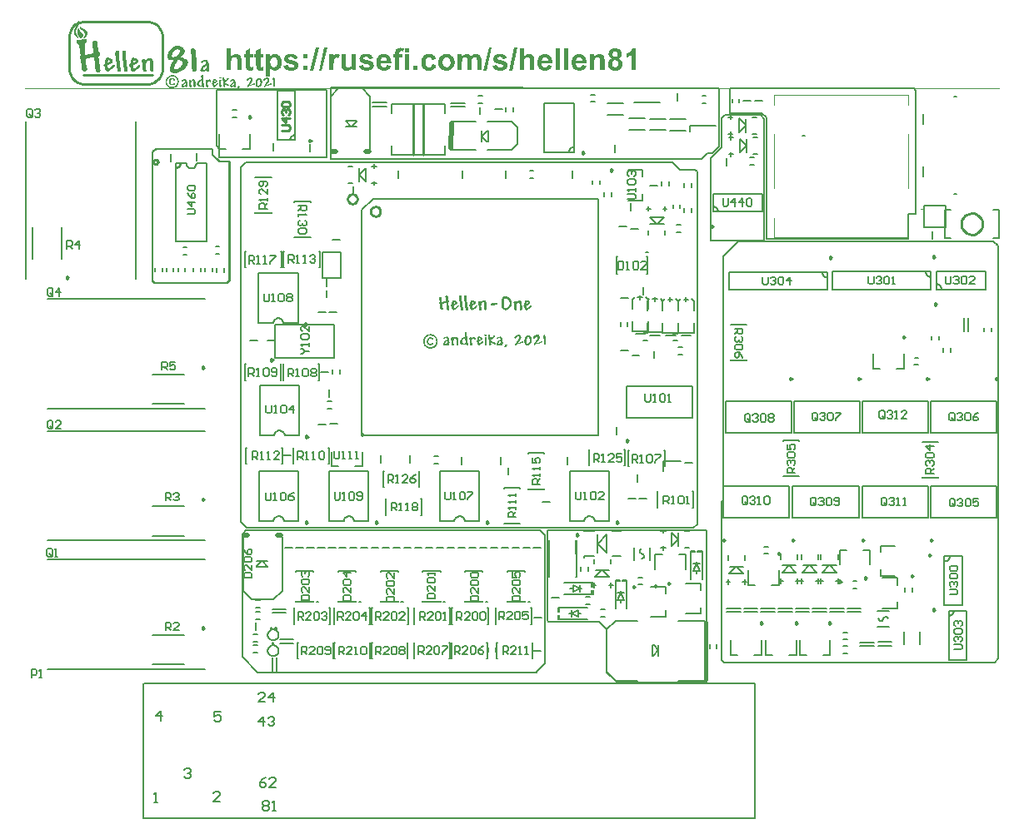
<source format=gto>
G75*
G70*
%OFA0B0*%
%FSLAX25Y25*%
%IPPOS*%
%LPD*%
%AMOC8*
5,1,8,0,0,1.08239X$1,22.5*
%
%ADD108C,0.00689*%
%ADD13C,0.00300*%
%ADD148C,0.00800*%
%ADD179C,0.00500*%
%ADD183C,0.00650*%
%ADD215C,0.00669*%
%ADD232C,0.00591*%
%ADD241C,0.00984*%
%ADD26C,0.01575*%
%ADD273C,0.01000*%
%ADD275C,0.01968*%
%ADD285C,0.00394*%
%ADD33C,0.00906*%
%ADD65C,0.00787*%
X0000000Y0000000D02*
G01*
G75*
G36*
X0022893Y0340634D02*
X0023028Y0340244D01*
X0023419Y0339685D01*
X0023726Y0339346D01*
X0024126Y0339071D01*
X0024452Y0338606D01*
X0024638Y0338043D01*
X0024554Y0337569D01*
X0024373Y0337234D01*
X0024126Y0336992D01*
X0023800Y0336764D01*
X0023419Y0336912D01*
X0023163Y0337080D01*
X0022758Y0337559D01*
X0022367Y0338117D01*
X0022214Y0338634D01*
X0022265Y0339155D01*
X0022288Y0339518D01*
X0022372Y0339992D01*
X0022502Y0340499D01*
X0022609Y0340644D01*
X0022888Y0340839D01*
X0022893Y0340634D01*
D02*
G37*
G36*
X0022785Y0343956D02*
X0022925Y0343361D01*
X0023013Y0342937D01*
X0022948Y0342337D01*
X0022776Y0341593D01*
X0022460Y0340955D01*
X0022083Y0340206D01*
X0021786Y0339443D01*
X0021762Y0339080D01*
X0021883Y0338610D01*
X0022084Y0338126D01*
X0022330Y0337675D01*
X0022754Y0337070D01*
X0023093Y0336684D01*
X0023198Y0336584D01*
X0023058Y0336487D01*
X0022526Y0336703D01*
X0021884Y0337224D01*
X0021316Y0337936D01*
X0021069Y0338387D01*
X0020832Y0339122D01*
X0020878Y0339848D01*
X0021208Y0340564D01*
X0021571Y0341234D01*
X0022041Y0342049D01*
X0022297Y0342574D01*
X0022474Y0343114D01*
X0022585Y0343747D01*
X0022548Y0343998D01*
X0022785Y0343956D01*
D02*
G37*
G36*
X0023423Y0341560D02*
X0023572Y0341249D01*
X0023832Y0340876D01*
X0024168Y0340695D01*
X0024582Y0340500D01*
X0024996Y0340304D01*
X0025410Y0340109D01*
X0025749Y0339723D01*
X0025945Y0339444D01*
X0026178Y0338913D01*
X0026173Y0338425D01*
X0026089Y0337950D01*
X0025894Y0337536D01*
X0025620Y0337136D01*
X0024829Y0336582D01*
X0024359Y0336461D01*
X0024247Y0336522D01*
X0024894Y0337182D01*
X0025224Y0337899D01*
X0025261Y0338341D01*
X0025205Y0338718D01*
X0025135Y0339016D01*
X0024940Y0339295D01*
X0024493Y0339537D01*
X0024061Y0339858D01*
X0023772Y0340072D01*
X0023498Y0340365D01*
X0023316Y0340723D01*
X0023214Y0341067D01*
X0023176Y0341318D01*
X0023186Y0341602D01*
X0023339Y0341779D01*
X0023423Y0341560D01*
D02*
G37*
G36*
X0025750Y0336257D02*
X0025894Y0336150D01*
X0025927Y0336103D01*
X0025969Y0335647D01*
X0025973Y0335443D01*
X0025959Y0335364D01*
X0025899Y0335252D01*
X0025573Y0335024D01*
X0025457Y0334596D01*
X0025290Y0333647D01*
X0025271Y0333079D01*
X0025261Y0331968D01*
X0025266Y0331915D01*
X0025286Y0331416D01*
X0025326Y0330917D01*
X0025385Y0330418D01*
X0025465Y0329959D01*
X0025485Y0329959D01*
X0025565Y0329979D01*
X0025665Y0329999D01*
X0025824Y0330019D01*
X0025984Y0330039D01*
X0026204Y0330079D01*
X0026423Y0330119D01*
X0026663Y0330179D01*
X0027202Y0330278D01*
X0027741Y0330418D01*
X0028280Y0330578D01*
X0028519Y0330658D01*
X0028759Y0330757D01*
X0028759Y0330777D01*
X0028759Y0330837D01*
X0028739Y0330957D01*
X0028719Y0331117D01*
X0028699Y0331336D01*
X0028659Y0331616D01*
X0028599Y0331955D01*
X0028539Y0332374D01*
X0028539Y0332394D01*
X0028519Y0332454D01*
X0028519Y0332534D01*
X0028499Y0332654D01*
X0028479Y0332773D01*
X0028459Y0332933D01*
X0028399Y0333292D01*
X0028339Y0333672D01*
X0028300Y0334051D01*
X0028280Y0334390D01*
X0028260Y0334550D01*
X0028260Y0334670D01*
X0028260Y0334689D01*
X0028260Y0334749D01*
X0028280Y0334809D01*
X0028300Y0334909D01*
X0028339Y0335029D01*
X0028399Y0335149D01*
X0028479Y0335268D01*
X0028599Y0335388D01*
X0028619Y0335408D01*
X0028659Y0335448D01*
X0028739Y0335488D01*
X0028839Y0335548D01*
X0028958Y0335608D01*
X0029098Y0335668D01*
X0029258Y0335687D01*
X0029417Y0335707D01*
X0029477Y0335707D01*
X0029557Y0335687D01*
X0029657Y0335687D01*
X0029856Y0335608D01*
X0029976Y0335568D01*
X0030076Y0335488D01*
X0030096Y0335488D01*
X0030116Y0335448D01*
X0030216Y0335328D01*
X0030316Y0335129D01*
X0030336Y0335009D01*
X0030355Y0334869D01*
X0030355Y0334849D01*
X0030355Y0334749D01*
X0030355Y0334670D01*
X0030375Y0334570D01*
X0030375Y0334450D01*
X0030375Y0334310D01*
X0030395Y0334131D01*
X0030395Y0333951D01*
X0030415Y0333731D01*
X0030435Y0333472D01*
X0030455Y0333192D01*
X0030495Y0332873D01*
X0030515Y0332534D01*
X0030555Y0332155D01*
X0030555Y0332115D01*
X0030575Y0332035D01*
X0030575Y0331895D01*
X0030595Y0331735D01*
X0030615Y0331576D01*
X0030615Y0331416D01*
X0030635Y0331296D01*
X0030635Y0331196D01*
X0030775Y0331217D01*
X0030814Y0331217D01*
X0030894Y0331196D01*
X0031014Y0331117D01*
X0031074Y0331057D01*
X0031134Y0330977D01*
X0031134Y0330957D01*
X0031154Y0330937D01*
X0031234Y0330817D01*
X0031294Y0330658D01*
X0031313Y0330438D01*
X0031313Y0330418D01*
X0031313Y0330398D01*
X0031313Y0330338D01*
X0031294Y0330258D01*
X0031234Y0330039D01*
X0031134Y0329759D01*
X0031134Y0329739D01*
X0031114Y0329699D01*
X0031034Y0329580D01*
X0030934Y0329440D01*
X0030874Y0329400D01*
X0030814Y0329380D01*
X0030874Y0328342D01*
X0030874Y0328302D01*
X0030894Y0328222D01*
X0030894Y0328143D01*
X0030914Y0328043D01*
X0030934Y0327923D01*
X0030954Y0327783D01*
X0030974Y0327624D01*
X0030994Y0327444D01*
X0031014Y0327244D01*
X0031054Y0327005D01*
X0031094Y0326765D01*
X0031134Y0326466D01*
X0031174Y0326167D01*
X0031214Y0325827D01*
X0031214Y0325807D01*
X0031234Y0325747D01*
X0031234Y0325648D01*
X0031254Y0325528D01*
X0031274Y0325388D01*
X0031294Y0325229D01*
X0031353Y0324869D01*
X0031413Y0324510D01*
X0031453Y0324171D01*
X0031473Y0324031D01*
X0031473Y0323911D01*
X0031493Y0323811D01*
X0031493Y0323751D01*
X0031493Y0323731D01*
X0031493Y0323692D01*
X0031473Y0323632D01*
X0031453Y0323552D01*
X0031393Y0323352D01*
X0031313Y0323252D01*
X0031234Y0323153D01*
X0031214Y0323153D01*
X0031194Y0323113D01*
X0031134Y0323093D01*
X0031054Y0323053D01*
X0030854Y0322973D01*
X0030715Y0322953D01*
X0030575Y0322933D01*
X0030495Y0322933D01*
X0030395Y0322953D01*
X0030296Y0322973D01*
X0030156Y0323013D01*
X0030036Y0323073D01*
X0029896Y0323153D01*
X0029777Y0323272D01*
X0029757Y0323292D01*
X0029737Y0323332D01*
X0029697Y0323412D01*
X0029637Y0323512D01*
X0029577Y0323652D01*
X0029537Y0323811D01*
X0029517Y0323991D01*
X0029497Y0324191D01*
X0029497Y0324231D01*
X0029497Y0324270D01*
X0029497Y0324330D01*
X0029477Y0324410D01*
X0029477Y0324530D01*
X0029457Y0324670D01*
X0029457Y0324869D01*
X0029417Y0325069D01*
X0029397Y0325328D01*
X0029377Y0325628D01*
X0029337Y0325967D01*
X0029278Y0326366D01*
X0029238Y0326805D01*
X0029178Y0327304D01*
X0029098Y0327863D01*
X0029098Y0327883D01*
X0029098Y0327903D01*
X0029078Y0328023D01*
X0029058Y0328183D01*
X0029038Y0328382D01*
X0029018Y0328602D01*
X0028998Y0328801D01*
X0028978Y0328981D01*
X0028958Y0329101D01*
X0028938Y0329101D01*
X0028898Y0329081D01*
X0028799Y0329081D01*
X0028699Y0329061D01*
X0028539Y0329021D01*
X0028379Y0329001D01*
X0028180Y0328961D01*
X0027960Y0328921D01*
X0027721Y0328861D01*
X0027441Y0328821D01*
X0026862Y0328682D01*
X0026204Y0328542D01*
X0025505Y0328362D01*
X0025505Y0328342D01*
X0025505Y0328282D01*
X0025525Y0328163D01*
X0025545Y0327983D01*
X0025585Y0327763D01*
X0025625Y0327444D01*
X0025665Y0327085D01*
X0025685Y0326865D01*
X0025725Y0326626D01*
X0025725Y0326606D01*
X0025725Y0326566D01*
X0025745Y0326506D01*
X0025765Y0326406D01*
X0025805Y0326187D01*
X0025844Y0325907D01*
X0025904Y0325588D01*
X0025944Y0325288D01*
X0026004Y0324989D01*
X0026064Y0324729D01*
X0026084Y0324710D01*
X0026164Y0324690D01*
X0026224Y0324630D01*
X0026284Y0324570D01*
X0026304Y0324550D01*
X0026324Y0324510D01*
X0026344Y0324410D01*
X0026344Y0324251D01*
X0026344Y0324231D01*
X0026344Y0324211D01*
X0026324Y0324151D01*
X0026284Y0324071D01*
X0026224Y0323991D01*
X0026144Y0323871D01*
X0026044Y0323751D01*
X0025884Y0323612D01*
X0025864Y0323592D01*
X0025805Y0323552D01*
X0025725Y0323492D01*
X0025625Y0323432D01*
X0025385Y0323312D01*
X0025246Y0323272D01*
X0025126Y0323252D01*
X0025086Y0323252D01*
X0024966Y0323272D01*
X0024787Y0323332D01*
X0024587Y0323452D01*
X0024467Y0323532D01*
X0024367Y0323652D01*
X0024268Y0323771D01*
X0024188Y0323931D01*
X0024108Y0324111D01*
X0024048Y0324330D01*
X0023988Y0324570D01*
X0023968Y0324849D01*
X0023968Y0324869D01*
X0023968Y0324969D01*
X0023948Y0325109D01*
X0023928Y0325308D01*
X0023908Y0325588D01*
X0023888Y0325947D01*
X0023868Y0326147D01*
X0023848Y0326366D01*
X0023829Y0326626D01*
X0023809Y0326885D01*
X0023809Y0326905D01*
X0023809Y0326945D01*
X0023789Y0327005D01*
X0023789Y0327065D01*
X0023769Y0327264D01*
X0023749Y0327504D01*
X0023729Y0327743D01*
X0023709Y0327983D01*
X0023689Y0328183D01*
X0023689Y0328242D01*
X0023689Y0328302D01*
X0023669Y0328302D01*
X0023589Y0328342D01*
X0023469Y0328422D01*
X0023409Y0328482D01*
X0023349Y0328582D01*
X0023349Y0328602D01*
X0023329Y0328642D01*
X0023270Y0328761D01*
X0023190Y0328921D01*
X0023170Y0329081D01*
X0023170Y0329101D01*
X0023170Y0329121D01*
X0023190Y0329240D01*
X0023230Y0329380D01*
X0023290Y0329540D01*
X0023290Y0329560D01*
X0023310Y0329580D01*
X0023369Y0329660D01*
X0023469Y0329739D01*
X0023609Y0329799D01*
X0023609Y0329819D01*
X0023609Y0329839D01*
X0023589Y0329899D01*
X0023589Y0329999D01*
X0023569Y0330139D01*
X0023529Y0330338D01*
X0023489Y0330558D01*
X0023449Y0330857D01*
X0023449Y0330877D01*
X0023429Y0330937D01*
X0023429Y0331017D01*
X0023409Y0331137D01*
X0023369Y0331296D01*
X0023349Y0331456D01*
X0023290Y0331835D01*
X0023230Y0332235D01*
X0023190Y0332634D01*
X0023150Y0332993D01*
X0023148Y0333011D01*
X0023010Y0333437D01*
X0022647Y0334153D01*
X0022433Y0334558D01*
X0022177Y0334726D01*
X0022033Y0334833D01*
X0022000Y0334879D01*
X0021963Y0335130D01*
X0021940Y0335461D01*
X0021935Y0335665D01*
X0021995Y0335777D01*
X0022135Y0335875D01*
X0025592Y0336285D01*
X0025750Y0336257D01*
D02*
G37*
G36*
X0151690Y0332777D02*
X0151879Y0332764D01*
X0152094Y0332737D01*
X0152336Y0332697D01*
X0152592Y0332643D01*
X0152847Y0332576D01*
X0152618Y0331392D01*
X0152605Y0331392D01*
X0152551Y0331405D01*
X0152471Y0331432D01*
X0152363Y0331446D01*
X0152242Y0331473D01*
X0152107Y0331486D01*
X0151825Y0331500D01*
X0151771Y0331500D01*
X0151704Y0331486D01*
X0151623Y0331473D01*
X0151448Y0331432D01*
X0151368Y0331379D01*
X0151300Y0331325D01*
X0151300Y0331311D01*
X0151273Y0331284D01*
X0151247Y0331244D01*
X0151220Y0331177D01*
X0151193Y0331083D01*
X0151166Y0330962D01*
X0151152Y0330827D01*
X0151139Y0330652D01*
X0151139Y0330208D01*
X0152403Y0330208D01*
X0152403Y0328877D01*
X0151139Y0328877D01*
X0151139Y0323806D01*
X0149444Y0323806D01*
X0149444Y0328877D01*
X0148503Y0328877D01*
X0148503Y0330208D01*
X0149444Y0330208D01*
X0149444Y0330679D01*
X0149444Y0330693D01*
X0149444Y0330719D01*
X0149444Y0330760D01*
X0149444Y0330814D01*
X0149458Y0330962D01*
X0149471Y0331136D01*
X0149485Y0331325D01*
X0149512Y0331526D01*
X0149552Y0331715D01*
X0149606Y0331876D01*
X0149619Y0331890D01*
X0149646Y0331943D01*
X0149686Y0332024D01*
X0149754Y0332105D01*
X0149834Y0332212D01*
X0149942Y0332320D01*
X0150076Y0332428D01*
X0150238Y0332535D01*
X0150265Y0332549D01*
X0150319Y0332576D01*
X0150426Y0332616D01*
X0150561Y0332670D01*
X0150735Y0332710D01*
X0150937Y0332751D01*
X0151166Y0332777D01*
X0151421Y0332791D01*
X0151542Y0332791D01*
X0151690Y0332777D01*
D02*
G37*
G36*
X0155039Y0331083D02*
X0153345Y0331083D01*
X0153345Y0332643D01*
X0155039Y0332643D01*
X0155039Y0331083D01*
D02*
G37*
G36*
X0182020Y0330329D02*
X0182195Y0330303D01*
X0182370Y0330276D01*
X0182572Y0330222D01*
X0182773Y0330141D01*
X0182962Y0330047D01*
X0182989Y0330034D01*
X0183042Y0329993D01*
X0183136Y0329926D01*
X0183244Y0329832D01*
X0183365Y0329724D01*
X0183486Y0329576D01*
X0183607Y0329401D01*
X0183701Y0329213D01*
X0183715Y0329200D01*
X0183728Y0329132D01*
X0183755Y0329038D01*
X0183795Y0328890D01*
X0183822Y0328702D01*
X0183849Y0328473D01*
X0183863Y0328204D01*
X0183876Y0327882D01*
X0183876Y0323806D01*
X0182182Y0323806D01*
X0182182Y0327451D01*
X0182182Y0327465D01*
X0182182Y0327491D01*
X0182182Y0327545D01*
X0182182Y0327599D01*
X0182168Y0327774D01*
X0182155Y0327962D01*
X0182141Y0328177D01*
X0182114Y0328379D01*
X0182061Y0328554D01*
X0182034Y0328635D01*
X0182007Y0328689D01*
X0181993Y0328702D01*
X0181966Y0328742D01*
X0181899Y0328810D01*
X0181832Y0328877D01*
X0181724Y0328931D01*
X0181603Y0328998D01*
X0181455Y0329038D01*
X0181280Y0329052D01*
X0181227Y0329052D01*
X0181159Y0329038D01*
X0181065Y0329025D01*
X0180958Y0328998D01*
X0180850Y0328958D01*
X0180729Y0328904D01*
X0180608Y0328823D01*
X0180594Y0328810D01*
X0180554Y0328783D01*
X0180500Y0328729D01*
X0180433Y0328662D01*
X0180366Y0328581D01*
X0180285Y0328460D01*
X0180218Y0328339D01*
X0180164Y0328191D01*
X0180164Y0328177D01*
X0180137Y0328110D01*
X0180124Y0328016D01*
X0180097Y0327868D01*
X0180070Y0327680D01*
X0180056Y0327465D01*
X0180029Y0327182D01*
X0180029Y0326873D01*
X0180029Y0323806D01*
X0178335Y0323806D01*
X0178335Y0327303D01*
X0178335Y0327317D01*
X0178335Y0327344D01*
X0178335Y0327397D01*
X0178335Y0327451D01*
X0178335Y0327613D01*
X0178321Y0327814D01*
X0178308Y0328016D01*
X0178295Y0328218D01*
X0178268Y0328379D01*
X0178254Y0328460D01*
X0178241Y0328514D01*
X0178241Y0328527D01*
X0178227Y0328554D01*
X0178200Y0328608D01*
X0178173Y0328662D01*
X0178079Y0328796D01*
X0177958Y0328917D01*
X0177945Y0328917D01*
X0177918Y0328944D01*
X0177877Y0328958D01*
X0177824Y0328984D01*
X0177757Y0329011D01*
X0177662Y0329025D01*
X0177568Y0329052D01*
X0177380Y0329052D01*
X0177299Y0329038D01*
X0177205Y0329025D01*
X0177097Y0328998D01*
X0176976Y0328958D01*
X0176855Y0328904D01*
X0176734Y0328836D01*
X0176721Y0328823D01*
X0176681Y0328796D01*
X0176627Y0328742D01*
X0176559Y0328675D01*
X0176492Y0328594D01*
X0176411Y0328487D01*
X0176344Y0328366D01*
X0176290Y0328218D01*
X0176290Y0328204D01*
X0176263Y0328137D01*
X0176250Y0328043D01*
X0176223Y0327908D01*
X0176196Y0327734D01*
X0176183Y0327505D01*
X0176156Y0327236D01*
X0176156Y0326913D01*
X0176156Y0323806D01*
X0174461Y0323806D01*
X0174461Y0330208D01*
X0176021Y0330208D01*
X0176021Y0329334D01*
X0176035Y0329348D01*
X0176062Y0329375D01*
X0176102Y0329428D01*
X0176169Y0329496D01*
X0176250Y0329563D01*
X0176344Y0329657D01*
X0176452Y0329751D01*
X0176586Y0329845D01*
X0176721Y0329939D01*
X0176869Y0330020D01*
X0177218Y0330182D01*
X0177393Y0330249D01*
X0177595Y0330303D01*
X0177797Y0330329D01*
X0178012Y0330343D01*
X0178120Y0330343D01*
X0178227Y0330329D01*
X0178375Y0330316D01*
X0178550Y0330276D01*
X0178725Y0330235D01*
X0178900Y0330168D01*
X0179075Y0330087D01*
X0179102Y0330074D01*
X0179155Y0330034D01*
X0179236Y0329980D01*
X0179344Y0329899D01*
X0179465Y0329791D01*
X0179586Y0329657D01*
X0179707Y0329496D01*
X0179828Y0329321D01*
X0179841Y0329348D01*
X0179895Y0329401D01*
X0179989Y0329496D01*
X0180097Y0329603D01*
X0180231Y0329738D01*
X0180379Y0329859D01*
X0180554Y0329980D01*
X0180729Y0330087D01*
X0180756Y0330101D01*
X0180810Y0330128D01*
X0180917Y0330168D01*
X0181052Y0330222D01*
X0181200Y0330262D01*
X0181388Y0330303D01*
X0181576Y0330329D01*
X0181778Y0330343D01*
X0181899Y0330343D01*
X0182020Y0330329D01*
D02*
G37*
G36*
X0126351Y0330329D02*
X0126498Y0330303D01*
X0126660Y0330262D01*
X0126862Y0330208D01*
X0127063Y0330128D01*
X0127265Y0330020D01*
X0126741Y0328541D01*
X0126727Y0328554D01*
X0126673Y0328581D01*
X0126579Y0328635D01*
X0126485Y0328689D01*
X0126351Y0328729D01*
X0126216Y0328783D01*
X0126082Y0328810D01*
X0125934Y0328823D01*
X0125880Y0328823D01*
X0125813Y0328810D01*
X0125732Y0328796D01*
X0125638Y0328769D01*
X0125530Y0328742D01*
X0125423Y0328689D01*
X0125328Y0328621D01*
X0125315Y0328608D01*
X0125288Y0328581D01*
X0125248Y0328527D01*
X0125194Y0328460D01*
X0125127Y0328366D01*
X0125059Y0328231D01*
X0124992Y0328083D01*
X0124938Y0327908D01*
X0124938Y0327882D01*
X0124925Y0327855D01*
X0124911Y0327801D01*
X0124911Y0327747D01*
X0124898Y0327666D01*
X0124884Y0327559D01*
X0124871Y0327451D01*
X0124858Y0327317D01*
X0124844Y0327169D01*
X0124831Y0326994D01*
X0124831Y0326792D01*
X0124817Y0326577D01*
X0124804Y0326335D01*
X0124804Y0326066D01*
X0124804Y0325770D01*
X0124804Y0323806D01*
X0123109Y0323806D01*
X0123109Y0330208D01*
X0124683Y0330208D01*
X0124683Y0329307D01*
X0124696Y0329321D01*
X0124750Y0329401D01*
X0124831Y0329509D01*
X0124925Y0329644D01*
X0125032Y0329791D01*
X0125154Y0329926D01*
X0125288Y0330047D01*
X0125409Y0330141D01*
X0125423Y0330155D01*
X0125463Y0330168D01*
X0125530Y0330208D01*
X0125624Y0330249D01*
X0125732Y0330276D01*
X0125853Y0330316D01*
X0125987Y0330329D01*
X0126135Y0330343D01*
X0126230Y0330343D01*
X0126351Y0330329D01*
D02*
G37*
G36*
X0231234Y0330329D02*
X0231368Y0330316D01*
X0231530Y0330289D01*
X0231704Y0330262D01*
X0231879Y0330208D01*
X0232054Y0330141D01*
X0232081Y0330128D01*
X0232135Y0330101D01*
X0232215Y0330061D01*
X0232310Y0330007D01*
X0232431Y0329926D01*
X0232538Y0329832D01*
X0232659Y0329738D01*
X0232753Y0329617D01*
X0232767Y0329603D01*
X0232794Y0329563D01*
X0232834Y0329496D01*
X0232888Y0329415D01*
X0232942Y0329307D01*
X0232996Y0329186D01*
X0233049Y0329052D01*
X0233090Y0328904D01*
X0233090Y0328890D01*
X0233103Y0328836D01*
X0233117Y0328742D01*
X0233144Y0328621D01*
X0233157Y0328460D01*
X0233171Y0328258D01*
X0233184Y0328029D01*
X0233184Y0327774D01*
X0233184Y0323806D01*
X0231489Y0323806D01*
X0231489Y0327061D01*
X0231489Y0327075D01*
X0231489Y0327101D01*
X0231489Y0327155D01*
X0231489Y0327222D01*
X0231489Y0327317D01*
X0231489Y0327411D01*
X0231476Y0327613D01*
X0231462Y0327841D01*
X0231435Y0328056D01*
X0231409Y0328245D01*
X0231395Y0328325D01*
X0231368Y0328393D01*
X0231368Y0328406D01*
X0231355Y0328447D01*
X0231328Y0328500D01*
X0231288Y0328568D01*
X0231180Y0328729D01*
X0231018Y0328877D01*
X0231005Y0328890D01*
X0230978Y0328904D01*
X0230924Y0328931D01*
X0230857Y0328971D01*
X0230776Y0328998D01*
X0230669Y0329025D01*
X0230561Y0329038D01*
X0230440Y0329052D01*
X0230359Y0329052D01*
X0230279Y0329038D01*
X0230171Y0329025D01*
X0230050Y0328998D01*
X0229916Y0328944D01*
X0229781Y0328890D01*
X0229647Y0328810D01*
X0229633Y0328796D01*
X0229593Y0328769D01*
X0229539Y0328715D01*
X0229458Y0328635D01*
X0229391Y0328541D01*
X0229310Y0328433D01*
X0229230Y0328312D01*
X0229176Y0328164D01*
X0229176Y0328151D01*
X0229162Y0328083D01*
X0229135Y0327989D01*
X0229122Y0327841D01*
X0229109Y0327747D01*
X0229095Y0327640D01*
X0229082Y0327518D01*
X0229068Y0327384D01*
X0229068Y0327236D01*
X0229055Y0327075D01*
X0229055Y0326886D01*
X0229055Y0326698D01*
X0229055Y0323806D01*
X0227360Y0323806D01*
X0227360Y0330208D01*
X0228934Y0330208D01*
X0228934Y0329267D01*
X0228947Y0329280D01*
X0228974Y0329307D01*
X0229014Y0329361D01*
X0229082Y0329442D01*
X0229162Y0329522D01*
X0229270Y0329603D01*
X0229378Y0329711D01*
X0229512Y0329805D01*
X0229660Y0329899D01*
X0229808Y0330007D01*
X0229983Y0330087D01*
X0230171Y0330182D01*
X0230373Y0330249D01*
X0230575Y0330303D01*
X0230803Y0330329D01*
X0231032Y0330343D01*
X0231126Y0330343D01*
X0231234Y0330329D01*
D02*
G37*
G36*
X0101535Y0330329D02*
X0101629Y0330316D01*
X0101737Y0330303D01*
X0102006Y0330235D01*
X0102302Y0330128D01*
X0102463Y0330060D01*
X0102625Y0329966D01*
X0102773Y0329872D01*
X0102934Y0329751D01*
X0103095Y0329617D01*
X0103244Y0329455D01*
X0103257Y0329442D01*
X0103284Y0329415D01*
X0103311Y0329361D01*
X0103365Y0329294D01*
X0103418Y0329200D01*
X0103486Y0329092D01*
X0103566Y0328971D01*
X0103633Y0328823D01*
X0103701Y0328662D01*
X0103781Y0328473D01*
X0103849Y0328272D01*
X0103902Y0328056D01*
X0103956Y0327828D01*
X0103997Y0327572D01*
X0104010Y0327303D01*
X0104024Y0327021D01*
X0104024Y0327007D01*
X0104024Y0326954D01*
X0104024Y0326873D01*
X0104010Y0326752D01*
X0103997Y0326617D01*
X0103983Y0326469D01*
X0103956Y0326294D01*
X0103929Y0326106D01*
X0103835Y0325716D01*
X0103768Y0325501D01*
X0103687Y0325299D01*
X0103593Y0325097D01*
X0103499Y0324896D01*
X0103365Y0324707D01*
X0103230Y0324533D01*
X0103217Y0324519D01*
X0103190Y0324492D01*
X0103149Y0324452D01*
X0103095Y0324398D01*
X0103015Y0324331D01*
X0102921Y0324250D01*
X0102813Y0324169D01*
X0102706Y0324089D01*
X0102423Y0323927D01*
X0102100Y0323779D01*
X0101925Y0323726D01*
X0101737Y0323685D01*
X0101535Y0323658D01*
X0101334Y0323645D01*
X0101239Y0323645D01*
X0101145Y0323658D01*
X0101024Y0323672D01*
X0100876Y0323699D01*
X0100715Y0323726D01*
X0100540Y0323779D01*
X0100379Y0323847D01*
X0100365Y0323860D01*
X0100298Y0323887D01*
X0100217Y0323941D01*
X0100110Y0324021D01*
X0099975Y0324115D01*
X0099814Y0324250D01*
X0099652Y0324398D01*
X0099477Y0324573D01*
X0099477Y0321358D01*
X0097783Y0321358D01*
X0097783Y0330208D01*
X0099356Y0330208D01*
X0099356Y0329267D01*
X0099370Y0329294D01*
X0099410Y0329348D01*
X0099477Y0329428D01*
X0099572Y0329536D01*
X0099693Y0329657D01*
X0099827Y0329791D01*
X0099989Y0329912D01*
X0100177Y0330033D01*
X0100204Y0330047D01*
X0100271Y0330087D01*
X0100379Y0330128D01*
X0100527Y0330195D01*
X0100688Y0330249D01*
X0100890Y0330289D01*
X0101118Y0330329D01*
X0101347Y0330343D01*
X0101455Y0330343D01*
X0101535Y0330329D01*
D02*
G37*
G36*
X0114246Y0328514D02*
X0112551Y0328514D01*
X0112551Y0330208D01*
X0114246Y0330208D01*
X0114246Y0328514D01*
D02*
G37*
G36*
X0191623Y0330329D02*
X0191758Y0330316D01*
X0192040Y0330289D01*
X0192350Y0330235D01*
X0192686Y0330168D01*
X0192982Y0330061D01*
X0193130Y0329993D01*
X0193251Y0329912D01*
X0193264Y0329912D01*
X0193278Y0329899D01*
X0193359Y0329832D01*
X0193466Y0329738D01*
X0193601Y0329590D01*
X0193748Y0329415D01*
X0193896Y0329200D01*
X0194031Y0328958D01*
X0194139Y0328662D01*
X0192538Y0328366D01*
X0192538Y0328379D01*
X0192511Y0328420D01*
X0192484Y0328487D01*
X0192444Y0328568D01*
X0192390Y0328662D01*
X0192323Y0328756D01*
X0192242Y0328850D01*
X0192134Y0328931D01*
X0192121Y0328944D01*
X0192081Y0328958D01*
X0192014Y0328998D01*
X0191933Y0329038D01*
X0191812Y0329065D01*
X0191677Y0329105D01*
X0191516Y0329119D01*
X0191328Y0329132D01*
X0191220Y0329132D01*
X0191099Y0329119D01*
X0190951Y0329105D01*
X0190642Y0329052D01*
X0190494Y0329011D01*
X0190373Y0328944D01*
X0190359Y0328944D01*
X0190346Y0328917D01*
X0190278Y0328850D01*
X0190211Y0328742D01*
X0190198Y0328675D01*
X0190184Y0328594D01*
X0190184Y0328581D01*
X0190184Y0328568D01*
X0190211Y0328487D01*
X0190252Y0328379D01*
X0190292Y0328339D01*
X0190346Y0328285D01*
X0190359Y0328272D01*
X0190400Y0328258D01*
X0190494Y0328218D01*
X0190547Y0328191D01*
X0190628Y0328164D01*
X0190722Y0328124D01*
X0190830Y0328097D01*
X0190964Y0328056D01*
X0191112Y0328003D01*
X0191274Y0327962D01*
X0191462Y0327908D01*
X0191677Y0327855D01*
X0191919Y0327801D01*
X0191933Y0327801D01*
X0191973Y0327787D01*
X0192054Y0327774D01*
X0192134Y0327747D01*
X0192256Y0327720D01*
X0192377Y0327680D01*
X0192673Y0327599D01*
X0192982Y0327491D01*
X0193291Y0327357D01*
X0193574Y0327209D01*
X0193708Y0327128D01*
X0193816Y0327048D01*
X0193843Y0327021D01*
X0193896Y0326967D01*
X0193991Y0326859D01*
X0194085Y0326725D01*
X0194179Y0326550D01*
X0194273Y0326321D01*
X0194327Y0326079D01*
X0194354Y0325783D01*
X0194354Y0325770D01*
X0194354Y0325743D01*
X0194354Y0325703D01*
X0194340Y0325635D01*
X0194327Y0325568D01*
X0194313Y0325474D01*
X0194260Y0325272D01*
X0194179Y0325030D01*
X0194044Y0324775D01*
X0193964Y0324654D01*
X0193856Y0324519D01*
X0193748Y0324398D01*
X0193614Y0324277D01*
X0193601Y0324277D01*
X0193587Y0324250D01*
X0193533Y0324223D01*
X0193480Y0324183D01*
X0193399Y0324129D01*
X0193305Y0324075D01*
X0193197Y0324021D01*
X0193076Y0323968D01*
X0192928Y0323900D01*
X0192767Y0323847D01*
X0192592Y0323793D01*
X0192390Y0323739D01*
X0192188Y0323699D01*
X0191960Y0323672D01*
X0191704Y0323658D01*
X0191449Y0323645D01*
X0191328Y0323645D01*
X0191233Y0323658D01*
X0191126Y0323658D01*
X0190991Y0323672D01*
X0190857Y0323685D01*
X0190695Y0323712D01*
X0190373Y0323779D01*
X0190023Y0323860D01*
X0189687Y0323994D01*
X0189377Y0324169D01*
X0189364Y0324169D01*
X0189350Y0324196D01*
X0189310Y0324223D01*
X0189256Y0324264D01*
X0189122Y0324385D01*
X0188974Y0324546D01*
X0188812Y0324748D01*
X0188651Y0325003D01*
X0188503Y0325286D01*
X0188395Y0325608D01*
X0190090Y0325864D01*
X0190090Y0325837D01*
X0190117Y0325783D01*
X0190144Y0325689D01*
X0190184Y0325582D01*
X0190238Y0325461D01*
X0190319Y0325340D01*
X0190413Y0325219D01*
X0190521Y0325111D01*
X0190534Y0325097D01*
X0190588Y0325071D01*
X0190655Y0325030D01*
X0190763Y0324990D01*
X0190897Y0324950D01*
X0191059Y0324909D01*
X0191233Y0324882D01*
X0191449Y0324869D01*
X0191556Y0324869D01*
X0191677Y0324882D01*
X0191812Y0324896D01*
X0191973Y0324923D01*
X0192134Y0324963D01*
X0192296Y0325017D01*
X0192430Y0325097D01*
X0192444Y0325111D01*
X0192471Y0325124D01*
X0192498Y0325165D01*
X0192552Y0325219D01*
X0192619Y0325366D01*
X0192646Y0325461D01*
X0192659Y0325555D01*
X0192659Y0325568D01*
X0192659Y0325595D01*
X0192646Y0325676D01*
X0192605Y0325770D01*
X0192538Y0325877D01*
X0192511Y0325904D01*
X0192471Y0325918D01*
X0192417Y0325958D01*
X0192336Y0325985D01*
X0192242Y0326026D01*
X0192108Y0326066D01*
X0191960Y0326106D01*
X0191933Y0326106D01*
X0191866Y0326133D01*
X0191771Y0326147D01*
X0191637Y0326187D01*
X0191475Y0326227D01*
X0191287Y0326268D01*
X0191085Y0326321D01*
X0190870Y0326375D01*
X0190426Y0326496D01*
X0190211Y0326564D01*
X0189996Y0326644D01*
X0189808Y0326711D01*
X0189633Y0326779D01*
X0189485Y0326859D01*
X0189364Y0326927D01*
X0189350Y0326927D01*
X0189337Y0326954D01*
X0189243Y0327021D01*
X0189122Y0327142D01*
X0188987Y0327303D01*
X0188853Y0327505D01*
X0188732Y0327761D01*
X0188637Y0328043D01*
X0188624Y0328204D01*
X0188611Y0328366D01*
X0188611Y0328379D01*
X0188611Y0328406D01*
X0188611Y0328447D01*
X0188624Y0328500D01*
X0188651Y0328662D01*
X0188691Y0328850D01*
X0188772Y0329079D01*
X0188880Y0329307D01*
X0189041Y0329549D01*
X0189149Y0329657D01*
X0189256Y0329765D01*
X0189270Y0329778D01*
X0189283Y0329791D01*
X0189323Y0329818D01*
X0189377Y0329859D01*
X0189458Y0329899D01*
X0189539Y0329953D01*
X0189646Y0330007D01*
X0189754Y0330061D01*
X0189888Y0330114D01*
X0190050Y0330155D01*
X0190211Y0330208D01*
X0190400Y0330249D01*
X0190601Y0330289D01*
X0190816Y0330316D01*
X0191045Y0330343D01*
X0191516Y0330343D01*
X0191623Y0330329D01*
D02*
G37*
G36*
X0138160Y0330329D02*
X0138294Y0330316D01*
X0138577Y0330289D01*
X0138886Y0330235D01*
X0139222Y0330168D01*
X0139518Y0330060D01*
X0139666Y0329993D01*
X0139787Y0329912D01*
X0139801Y0329912D01*
X0139814Y0329899D01*
X0139895Y0329832D01*
X0140002Y0329738D01*
X0140137Y0329590D01*
X0140285Y0329415D01*
X0140433Y0329200D01*
X0140567Y0328958D01*
X0140675Y0328662D01*
X0139074Y0328366D01*
X0139074Y0328379D01*
X0139047Y0328419D01*
X0139021Y0328487D01*
X0138980Y0328568D01*
X0138926Y0328662D01*
X0138859Y0328756D01*
X0138778Y0328850D01*
X0138671Y0328931D01*
X0138657Y0328944D01*
X0138617Y0328958D01*
X0138550Y0328998D01*
X0138469Y0329038D01*
X0138348Y0329065D01*
X0138214Y0329105D01*
X0138052Y0329119D01*
X0137864Y0329132D01*
X0137756Y0329132D01*
X0137635Y0329119D01*
X0137487Y0329105D01*
X0137178Y0329052D01*
X0137030Y0329011D01*
X0136909Y0328944D01*
X0136895Y0328944D01*
X0136882Y0328917D01*
X0136815Y0328850D01*
X0136747Y0328742D01*
X0136734Y0328675D01*
X0136721Y0328594D01*
X0136721Y0328581D01*
X0136721Y0328568D01*
X0136747Y0328487D01*
X0136788Y0328379D01*
X0136828Y0328339D01*
X0136882Y0328285D01*
X0136895Y0328272D01*
X0136936Y0328258D01*
X0137030Y0328218D01*
X0137084Y0328191D01*
X0137164Y0328164D01*
X0137259Y0328124D01*
X0137366Y0328097D01*
X0137501Y0328056D01*
X0137649Y0328003D01*
X0137810Y0327962D01*
X0137998Y0327908D01*
X0138214Y0327855D01*
X0138456Y0327801D01*
X0138469Y0327801D01*
X0138509Y0327787D01*
X0138590Y0327774D01*
X0138671Y0327747D01*
X0138792Y0327720D01*
X0138913Y0327680D01*
X0139209Y0327599D01*
X0139518Y0327491D01*
X0139828Y0327357D01*
X0140110Y0327209D01*
X0140244Y0327128D01*
X0140352Y0327048D01*
X0140379Y0327021D01*
X0140433Y0326967D01*
X0140527Y0326859D01*
X0140621Y0326725D01*
X0140715Y0326550D01*
X0140809Y0326321D01*
X0140863Y0326079D01*
X0140890Y0325783D01*
X0140890Y0325770D01*
X0140890Y0325743D01*
X0140890Y0325703D01*
X0140877Y0325635D01*
X0140863Y0325568D01*
X0140850Y0325474D01*
X0140796Y0325272D01*
X0140715Y0325030D01*
X0140581Y0324775D01*
X0140500Y0324654D01*
X0140392Y0324519D01*
X0140285Y0324398D01*
X0140150Y0324277D01*
X0140137Y0324277D01*
X0140123Y0324250D01*
X0140070Y0324223D01*
X0140016Y0324183D01*
X0139935Y0324129D01*
X0139841Y0324075D01*
X0139733Y0324021D01*
X0139612Y0323968D01*
X0139464Y0323900D01*
X0139303Y0323847D01*
X0139128Y0323793D01*
X0138926Y0323739D01*
X0138725Y0323699D01*
X0138496Y0323672D01*
X0138240Y0323658D01*
X0137985Y0323645D01*
X0137864Y0323645D01*
X0137770Y0323658D01*
X0137662Y0323658D01*
X0137528Y0323672D01*
X0137393Y0323685D01*
X0137232Y0323712D01*
X0136909Y0323779D01*
X0136559Y0323860D01*
X0136223Y0323994D01*
X0135914Y0324169D01*
X0135900Y0324169D01*
X0135887Y0324196D01*
X0135846Y0324223D01*
X0135793Y0324264D01*
X0135658Y0324384D01*
X0135510Y0324546D01*
X0135349Y0324748D01*
X0135187Y0325003D01*
X0135039Y0325286D01*
X0134932Y0325608D01*
X0136626Y0325864D01*
X0136626Y0325837D01*
X0136653Y0325783D01*
X0136680Y0325689D01*
X0136721Y0325582D01*
X0136774Y0325461D01*
X0136855Y0325340D01*
X0136949Y0325218D01*
X0137057Y0325111D01*
X0137070Y0325097D01*
X0137124Y0325071D01*
X0137191Y0325030D01*
X0137299Y0324990D01*
X0137433Y0324949D01*
X0137595Y0324909D01*
X0137770Y0324882D01*
X0137985Y0324869D01*
X0138092Y0324869D01*
X0138214Y0324882D01*
X0138348Y0324896D01*
X0138509Y0324923D01*
X0138671Y0324963D01*
X0138832Y0325017D01*
X0138967Y0325097D01*
X0138980Y0325111D01*
X0139007Y0325124D01*
X0139034Y0325165D01*
X0139088Y0325218D01*
X0139155Y0325366D01*
X0139182Y0325461D01*
X0139195Y0325555D01*
X0139195Y0325568D01*
X0139195Y0325595D01*
X0139182Y0325676D01*
X0139141Y0325770D01*
X0139074Y0325877D01*
X0139047Y0325904D01*
X0139007Y0325918D01*
X0138953Y0325958D01*
X0138873Y0325985D01*
X0138778Y0326026D01*
X0138644Y0326066D01*
X0138496Y0326106D01*
X0138469Y0326106D01*
X0138402Y0326133D01*
X0138308Y0326147D01*
X0138173Y0326187D01*
X0138012Y0326227D01*
X0137823Y0326268D01*
X0137622Y0326321D01*
X0137407Y0326375D01*
X0136963Y0326496D01*
X0136747Y0326564D01*
X0136532Y0326644D01*
X0136344Y0326711D01*
X0136169Y0326779D01*
X0136021Y0326859D01*
X0135900Y0326927D01*
X0135887Y0326927D01*
X0135873Y0326954D01*
X0135779Y0327021D01*
X0135658Y0327142D01*
X0135523Y0327303D01*
X0135389Y0327505D01*
X0135268Y0327761D01*
X0135174Y0328043D01*
X0135160Y0328204D01*
X0135147Y0328366D01*
X0135147Y0328379D01*
X0135147Y0328406D01*
X0135147Y0328447D01*
X0135160Y0328500D01*
X0135187Y0328662D01*
X0135228Y0328850D01*
X0135308Y0329079D01*
X0135416Y0329307D01*
X0135577Y0329549D01*
X0135685Y0329657D01*
X0135793Y0329765D01*
X0135806Y0329778D01*
X0135819Y0329791D01*
X0135860Y0329818D01*
X0135914Y0329859D01*
X0135994Y0329899D01*
X0136075Y0329953D01*
X0136182Y0330007D01*
X0136290Y0330060D01*
X0136425Y0330114D01*
X0136586Y0330155D01*
X0136747Y0330208D01*
X0136936Y0330249D01*
X0137137Y0330289D01*
X0137353Y0330316D01*
X0137581Y0330343D01*
X0138052Y0330343D01*
X0138160Y0330329D01*
D02*
G37*
G36*
X0108005Y0330329D02*
X0108139Y0330316D01*
X0108422Y0330289D01*
X0108731Y0330235D01*
X0109067Y0330168D01*
X0109363Y0330060D01*
X0109511Y0329993D01*
X0109632Y0329912D01*
X0109646Y0329912D01*
X0109659Y0329899D01*
X0109740Y0329832D01*
X0109847Y0329738D01*
X0109982Y0329590D01*
X0110130Y0329415D01*
X0110278Y0329200D01*
X0110412Y0328958D01*
X0110520Y0328662D01*
X0108919Y0328366D01*
X0108919Y0328379D01*
X0108893Y0328419D01*
X0108866Y0328487D01*
X0108825Y0328568D01*
X0108771Y0328662D01*
X0108704Y0328756D01*
X0108624Y0328850D01*
X0108516Y0328931D01*
X0108502Y0328944D01*
X0108462Y0328958D01*
X0108395Y0328998D01*
X0108314Y0329038D01*
X0108193Y0329065D01*
X0108059Y0329105D01*
X0107897Y0329119D01*
X0107709Y0329132D01*
X0107601Y0329132D01*
X0107480Y0329119D01*
X0107332Y0329105D01*
X0107023Y0329052D01*
X0106875Y0329011D01*
X0106754Y0328944D01*
X0106740Y0328944D01*
X0106727Y0328917D01*
X0106660Y0328850D01*
X0106593Y0328742D01*
X0106579Y0328675D01*
X0106566Y0328594D01*
X0106566Y0328581D01*
X0106566Y0328568D01*
X0106593Y0328487D01*
X0106633Y0328379D01*
X0106673Y0328339D01*
X0106727Y0328285D01*
X0106740Y0328272D01*
X0106781Y0328258D01*
X0106875Y0328218D01*
X0106929Y0328191D01*
X0107009Y0328164D01*
X0107104Y0328124D01*
X0107211Y0328097D01*
X0107346Y0328056D01*
X0107494Y0328003D01*
X0107655Y0327962D01*
X0107843Y0327908D01*
X0108059Y0327855D01*
X0108301Y0327801D01*
X0108314Y0327801D01*
X0108354Y0327787D01*
X0108435Y0327774D01*
X0108516Y0327747D01*
X0108637Y0327720D01*
X0108758Y0327680D01*
X0109054Y0327599D01*
X0109363Y0327491D01*
X0109673Y0327357D01*
X0109955Y0327209D01*
X0110090Y0327128D01*
X0110197Y0327048D01*
X0110224Y0327021D01*
X0110278Y0326967D01*
X0110372Y0326859D01*
X0110466Y0326725D01*
X0110560Y0326550D01*
X0110654Y0326321D01*
X0110708Y0326079D01*
X0110735Y0325783D01*
X0110735Y0325770D01*
X0110735Y0325743D01*
X0110735Y0325703D01*
X0110722Y0325635D01*
X0110708Y0325568D01*
X0110695Y0325474D01*
X0110641Y0325272D01*
X0110560Y0325030D01*
X0110426Y0324775D01*
X0110345Y0324654D01*
X0110238Y0324519D01*
X0110130Y0324398D01*
X0109995Y0324277D01*
X0109982Y0324277D01*
X0109968Y0324250D01*
X0109915Y0324223D01*
X0109861Y0324183D01*
X0109780Y0324129D01*
X0109686Y0324075D01*
X0109578Y0324021D01*
X0109457Y0323968D01*
X0109309Y0323900D01*
X0109148Y0323847D01*
X0108973Y0323793D01*
X0108771Y0323739D01*
X0108570Y0323699D01*
X0108341Y0323672D01*
X0108086Y0323658D01*
X0107830Y0323645D01*
X0107709Y0323645D01*
X0107615Y0323658D01*
X0107507Y0323658D01*
X0107373Y0323672D01*
X0107238Y0323685D01*
X0107077Y0323712D01*
X0106754Y0323779D01*
X0106404Y0323860D01*
X0106068Y0323994D01*
X0105759Y0324169D01*
X0105745Y0324169D01*
X0105732Y0324196D01*
X0105691Y0324223D01*
X0105638Y0324264D01*
X0105503Y0324384D01*
X0105355Y0324546D01*
X0105194Y0324748D01*
X0105032Y0325003D01*
X0104884Y0325286D01*
X0104777Y0325608D01*
X0106472Y0325864D01*
X0106472Y0325837D01*
X0106498Y0325783D01*
X0106525Y0325689D01*
X0106566Y0325582D01*
X0106619Y0325461D01*
X0106700Y0325340D01*
X0106794Y0325218D01*
X0106902Y0325111D01*
X0106915Y0325097D01*
X0106969Y0325071D01*
X0107036Y0325030D01*
X0107144Y0324990D01*
X0107279Y0324949D01*
X0107440Y0324909D01*
X0107615Y0324882D01*
X0107830Y0324869D01*
X0107938Y0324869D01*
X0108059Y0324882D01*
X0108193Y0324896D01*
X0108354Y0324922D01*
X0108516Y0324963D01*
X0108677Y0325017D01*
X0108812Y0325097D01*
X0108825Y0325111D01*
X0108852Y0325124D01*
X0108879Y0325165D01*
X0108933Y0325218D01*
X0109000Y0325366D01*
X0109027Y0325461D01*
X0109040Y0325555D01*
X0109040Y0325568D01*
X0109040Y0325595D01*
X0109027Y0325676D01*
X0108987Y0325770D01*
X0108919Y0325877D01*
X0108893Y0325904D01*
X0108852Y0325918D01*
X0108798Y0325958D01*
X0108718Y0325985D01*
X0108624Y0326025D01*
X0108489Y0326066D01*
X0108341Y0326106D01*
X0108314Y0326106D01*
X0108247Y0326133D01*
X0108153Y0326147D01*
X0108018Y0326187D01*
X0107857Y0326227D01*
X0107668Y0326268D01*
X0107467Y0326321D01*
X0107252Y0326375D01*
X0106808Y0326496D01*
X0106593Y0326563D01*
X0106377Y0326644D01*
X0106189Y0326711D01*
X0106014Y0326779D01*
X0105866Y0326859D01*
X0105745Y0326927D01*
X0105732Y0326927D01*
X0105718Y0326954D01*
X0105624Y0327021D01*
X0105503Y0327142D01*
X0105369Y0327303D01*
X0105234Y0327505D01*
X0105113Y0327761D01*
X0105019Y0328043D01*
X0105005Y0328204D01*
X0104992Y0328366D01*
X0104992Y0328379D01*
X0104992Y0328406D01*
X0104992Y0328446D01*
X0105005Y0328500D01*
X0105032Y0328662D01*
X0105073Y0328850D01*
X0105153Y0329079D01*
X0105261Y0329307D01*
X0105422Y0329549D01*
X0105530Y0329657D01*
X0105638Y0329765D01*
X0105651Y0329778D01*
X0105665Y0329791D01*
X0105705Y0329818D01*
X0105759Y0329859D01*
X0105839Y0329899D01*
X0105920Y0329953D01*
X0106028Y0330007D01*
X0106135Y0330060D01*
X0106270Y0330114D01*
X0106431Y0330155D01*
X0106593Y0330208D01*
X0106781Y0330249D01*
X0106983Y0330289D01*
X0107198Y0330316D01*
X0107426Y0330343D01*
X0107897Y0330343D01*
X0108005Y0330329D01*
D02*
G37*
G36*
X0163109Y0330329D02*
X0163217Y0330329D01*
X0163325Y0330316D01*
X0163594Y0330276D01*
X0163890Y0330222D01*
X0164199Y0330128D01*
X0164495Y0330007D01*
X0164777Y0329832D01*
X0164791Y0329832D01*
X0164804Y0329805D01*
X0164898Y0329738D01*
X0165019Y0329617D01*
X0165167Y0329455D01*
X0165329Y0329240D01*
X0165504Y0328984D01*
X0165652Y0328675D01*
X0165786Y0328312D01*
X0164118Y0328016D01*
X0164118Y0328043D01*
X0164105Y0328097D01*
X0164078Y0328177D01*
X0164038Y0328285D01*
X0163984Y0328406D01*
X0163916Y0328527D01*
X0163836Y0328648D01*
X0163728Y0328756D01*
X0163715Y0328769D01*
X0163674Y0328796D01*
X0163607Y0328836D01*
X0163526Y0328890D01*
X0163405Y0328931D01*
X0163271Y0328971D01*
X0163123Y0328998D01*
X0162948Y0329011D01*
X0162840Y0329011D01*
X0162733Y0328984D01*
X0162585Y0328958D01*
X0162424Y0328904D01*
X0162262Y0328823D01*
X0162087Y0328715D01*
X0161939Y0328568D01*
X0161926Y0328541D01*
X0161885Y0328487D01*
X0161818Y0328379D01*
X0161751Y0328218D01*
X0161684Y0328016D01*
X0161617Y0327761D01*
X0161576Y0327465D01*
X0161563Y0327290D01*
X0161563Y0327101D01*
X0161563Y0327088D01*
X0161563Y0327048D01*
X0161563Y0326994D01*
X0161563Y0326913D01*
X0161576Y0326819D01*
X0161590Y0326711D01*
X0161617Y0326469D01*
X0161657Y0326200D01*
X0161724Y0325945D01*
X0161818Y0325689D01*
X0161872Y0325582D01*
X0161939Y0325487D01*
X0161953Y0325474D01*
X0162006Y0325420D01*
X0162087Y0325340D01*
X0162208Y0325259D01*
X0162356Y0325178D01*
X0162531Y0325097D01*
X0162733Y0325044D01*
X0162961Y0325030D01*
X0163042Y0325030D01*
X0163136Y0325044D01*
X0163244Y0325071D01*
X0163365Y0325097D01*
X0163499Y0325138D01*
X0163634Y0325205D01*
X0163755Y0325299D01*
X0163768Y0325313D01*
X0163809Y0325353D01*
X0163863Y0325420D01*
X0163930Y0325514D01*
X0163997Y0325649D01*
X0164078Y0325810D01*
X0164145Y0326012D01*
X0164199Y0326241D01*
X0165867Y0325958D01*
X0165867Y0325945D01*
X0165853Y0325904D01*
X0165840Y0325851D01*
X0165813Y0325770D01*
X0165786Y0325676D01*
X0165746Y0325568D01*
X0165638Y0325313D01*
X0165504Y0325030D01*
X0165329Y0324734D01*
X0165113Y0324465D01*
X0164992Y0324344D01*
X0164858Y0324223D01*
X0164845Y0324223D01*
X0164831Y0324196D01*
X0164777Y0324169D01*
X0164723Y0324129D01*
X0164656Y0324089D01*
X0164562Y0324035D01*
X0164454Y0323994D01*
X0164347Y0323941D01*
X0164212Y0323887D01*
X0164064Y0323833D01*
X0163903Y0323779D01*
X0163728Y0323739D01*
X0163338Y0323672D01*
X0163123Y0323658D01*
X0162894Y0323645D01*
X0162760Y0323645D01*
X0162666Y0323658D01*
X0162545Y0323672D01*
X0162410Y0323685D01*
X0162262Y0323712D01*
X0162087Y0323752D01*
X0161738Y0323860D01*
X0161549Y0323927D01*
X0161361Y0324008D01*
X0161173Y0324115D01*
X0160998Y0324237D01*
X0160823Y0324371D01*
X0160661Y0324519D01*
X0160648Y0324533D01*
X0160621Y0324559D01*
X0160581Y0324613D01*
X0160527Y0324680D01*
X0160473Y0324775D01*
X0160392Y0324882D01*
X0160325Y0325017D01*
X0160245Y0325165D01*
X0160164Y0325326D01*
X0160097Y0325514D01*
X0160016Y0325716D01*
X0159962Y0325931D01*
X0159908Y0326173D01*
X0159868Y0326429D01*
X0159841Y0326698D01*
X0159828Y0326980D01*
X0159828Y0326994D01*
X0159828Y0327048D01*
X0159828Y0327128D01*
X0159841Y0327249D01*
X0159854Y0327370D01*
X0159868Y0327532D01*
X0159895Y0327707D01*
X0159935Y0327882D01*
X0160029Y0328285D01*
X0160097Y0328487D01*
X0160177Y0328689D01*
X0160272Y0328904D01*
X0160392Y0329092D01*
X0160514Y0329280D01*
X0160661Y0329455D01*
X0160675Y0329469D01*
X0160702Y0329496D01*
X0160742Y0329536D01*
X0160810Y0329590D01*
X0160904Y0329657D01*
X0160998Y0329738D01*
X0161119Y0329818D01*
X0161253Y0329899D01*
X0161415Y0329980D01*
X0161576Y0330060D01*
X0161764Y0330141D01*
X0161966Y0330208D01*
X0162181Y0330262D01*
X0162410Y0330303D01*
X0162666Y0330329D01*
X0162921Y0330343D01*
X0163029Y0330343D01*
X0163109Y0330329D01*
D02*
G37*
G36*
X0133775Y0323806D02*
X0132201Y0323806D01*
X0132201Y0324761D01*
X0132188Y0324734D01*
X0132134Y0324680D01*
X0132067Y0324586D01*
X0131959Y0324465D01*
X0131825Y0324331D01*
X0131663Y0324196D01*
X0131475Y0324062D01*
X0131273Y0323941D01*
X0131246Y0323927D01*
X0131179Y0323900D01*
X0131058Y0323847D01*
X0130910Y0323793D01*
X0130735Y0323739D01*
X0130534Y0323685D01*
X0130305Y0323658D01*
X0130076Y0323645D01*
X0129969Y0323645D01*
X0129848Y0323658D01*
X0129686Y0323685D01*
X0129511Y0323712D01*
X0129323Y0323766D01*
X0129121Y0323833D01*
X0128919Y0323927D01*
X0128893Y0323941D01*
X0128839Y0323981D01*
X0128745Y0324048D01*
X0128637Y0324129D01*
X0128516Y0324250D01*
X0128395Y0324384D01*
X0128274Y0324546D01*
X0128180Y0324721D01*
X0128166Y0324748D01*
X0128153Y0324815D01*
X0128112Y0324936D01*
X0128072Y0325097D01*
X0128032Y0325299D01*
X0128005Y0325541D01*
X0127978Y0325824D01*
X0127965Y0326147D01*
X0127965Y0330208D01*
X0129659Y0330208D01*
X0129659Y0327249D01*
X0129659Y0327236D01*
X0129659Y0327196D01*
X0129659Y0327128D01*
X0129659Y0327034D01*
X0129659Y0326927D01*
X0129659Y0326805D01*
X0129673Y0326536D01*
X0129673Y0326241D01*
X0129700Y0325972D01*
X0129700Y0325851D01*
X0129713Y0325743D01*
X0129727Y0325649D01*
X0129740Y0325582D01*
X0129740Y0325568D01*
X0129753Y0325528D01*
X0129780Y0325474D01*
X0129821Y0325407D01*
X0129928Y0325259D01*
X0129996Y0325178D01*
X0130076Y0325111D01*
X0130090Y0325097D01*
X0130117Y0325084D01*
X0130184Y0325057D01*
X0130251Y0325030D01*
X0130345Y0324990D01*
X0130453Y0324963D01*
X0130574Y0324949D01*
X0130708Y0324936D01*
X0130776Y0324936D01*
X0130856Y0324949D01*
X0130964Y0324963D01*
X0131085Y0324990D01*
X0131219Y0325030D01*
X0131341Y0325084D01*
X0131475Y0325165D01*
X0131489Y0325178D01*
X0131529Y0325205D01*
X0131596Y0325259D01*
X0131663Y0325326D01*
X0131744Y0325420D01*
X0131825Y0325514D01*
X0131892Y0325635D01*
X0131946Y0325756D01*
X0131946Y0325770D01*
X0131973Y0325837D01*
X0131973Y0325877D01*
X0131986Y0325945D01*
X0132000Y0326026D01*
X0132013Y0326106D01*
X0132027Y0326214D01*
X0132040Y0326335D01*
X0132053Y0326483D01*
X0132053Y0326644D01*
X0132067Y0326819D01*
X0132080Y0327021D01*
X0132080Y0327249D01*
X0132080Y0327491D01*
X0132080Y0330208D01*
X0133775Y0330208D01*
X0133775Y0323806D01*
D02*
G37*
G36*
X0245760Y0323806D02*
X0244065Y0323806D01*
X0244065Y0330182D01*
X0244052Y0330168D01*
X0244025Y0330141D01*
X0243971Y0330101D01*
X0243904Y0330034D01*
X0243809Y0329966D01*
X0243702Y0329886D01*
X0243581Y0329791D01*
X0243433Y0329697D01*
X0243285Y0329590D01*
X0243110Y0329482D01*
X0242747Y0329280D01*
X0242330Y0329079D01*
X0241873Y0328904D01*
X0241873Y0330437D01*
X0241886Y0330437D01*
X0241899Y0330451D01*
X0241940Y0330464D01*
X0241994Y0330477D01*
X0242128Y0330531D01*
X0242303Y0330625D01*
X0242518Y0330733D01*
X0242760Y0330881D01*
X0243029Y0331042D01*
X0243312Y0331258D01*
X0243325Y0331271D01*
X0243352Y0331284D01*
X0243392Y0331325D01*
X0243433Y0331365D01*
X0243567Y0331486D01*
X0243742Y0331661D01*
X0243917Y0331863D01*
X0244092Y0332105D01*
X0244253Y0332374D01*
X0244374Y0332670D01*
X0245760Y0332670D01*
X0245760Y0323806D01*
D02*
G37*
G36*
X0218792Y0323806D02*
X0217098Y0323806D01*
X0217098Y0332643D01*
X0218792Y0332643D01*
X0218792Y0323806D01*
D02*
G37*
G36*
X0215363Y0323806D02*
X0213668Y0323806D01*
X0213668Y0332643D01*
X0215363Y0332643D01*
X0215363Y0323806D01*
D02*
G37*
G36*
X0200958Y0329375D02*
X0200971Y0329388D01*
X0200998Y0329415D01*
X0201038Y0329469D01*
X0201106Y0329522D01*
X0201186Y0329603D01*
X0201267Y0329684D01*
X0201375Y0329765D01*
X0201509Y0329859D01*
X0201792Y0330034D01*
X0202114Y0330195D01*
X0202303Y0330249D01*
X0202491Y0330303D01*
X0202693Y0330329D01*
X0202894Y0330343D01*
X0202989Y0330343D01*
X0203110Y0330329D01*
X0203244Y0330316D01*
X0203406Y0330289D01*
X0203594Y0330249D01*
X0203769Y0330195D01*
X0203944Y0330114D01*
X0203971Y0330101D01*
X0204024Y0330074D01*
X0204105Y0330034D01*
X0204213Y0329966D01*
X0204320Y0329886D01*
X0204441Y0329791D01*
X0204562Y0329684D01*
X0204657Y0329563D01*
X0204670Y0329549D01*
X0204697Y0329509D01*
X0204737Y0329428D01*
X0204791Y0329348D01*
X0204845Y0329227D01*
X0204899Y0329105D01*
X0204939Y0328958D01*
X0204979Y0328810D01*
X0204979Y0328796D01*
X0204993Y0328729D01*
X0205006Y0328635D01*
X0205033Y0328500D01*
X0205047Y0328325D01*
X0205060Y0328110D01*
X0205073Y0327841D01*
X0205073Y0327545D01*
X0205073Y0323806D01*
X0203379Y0323806D01*
X0203379Y0327182D01*
X0203379Y0327196D01*
X0203379Y0327222D01*
X0203379Y0327276D01*
X0203379Y0327344D01*
X0203379Y0327518D01*
X0203365Y0327720D01*
X0203352Y0327935D01*
X0203338Y0328137D01*
X0203311Y0328312D01*
X0203285Y0328393D01*
X0203271Y0328447D01*
X0203271Y0328460D01*
X0203258Y0328500D01*
X0203231Y0328541D01*
X0203190Y0328608D01*
X0203096Y0328756D01*
X0203016Y0328823D01*
X0202935Y0328890D01*
X0202921Y0328904D01*
X0202894Y0328917D01*
X0202841Y0328944D01*
X0202773Y0328971D01*
X0202679Y0328998D01*
X0202572Y0329025D01*
X0202464Y0329052D01*
X0202262Y0329052D01*
X0202182Y0329038D01*
X0202074Y0329025D01*
X0201967Y0328998D01*
X0201832Y0328958D01*
X0201711Y0328904D01*
X0201576Y0328836D01*
X0201563Y0328823D01*
X0201523Y0328796D01*
X0201469Y0328756D01*
X0201402Y0328689D01*
X0201321Y0328594D01*
X0201240Y0328487D01*
X0201173Y0328366D01*
X0201106Y0328218D01*
X0201106Y0328204D01*
X0201079Y0328137D01*
X0201065Y0328043D01*
X0201038Y0327922D01*
X0201011Y0327747D01*
X0200985Y0327532D01*
X0200971Y0327290D01*
X0200958Y0327007D01*
X0200958Y0323806D01*
X0199263Y0323806D01*
X0199263Y0332643D01*
X0200958Y0332643D01*
X0200958Y0329375D01*
D02*
G37*
G36*
X0158456Y0323806D02*
X0156761Y0323806D01*
X0156761Y0325501D01*
X0158456Y0325501D01*
X0158456Y0323806D01*
D02*
G37*
G36*
X0155039Y0323806D02*
X0153345Y0323806D01*
X0153345Y0330208D01*
X0155039Y0330208D01*
X0155039Y0323806D01*
D02*
G37*
G36*
X0114246Y0323806D02*
X0112551Y0323806D01*
X0112551Y0325501D01*
X0114246Y0325501D01*
X0114246Y0323806D01*
D02*
G37*
G36*
X0083781Y0329375D02*
X0083795Y0329388D01*
X0083822Y0329415D01*
X0083862Y0329469D01*
X0083929Y0329522D01*
X0084010Y0329603D01*
X0084091Y0329684D01*
X0084198Y0329765D01*
X0084333Y0329859D01*
X0084615Y0330033D01*
X0084938Y0330195D01*
X0085126Y0330249D01*
X0085315Y0330303D01*
X0085516Y0330329D01*
X0085718Y0330343D01*
X0085812Y0330343D01*
X0085933Y0330329D01*
X0086068Y0330316D01*
X0086229Y0330289D01*
X0086418Y0330249D01*
X0086592Y0330195D01*
X0086767Y0330114D01*
X0086794Y0330101D01*
X0086848Y0330074D01*
X0086929Y0330033D01*
X0087036Y0329966D01*
X0087144Y0329886D01*
X0087265Y0329791D01*
X0087386Y0329684D01*
X0087480Y0329563D01*
X0087493Y0329549D01*
X0087520Y0329509D01*
X0087561Y0329428D01*
X0087615Y0329348D01*
X0087668Y0329226D01*
X0087722Y0329105D01*
X0087762Y0328958D01*
X0087803Y0328810D01*
X0087803Y0328796D01*
X0087816Y0328729D01*
X0087830Y0328635D01*
X0087857Y0328500D01*
X0087870Y0328325D01*
X0087884Y0328110D01*
X0087897Y0327841D01*
X0087897Y0327545D01*
X0087897Y0323806D01*
X0086202Y0323806D01*
X0086202Y0327182D01*
X0086202Y0327196D01*
X0086202Y0327222D01*
X0086202Y0327276D01*
X0086202Y0327344D01*
X0086202Y0327518D01*
X0086189Y0327720D01*
X0086175Y0327935D01*
X0086162Y0328137D01*
X0086135Y0328312D01*
X0086108Y0328393D01*
X0086095Y0328446D01*
X0086095Y0328460D01*
X0086081Y0328500D01*
X0086054Y0328541D01*
X0086014Y0328608D01*
X0085920Y0328756D01*
X0085839Y0328823D01*
X0085759Y0328890D01*
X0085745Y0328904D01*
X0085718Y0328917D01*
X0085664Y0328944D01*
X0085597Y0328971D01*
X0085503Y0328998D01*
X0085395Y0329025D01*
X0085288Y0329052D01*
X0085086Y0329052D01*
X0085005Y0329038D01*
X0084898Y0329025D01*
X0084790Y0328998D01*
X0084656Y0328958D01*
X0084535Y0328904D01*
X0084400Y0328836D01*
X0084387Y0328823D01*
X0084346Y0328796D01*
X0084292Y0328756D01*
X0084225Y0328689D01*
X0084145Y0328594D01*
X0084064Y0328487D01*
X0083996Y0328366D01*
X0083929Y0328218D01*
X0083929Y0328204D01*
X0083902Y0328137D01*
X0083889Y0328043D01*
X0083862Y0327922D01*
X0083835Y0327747D01*
X0083808Y0327532D01*
X0083795Y0327290D01*
X0083781Y0327007D01*
X0083781Y0323806D01*
X0082087Y0323806D01*
X0082087Y0332643D01*
X0083781Y0332643D01*
X0083781Y0329375D01*
D02*
G37*
G36*
X0196196Y0323658D02*
X0194946Y0323658D01*
X0197125Y0332791D01*
X0198402Y0332791D01*
X0196196Y0323658D01*
D02*
G37*
G36*
X0185907Y0323658D02*
X0184656Y0323658D01*
X0186835Y0332791D01*
X0188113Y0332791D01*
X0185907Y0323658D01*
D02*
G37*
G36*
X0120110Y0323658D02*
X0118859Y0323658D01*
X0121038Y0332791D01*
X0122316Y0332791D01*
X0120110Y0323658D01*
D02*
G37*
G36*
X0116680Y0323658D02*
X0115429Y0323658D01*
X0117608Y0332791D01*
X0118886Y0332791D01*
X0116680Y0323658D01*
D02*
G37*
G36*
X0237609Y0332656D02*
X0237717Y0332656D01*
X0237838Y0332643D01*
X0237972Y0332616D01*
X0238120Y0332589D01*
X0238429Y0332508D01*
X0238752Y0332401D01*
X0239075Y0332239D01*
X0239223Y0332132D01*
X0239357Y0332024D01*
X0239371Y0332011D01*
X0239384Y0331997D01*
X0239425Y0331957D01*
X0239465Y0331903D01*
X0239573Y0331769D01*
X0239707Y0331580D01*
X0239842Y0331338D01*
X0239949Y0331056D01*
X0240030Y0330746D01*
X0240043Y0330572D01*
X0240057Y0330383D01*
X0240057Y0330356D01*
X0240057Y0330276D01*
X0240043Y0330168D01*
X0240017Y0330020D01*
X0239976Y0329845D01*
X0239922Y0329670D01*
X0239842Y0329482D01*
X0239734Y0329294D01*
X0239721Y0329267D01*
X0239680Y0329213D01*
X0239600Y0329132D01*
X0239505Y0329025D01*
X0239371Y0328904D01*
X0239223Y0328783D01*
X0239035Y0328675D01*
X0238833Y0328568D01*
X0238846Y0328568D01*
X0238860Y0328554D01*
X0238900Y0328541D01*
X0238954Y0328514D01*
X0239089Y0328447D01*
X0239250Y0328352D01*
X0239425Y0328231D01*
X0239613Y0328083D01*
X0239788Y0327908D01*
X0239949Y0327707D01*
X0239963Y0327680D01*
X0240017Y0327613D01*
X0240070Y0327491D01*
X0240151Y0327330D01*
X0240218Y0327142D01*
X0240285Y0326913D01*
X0240326Y0326658D01*
X0240339Y0326389D01*
X0240339Y0326375D01*
X0240339Y0326335D01*
X0240339Y0326268D01*
X0240326Y0326187D01*
X0240312Y0326079D01*
X0240299Y0325958D01*
X0240272Y0325824D01*
X0240245Y0325676D01*
X0240151Y0325366D01*
X0240084Y0325205D01*
X0240003Y0325030D01*
X0239909Y0324869D01*
X0239815Y0324707D01*
X0239680Y0324546D01*
X0239546Y0324398D01*
X0239532Y0324385D01*
X0239505Y0324371D01*
X0239465Y0324331D01*
X0239398Y0324277D01*
X0239331Y0324223D01*
X0239236Y0324156D01*
X0239115Y0324089D01*
X0238994Y0324021D01*
X0238860Y0323954D01*
X0238698Y0323887D01*
X0238524Y0323820D01*
X0238349Y0323766D01*
X0238147Y0323712D01*
X0237932Y0323672D01*
X0237717Y0323658D01*
X0237474Y0323645D01*
X0237353Y0323645D01*
X0237273Y0323658D01*
X0237165Y0323658D01*
X0237044Y0323685D01*
X0236910Y0323699D01*
X0236775Y0323726D01*
X0236452Y0323806D01*
X0236116Y0323914D01*
X0235780Y0324075D01*
X0235618Y0324169D01*
X0235470Y0324277D01*
X0235457Y0324290D01*
X0235430Y0324317D01*
X0235390Y0324358D01*
X0235322Y0324412D01*
X0235255Y0324492D01*
X0235174Y0324586D01*
X0235094Y0324694D01*
X0235000Y0324815D01*
X0234919Y0324950D01*
X0234825Y0325097D01*
X0234744Y0325272D01*
X0234677Y0325447D01*
X0234610Y0325649D01*
X0234569Y0325864D01*
X0234542Y0326079D01*
X0234529Y0326321D01*
X0234529Y0326335D01*
X0234529Y0326348D01*
X0234529Y0326389D01*
X0234529Y0326442D01*
X0234542Y0326577D01*
X0234569Y0326752D01*
X0234610Y0326954D01*
X0234677Y0327182D01*
X0234758Y0327411D01*
X0234879Y0327640D01*
X0234879Y0327653D01*
X0234892Y0327666D01*
X0234946Y0327734D01*
X0235027Y0327855D01*
X0235148Y0327989D01*
X0235309Y0328137D01*
X0235497Y0328285D01*
X0235726Y0328433D01*
X0235995Y0328568D01*
X0235981Y0328568D01*
X0235968Y0328581D01*
X0235887Y0328621D01*
X0235780Y0328675D01*
X0235632Y0328769D01*
X0235484Y0328863D01*
X0235322Y0328998D01*
X0235174Y0329146D01*
X0235053Y0329321D01*
X0235040Y0329348D01*
X0235013Y0329401D01*
X0234959Y0329509D01*
X0234906Y0329630D01*
X0234852Y0329791D01*
X0234798Y0329980D01*
X0234771Y0330168D01*
X0234758Y0330383D01*
X0234758Y0330397D01*
X0234758Y0330424D01*
X0234758Y0330477D01*
X0234771Y0330545D01*
X0234785Y0330639D01*
X0234798Y0330733D01*
X0234838Y0330962D01*
X0234919Y0331217D01*
X0235053Y0331500D01*
X0235121Y0331634D01*
X0235215Y0331769D01*
X0235322Y0331903D01*
X0235443Y0332024D01*
X0235457Y0332038D01*
X0235470Y0332051D01*
X0235511Y0332078D01*
X0235565Y0332132D01*
X0235645Y0332172D01*
X0235726Y0332226D01*
X0235834Y0332293D01*
X0235941Y0332347D01*
X0236076Y0332414D01*
X0236224Y0332468D01*
X0236385Y0332522D01*
X0236560Y0332576D01*
X0236748Y0332616D01*
X0236950Y0332643D01*
X0237179Y0332656D01*
X0237407Y0332670D01*
X0237528Y0332670D01*
X0237609Y0332656D01*
D02*
G37*
G36*
X0223191Y0330329D02*
X0223312Y0330316D01*
X0223446Y0330289D01*
X0223607Y0330262D01*
X0223769Y0330222D01*
X0223944Y0330168D01*
X0224132Y0330114D01*
X0224320Y0330034D01*
X0224509Y0329939D01*
X0224697Y0329832D01*
X0224872Y0329697D01*
X0225047Y0329563D01*
X0225208Y0329388D01*
X0225221Y0329375D01*
X0225248Y0329348D01*
X0225289Y0329294D01*
X0225343Y0329213D01*
X0225396Y0329105D01*
X0225464Y0328984D01*
X0225544Y0328850D01*
X0225612Y0328675D01*
X0225692Y0328487D01*
X0225760Y0328272D01*
X0225827Y0328029D01*
X0225894Y0327774D01*
X0225934Y0327491D01*
X0225975Y0327196D01*
X0226002Y0326859D01*
X0226002Y0326510D01*
X0221765Y0326510D01*
X0221765Y0326496D01*
X0221765Y0326483D01*
X0221765Y0326442D01*
X0221778Y0326389D01*
X0221792Y0326241D01*
X0221819Y0326079D01*
X0221872Y0325877D01*
X0221940Y0325689D01*
X0222034Y0325501D01*
X0222168Y0325326D01*
X0222182Y0325313D01*
X0222236Y0325259D01*
X0222316Y0325192D01*
X0222437Y0325124D01*
X0222572Y0325044D01*
X0222747Y0324976D01*
X0222935Y0324923D01*
X0223137Y0324909D01*
X0223204Y0324909D01*
X0223285Y0324923D01*
X0223379Y0324936D01*
X0223473Y0324963D01*
X0223594Y0325003D01*
X0223702Y0325057D01*
X0223809Y0325124D01*
X0223823Y0325138D01*
X0223850Y0325165D01*
X0223903Y0325219D01*
X0223957Y0325299D01*
X0224025Y0325393D01*
X0224105Y0325514D01*
X0224172Y0325649D01*
X0224226Y0325824D01*
X0225907Y0325541D01*
X0225907Y0325528D01*
X0225894Y0325501D01*
X0225867Y0325447D01*
X0225840Y0325393D01*
X0225813Y0325313D01*
X0225760Y0325219D01*
X0225652Y0325017D01*
X0225504Y0324788D01*
X0225329Y0324559D01*
X0225114Y0324331D01*
X0224872Y0324129D01*
X0224858Y0324129D01*
X0224845Y0324102D01*
X0224805Y0324089D01*
X0224751Y0324048D01*
X0224683Y0324021D01*
X0224589Y0323981D01*
X0224388Y0323887D01*
X0224132Y0323793D01*
X0223836Y0323726D01*
X0223500Y0323672D01*
X0223123Y0323645D01*
X0223056Y0323645D01*
X0222962Y0323658D01*
X0222854Y0323658D01*
X0222706Y0323685D01*
X0222558Y0323699D01*
X0222384Y0323739D01*
X0222195Y0323779D01*
X0221993Y0323833D01*
X0221792Y0323914D01*
X0221577Y0323994D01*
X0221375Y0324102D01*
X0221173Y0324223D01*
X0220985Y0324371D01*
X0220810Y0324546D01*
X0220649Y0324734D01*
X0220649Y0324748D01*
X0220622Y0324775D01*
X0220595Y0324828D01*
X0220554Y0324896D01*
X0220501Y0324976D01*
X0220447Y0325084D01*
X0220393Y0325205D01*
X0220339Y0325340D01*
X0220285Y0325487D01*
X0220232Y0325662D01*
X0220178Y0325837D01*
X0220124Y0326039D01*
X0220057Y0326469D01*
X0220043Y0326698D01*
X0220030Y0326940D01*
X0220030Y0326954D01*
X0220030Y0327007D01*
X0220030Y0327088D01*
X0220043Y0327209D01*
X0220057Y0327330D01*
X0220070Y0327491D01*
X0220097Y0327666D01*
X0220137Y0327841D01*
X0220232Y0328245D01*
X0220299Y0328447D01*
X0220379Y0328662D01*
X0220474Y0328863D01*
X0220581Y0329065D01*
X0220702Y0329254D01*
X0220850Y0329428D01*
X0220864Y0329442D01*
X0220891Y0329469D01*
X0220931Y0329509D01*
X0220998Y0329576D01*
X0221079Y0329644D01*
X0221186Y0329724D01*
X0221294Y0329805D01*
X0221429Y0329886D01*
X0221577Y0329966D01*
X0221725Y0330061D01*
X0221899Y0330128D01*
X0222088Y0330195D01*
X0222289Y0330262D01*
X0222491Y0330303D01*
X0222720Y0330329D01*
X0222949Y0330343D01*
X0223083Y0330343D01*
X0223191Y0330329D01*
D02*
G37*
G36*
X0209472Y0330329D02*
X0209593Y0330316D01*
X0209727Y0330289D01*
X0209889Y0330262D01*
X0210050Y0330222D01*
X0210225Y0330168D01*
X0210413Y0330114D01*
X0210601Y0330034D01*
X0210790Y0329939D01*
X0210978Y0329832D01*
X0211153Y0329697D01*
X0211328Y0329563D01*
X0211489Y0329388D01*
X0211503Y0329375D01*
X0211529Y0329348D01*
X0211570Y0329294D01*
X0211624Y0329213D01*
X0211677Y0329105D01*
X0211745Y0328984D01*
X0211825Y0328850D01*
X0211893Y0328675D01*
X0211973Y0328487D01*
X0212040Y0328272D01*
X0212108Y0328029D01*
X0212175Y0327774D01*
X0212215Y0327491D01*
X0212256Y0327196D01*
X0212283Y0326859D01*
X0212283Y0326510D01*
X0208046Y0326510D01*
X0208046Y0326496D01*
X0208046Y0326483D01*
X0208046Y0326442D01*
X0208059Y0326389D01*
X0208073Y0326241D01*
X0208100Y0326079D01*
X0208154Y0325877D01*
X0208221Y0325689D01*
X0208315Y0325501D01*
X0208449Y0325326D01*
X0208463Y0325313D01*
X0208517Y0325259D01*
X0208597Y0325192D01*
X0208718Y0325124D01*
X0208853Y0325044D01*
X0209028Y0324976D01*
X0209216Y0324923D01*
X0209418Y0324909D01*
X0209485Y0324909D01*
X0209566Y0324923D01*
X0209660Y0324936D01*
X0209754Y0324963D01*
X0209875Y0325003D01*
X0209983Y0325057D01*
X0210090Y0325124D01*
X0210104Y0325138D01*
X0210131Y0325165D01*
X0210184Y0325219D01*
X0210238Y0325299D01*
X0210306Y0325393D01*
X0210386Y0325514D01*
X0210453Y0325649D01*
X0210507Y0325824D01*
X0212189Y0325541D01*
X0212189Y0325528D01*
X0212175Y0325501D01*
X0212148Y0325447D01*
X0212121Y0325393D01*
X0212094Y0325313D01*
X0212040Y0325219D01*
X0211933Y0325017D01*
X0211785Y0324788D01*
X0211610Y0324559D01*
X0211395Y0324331D01*
X0211153Y0324129D01*
X0211139Y0324129D01*
X0211126Y0324102D01*
X0211086Y0324089D01*
X0211032Y0324048D01*
X0210964Y0324021D01*
X0210870Y0323981D01*
X0210669Y0323887D01*
X0210413Y0323793D01*
X0210117Y0323726D01*
X0209781Y0323672D01*
X0209404Y0323645D01*
X0209337Y0323645D01*
X0209243Y0323658D01*
X0209135Y0323658D01*
X0208987Y0323685D01*
X0208839Y0323699D01*
X0208665Y0323739D01*
X0208476Y0323779D01*
X0208275Y0323833D01*
X0208073Y0323914D01*
X0207858Y0323994D01*
X0207656Y0324102D01*
X0207454Y0324223D01*
X0207266Y0324371D01*
X0207091Y0324546D01*
X0206929Y0324734D01*
X0206929Y0324748D01*
X0206903Y0324775D01*
X0206876Y0324828D01*
X0206835Y0324896D01*
X0206782Y0324976D01*
X0206728Y0325084D01*
X0206674Y0325205D01*
X0206620Y0325340D01*
X0206566Y0325487D01*
X0206513Y0325662D01*
X0206459Y0325837D01*
X0206405Y0326039D01*
X0206338Y0326469D01*
X0206324Y0326698D01*
X0206311Y0326940D01*
X0206311Y0326954D01*
X0206311Y0327007D01*
X0206311Y0327088D01*
X0206324Y0327209D01*
X0206338Y0327330D01*
X0206351Y0327491D01*
X0206378Y0327666D01*
X0206418Y0327841D01*
X0206513Y0328245D01*
X0206580Y0328447D01*
X0206661Y0328662D01*
X0206755Y0328863D01*
X0206862Y0329065D01*
X0206983Y0329254D01*
X0207131Y0329428D01*
X0207145Y0329442D01*
X0207172Y0329469D01*
X0207212Y0329509D01*
X0207279Y0329576D01*
X0207360Y0329644D01*
X0207468Y0329724D01*
X0207575Y0329805D01*
X0207710Y0329886D01*
X0207858Y0329966D01*
X0208005Y0330061D01*
X0208180Y0330128D01*
X0208369Y0330195D01*
X0208570Y0330262D01*
X0208772Y0330303D01*
X0209001Y0330329D01*
X0209229Y0330343D01*
X0209364Y0330343D01*
X0209472Y0330329D01*
D02*
G37*
G36*
X0170198Y0330329D02*
X0170319Y0330316D01*
X0170467Y0330289D01*
X0170615Y0330262D01*
X0170789Y0330222D01*
X0170978Y0330168D01*
X0171166Y0330114D01*
X0171368Y0330034D01*
X0171556Y0329939D01*
X0171758Y0329832D01*
X0171959Y0329697D01*
X0172148Y0329563D01*
X0172323Y0329388D01*
X0172336Y0329375D01*
X0172363Y0329348D01*
X0172403Y0329294D01*
X0172471Y0329213D01*
X0172538Y0329132D01*
X0172619Y0329011D01*
X0172699Y0328890D01*
X0172793Y0328742D01*
X0172874Y0328568D01*
X0172955Y0328393D01*
X0173036Y0328191D01*
X0173103Y0327989D01*
X0173170Y0327761D01*
X0173210Y0327518D01*
X0173237Y0327276D01*
X0173251Y0327007D01*
X0173251Y0326994D01*
X0173251Y0326940D01*
X0173251Y0326873D01*
X0173237Y0326765D01*
X0173224Y0326644D01*
X0173197Y0326496D01*
X0173170Y0326335D01*
X0173130Y0326160D01*
X0173089Y0325972D01*
X0173022Y0325783D01*
X0172941Y0325582D01*
X0172861Y0325380D01*
X0172740Y0325178D01*
X0172619Y0324976D01*
X0172471Y0324788D01*
X0172309Y0324600D01*
X0172296Y0324586D01*
X0172269Y0324559D01*
X0172215Y0324506D01*
X0172148Y0324452D01*
X0172054Y0324385D01*
X0171946Y0324304D01*
X0171812Y0324210D01*
X0171664Y0324129D01*
X0171502Y0324035D01*
X0171327Y0323941D01*
X0171139Y0323860D01*
X0170924Y0323793D01*
X0170709Y0323739D01*
X0170467Y0323685D01*
X0170211Y0323658D01*
X0169956Y0323645D01*
X0169808Y0323645D01*
X0169727Y0323658D01*
X0169633Y0323672D01*
X0169418Y0323699D01*
X0169162Y0323739D01*
X0168879Y0323806D01*
X0168584Y0323900D01*
X0168288Y0324035D01*
X0168274Y0324035D01*
X0168247Y0324048D01*
X0168207Y0324075D01*
X0168153Y0324116D01*
X0168019Y0324210D01*
X0167844Y0324331D01*
X0167642Y0324492D01*
X0167440Y0324694D01*
X0167252Y0324936D01*
X0167077Y0325205D01*
X0167077Y0325218D01*
X0167064Y0325245D01*
X0167037Y0325286D01*
X0167010Y0325340D01*
X0166983Y0325420D01*
X0166956Y0325501D01*
X0166916Y0325608D01*
X0166875Y0325730D01*
X0166808Y0325998D01*
X0166741Y0326321D01*
X0166687Y0326684D01*
X0166674Y0327075D01*
X0166674Y0327088D01*
X0166674Y0327115D01*
X0166674Y0327155D01*
X0166687Y0327222D01*
X0166687Y0327290D01*
X0166701Y0327384D01*
X0166727Y0327599D01*
X0166768Y0327855D01*
X0166849Y0328124D01*
X0166943Y0328419D01*
X0167077Y0328715D01*
X0167077Y0328729D01*
X0167091Y0328756D01*
X0167118Y0328796D01*
X0167158Y0328850D01*
X0167252Y0328984D01*
X0167386Y0329159D01*
X0167548Y0329361D01*
X0167750Y0329563D01*
X0167978Y0329751D01*
X0168247Y0329926D01*
X0168261Y0329926D01*
X0168288Y0329939D01*
X0168328Y0329966D01*
X0168382Y0329993D01*
X0168449Y0330020D01*
X0168543Y0330061D01*
X0168745Y0330141D01*
X0169000Y0330208D01*
X0169296Y0330276D01*
X0169606Y0330329D01*
X0169956Y0330343D01*
X0170090Y0330343D01*
X0170198Y0330329D01*
D02*
G37*
G36*
X0145046Y0330329D02*
X0145167Y0330316D01*
X0145302Y0330289D01*
X0145463Y0330262D01*
X0145624Y0330222D01*
X0145799Y0330168D01*
X0145988Y0330114D01*
X0146176Y0330034D01*
X0146364Y0329939D01*
X0146553Y0329832D01*
X0146727Y0329697D01*
X0146902Y0329563D01*
X0147064Y0329388D01*
X0147077Y0329375D01*
X0147104Y0329348D01*
X0147144Y0329294D01*
X0147198Y0329213D01*
X0147252Y0329105D01*
X0147319Y0328984D01*
X0147400Y0328850D01*
X0147467Y0328675D01*
X0147548Y0328487D01*
X0147615Y0328272D01*
X0147682Y0328029D01*
X0147749Y0327774D01*
X0147790Y0327491D01*
X0147830Y0327196D01*
X0147857Y0326859D01*
X0147857Y0326510D01*
X0143620Y0326510D01*
X0143620Y0326496D01*
X0143620Y0326483D01*
X0143620Y0326442D01*
X0143634Y0326389D01*
X0143647Y0326241D01*
X0143674Y0326079D01*
X0143728Y0325877D01*
X0143795Y0325689D01*
X0143889Y0325501D01*
X0144024Y0325326D01*
X0144037Y0325313D01*
X0144091Y0325259D01*
X0144172Y0325192D01*
X0144293Y0325124D01*
X0144427Y0325044D01*
X0144602Y0324976D01*
X0144790Y0324923D01*
X0144992Y0324909D01*
X0145060Y0324909D01*
X0145140Y0324923D01*
X0145234Y0324936D01*
X0145328Y0324963D01*
X0145450Y0325003D01*
X0145557Y0325057D01*
X0145665Y0325124D01*
X0145678Y0325138D01*
X0145705Y0325165D01*
X0145759Y0325218D01*
X0145813Y0325299D01*
X0145880Y0325393D01*
X0145961Y0325514D01*
X0146028Y0325649D01*
X0146082Y0325824D01*
X0147763Y0325541D01*
X0147763Y0325528D01*
X0147749Y0325501D01*
X0147723Y0325447D01*
X0147696Y0325393D01*
X0147669Y0325313D01*
X0147615Y0325218D01*
X0147507Y0325017D01*
X0147360Y0324788D01*
X0147185Y0324559D01*
X0146969Y0324331D01*
X0146727Y0324129D01*
X0146714Y0324129D01*
X0146700Y0324102D01*
X0146660Y0324089D01*
X0146606Y0324048D01*
X0146539Y0324021D01*
X0146445Y0323981D01*
X0146243Y0323887D01*
X0145988Y0323793D01*
X0145692Y0323726D01*
X0145355Y0323672D01*
X0144979Y0323645D01*
X0144912Y0323645D01*
X0144817Y0323658D01*
X0144710Y0323658D01*
X0144562Y0323685D01*
X0144414Y0323699D01*
X0144239Y0323739D01*
X0144051Y0323779D01*
X0143849Y0323833D01*
X0143647Y0323914D01*
X0143432Y0323994D01*
X0143230Y0324102D01*
X0143029Y0324223D01*
X0142840Y0324371D01*
X0142665Y0324546D01*
X0142504Y0324734D01*
X0142504Y0324748D01*
X0142477Y0324775D01*
X0142450Y0324828D01*
X0142410Y0324896D01*
X0142356Y0324976D01*
X0142302Y0325084D01*
X0142248Y0325205D01*
X0142195Y0325340D01*
X0142141Y0325487D01*
X0142087Y0325662D01*
X0142033Y0325837D01*
X0141980Y0326039D01*
X0141912Y0326469D01*
X0141899Y0326698D01*
X0141885Y0326940D01*
X0141885Y0326954D01*
X0141885Y0327007D01*
X0141885Y0327088D01*
X0141899Y0327209D01*
X0141912Y0327330D01*
X0141926Y0327491D01*
X0141953Y0327666D01*
X0141993Y0327841D01*
X0142087Y0328245D01*
X0142154Y0328447D01*
X0142235Y0328662D01*
X0142329Y0328863D01*
X0142437Y0329065D01*
X0142558Y0329254D01*
X0142706Y0329428D01*
X0142719Y0329442D01*
X0142746Y0329469D01*
X0142787Y0329509D01*
X0142854Y0329576D01*
X0142934Y0329644D01*
X0143042Y0329724D01*
X0143150Y0329805D01*
X0143284Y0329886D01*
X0143432Y0329966D01*
X0143580Y0330060D01*
X0143755Y0330128D01*
X0143943Y0330195D01*
X0144145Y0330262D01*
X0144347Y0330303D01*
X0144575Y0330329D01*
X0144804Y0330343D01*
X0144939Y0330343D01*
X0145046Y0330329D01*
D02*
G37*
G36*
X0095510Y0330208D02*
X0096666Y0330208D01*
X0096666Y0328863D01*
X0095510Y0328863D01*
X0095510Y0326254D01*
X0095510Y0326241D01*
X0095510Y0326227D01*
X0095510Y0326187D01*
X0095510Y0326133D01*
X0095510Y0325998D01*
X0095510Y0325851D01*
X0095523Y0325689D01*
X0095523Y0325541D01*
X0095523Y0325420D01*
X0095537Y0325366D01*
X0095537Y0325340D01*
X0095537Y0325313D01*
X0095564Y0325259D01*
X0095617Y0325191D01*
X0095685Y0325124D01*
X0095711Y0325111D01*
X0095765Y0325084D01*
X0095859Y0325057D01*
X0095967Y0325044D01*
X0096007Y0325044D01*
X0096061Y0325057D01*
X0096142Y0325071D01*
X0096236Y0325084D01*
X0096357Y0325111D01*
X0096492Y0325151D01*
X0096653Y0325205D01*
X0096801Y0323887D01*
X0096774Y0323873D01*
X0096693Y0323847D01*
X0096572Y0323806D01*
X0096411Y0323766D01*
X0096209Y0323726D01*
X0095981Y0323685D01*
X0095725Y0323658D01*
X0095456Y0323645D01*
X0095375Y0323645D01*
X0095294Y0323658D01*
X0095187Y0323658D01*
X0095052Y0323685D01*
X0094918Y0323712D01*
X0094770Y0323739D01*
X0094635Y0323793D01*
X0094622Y0323806D01*
X0094582Y0323820D01*
X0094514Y0323847D01*
X0094434Y0323900D01*
X0094259Y0324021D01*
X0094165Y0324102D01*
X0094098Y0324183D01*
X0094084Y0324196D01*
X0094071Y0324223D01*
X0094044Y0324290D01*
X0094003Y0324358D01*
X0093963Y0324465D01*
X0093923Y0324573D01*
X0093896Y0324707D01*
X0093869Y0324855D01*
X0093869Y0324869D01*
X0093855Y0324922D01*
X0093855Y0325003D01*
X0093842Y0325111D01*
X0093828Y0325272D01*
X0093828Y0325487D01*
X0093815Y0325743D01*
X0093815Y0325891D01*
X0093815Y0326052D01*
X0093815Y0328863D01*
X0093035Y0328863D01*
X0093035Y0330208D01*
X0093815Y0330208D01*
X0093815Y0331473D01*
X0095510Y0332468D01*
X0095510Y0330208D01*
D02*
G37*
G36*
X0091408Y0330208D02*
X0092564Y0330208D01*
X0092564Y0328863D01*
X0091408Y0328863D01*
X0091408Y0326254D01*
X0091408Y0326241D01*
X0091408Y0326227D01*
X0091408Y0326187D01*
X0091408Y0326133D01*
X0091408Y0325998D01*
X0091408Y0325851D01*
X0091421Y0325689D01*
X0091421Y0325541D01*
X0091421Y0325420D01*
X0091434Y0325366D01*
X0091434Y0325340D01*
X0091434Y0325313D01*
X0091461Y0325259D01*
X0091515Y0325191D01*
X0091582Y0325124D01*
X0091609Y0325111D01*
X0091663Y0325084D01*
X0091757Y0325057D01*
X0091865Y0325044D01*
X0091905Y0325044D01*
X0091959Y0325057D01*
X0092040Y0325071D01*
X0092134Y0325084D01*
X0092255Y0325111D01*
X0092389Y0325151D01*
X0092551Y0325205D01*
X0092699Y0323887D01*
X0092672Y0323873D01*
X0092591Y0323847D01*
X0092470Y0323806D01*
X0092309Y0323766D01*
X0092107Y0323726D01*
X0091878Y0323685D01*
X0091623Y0323658D01*
X0091354Y0323645D01*
X0091273Y0323645D01*
X0091192Y0323658D01*
X0091085Y0323658D01*
X0090950Y0323685D01*
X0090816Y0323712D01*
X0090668Y0323739D01*
X0090533Y0323793D01*
X0090520Y0323806D01*
X0090479Y0323820D01*
X0090412Y0323847D01*
X0090332Y0323900D01*
X0090157Y0324021D01*
X0090062Y0324102D01*
X0089995Y0324183D01*
X0089982Y0324196D01*
X0089968Y0324223D01*
X0089941Y0324290D01*
X0089901Y0324358D01*
X0089861Y0324465D01*
X0089820Y0324573D01*
X0089793Y0324707D01*
X0089767Y0324855D01*
X0089767Y0324869D01*
X0089753Y0324922D01*
X0089753Y0325003D01*
X0089740Y0325111D01*
X0089726Y0325272D01*
X0089726Y0325487D01*
X0089713Y0325743D01*
X0089713Y0325891D01*
X0089713Y0326052D01*
X0089713Y0328863D01*
X0088933Y0328863D01*
X0088933Y0330208D01*
X0089713Y0330208D01*
X0089713Y0331473D01*
X0091408Y0332468D01*
X0091408Y0330208D01*
D02*
G37*
G36*
X0068781Y0332613D02*
X0068941Y0332573D01*
X0069121Y0332493D01*
X0069281Y0332373D01*
X0069401Y0332193D01*
X0069500Y0331973D01*
X0069500Y0331953D01*
X0069520Y0331853D01*
X0069560Y0331713D01*
X0069581Y0331513D01*
X0069620Y0331254D01*
X0069660Y0330914D01*
X0069720Y0330534D01*
X0069760Y0330074D01*
X0069760Y0330054D01*
X0069760Y0330014D01*
X0069780Y0329954D01*
X0069780Y0329854D01*
X0069780Y0329734D01*
X0069800Y0329594D01*
X0069820Y0329275D01*
X0069840Y0328875D01*
X0069860Y0328455D01*
X0069880Y0327995D01*
X0069880Y0327535D01*
X0069880Y0327515D01*
X0069880Y0327475D01*
X0069880Y0327396D01*
X0069880Y0327295D01*
X0069880Y0327156D01*
X0069900Y0327016D01*
X0069900Y0326836D01*
X0069900Y0326636D01*
X0069920Y0326216D01*
X0069960Y0325716D01*
X0070000Y0325197D01*
X0070060Y0324657D01*
X0070060Y0324637D01*
X0070080Y0324597D01*
X0070080Y0324517D01*
X0070100Y0324437D01*
X0070120Y0324237D01*
X0070140Y0324157D01*
X0070140Y0324097D01*
X0070140Y0324077D01*
X0070140Y0324037D01*
X0070120Y0323977D01*
X0070100Y0323917D01*
X0070060Y0323817D01*
X0069980Y0323717D01*
X0069900Y0323617D01*
X0069780Y0323497D01*
X0069760Y0323477D01*
X0069720Y0323457D01*
X0069660Y0323417D01*
X0069581Y0323358D01*
X0069361Y0323257D01*
X0069241Y0323237D01*
X0069121Y0323218D01*
X0069081Y0323218D01*
X0068981Y0323237D01*
X0068821Y0323257D01*
X0068661Y0323318D01*
X0068621Y0323338D01*
X0068541Y0323397D01*
X0068421Y0323497D01*
X0068301Y0323617D01*
X0068301Y0323637D01*
X0068281Y0323657D01*
X0068261Y0323737D01*
X0068241Y0323837D01*
X0068201Y0323997D01*
X0068181Y0324197D01*
X0068141Y0324477D01*
X0068121Y0324817D01*
X0068121Y0324837D01*
X0068121Y0324897D01*
X0068121Y0324977D01*
X0068101Y0325097D01*
X0068101Y0325237D01*
X0068081Y0325396D01*
X0068081Y0325596D01*
X0068081Y0325816D01*
X0068061Y0326316D01*
X0068041Y0326856D01*
X0068021Y0327455D01*
X0068021Y0328075D01*
X0068021Y0328095D01*
X0068021Y0328115D01*
X0068021Y0328175D01*
X0068021Y0328275D01*
X0068021Y0328375D01*
X0068001Y0328495D01*
X0068001Y0328635D01*
X0067981Y0328815D01*
X0067961Y0329195D01*
X0067921Y0329654D01*
X0067841Y0330154D01*
X0067761Y0330734D01*
X0067761Y0330774D01*
X0067741Y0330874D01*
X0067721Y0331014D01*
X0067701Y0331174D01*
X0067681Y0331353D01*
X0067661Y0331533D01*
X0067641Y0331693D01*
X0067641Y0331813D01*
X0067641Y0331833D01*
X0067641Y0331873D01*
X0067661Y0331953D01*
X0067681Y0332033D01*
X0067741Y0332253D01*
X0067801Y0332353D01*
X0067881Y0332433D01*
X0067901Y0332453D01*
X0067921Y0332473D01*
X0067981Y0332513D01*
X0068061Y0332553D01*
X0068261Y0332613D01*
X0068381Y0332653D01*
X0068641Y0332653D01*
X0068781Y0332613D01*
D02*
G37*
G36*
X0062844Y0333652D02*
X0063124Y0333612D01*
X0063424Y0333532D01*
X0063763Y0333412D01*
X0064083Y0333232D01*
X0064403Y0333013D01*
X0064443Y0332993D01*
X0064523Y0332893D01*
X0064663Y0332753D01*
X0064803Y0332573D01*
X0064943Y0332333D01*
X0065083Y0332073D01*
X0065163Y0331773D01*
X0065203Y0331453D01*
X0065203Y0331433D01*
X0065203Y0331374D01*
X0065183Y0331294D01*
X0065163Y0331194D01*
X0065143Y0331054D01*
X0065083Y0330914D01*
X0065023Y0330754D01*
X0064923Y0330574D01*
X0064903Y0330554D01*
X0064863Y0330494D01*
X0064783Y0330394D01*
X0064663Y0330234D01*
X0064503Y0330054D01*
X0064303Y0329814D01*
X0064043Y0329534D01*
X0063723Y0329215D01*
X0063683Y0329175D01*
X0063583Y0329075D01*
X0063403Y0328895D01*
X0063224Y0328695D01*
X0063004Y0328475D01*
X0062784Y0328235D01*
X0062584Y0327995D01*
X0062404Y0327775D01*
X0062384Y0327755D01*
X0062344Y0327675D01*
X0062284Y0327575D01*
X0062184Y0327435D01*
X0062084Y0327256D01*
X0061964Y0327056D01*
X0061844Y0326836D01*
X0061724Y0326596D01*
X0061465Y0326096D01*
X0061245Y0325616D01*
X0061145Y0325377D01*
X0061085Y0325157D01*
X0061045Y0324957D01*
X0061025Y0324777D01*
X0061025Y0324757D01*
X0061025Y0324717D01*
X0061025Y0324657D01*
X0061045Y0324577D01*
X0061085Y0324397D01*
X0061105Y0324297D01*
X0061145Y0324237D01*
X0061165Y0324217D01*
X0061265Y0324177D01*
X0061405Y0324117D01*
X0061604Y0324097D01*
X0061684Y0324097D01*
X0061784Y0324117D01*
X0061924Y0324157D01*
X0062084Y0324217D01*
X0062284Y0324317D01*
X0062504Y0324437D01*
X0062764Y0324597D01*
X0062804Y0324617D01*
X0062884Y0324677D01*
X0063024Y0324797D01*
X0063204Y0324937D01*
X0063384Y0325097D01*
X0063583Y0325296D01*
X0063803Y0325496D01*
X0063983Y0325736D01*
X0064003Y0325756D01*
X0064063Y0325836D01*
X0064143Y0325976D01*
X0064223Y0326116D01*
X0064303Y0326296D01*
X0064383Y0326496D01*
X0064443Y0326696D01*
X0064463Y0326896D01*
X0064463Y0326916D01*
X0064443Y0326976D01*
X0064423Y0327076D01*
X0064363Y0327196D01*
X0064263Y0327295D01*
X0064123Y0327415D01*
X0063923Y0327515D01*
X0063663Y0327595D01*
X0063623Y0327595D01*
X0063543Y0327635D01*
X0063403Y0327695D01*
X0063284Y0327795D01*
X0063264Y0327835D01*
X0063224Y0327915D01*
X0063164Y0328035D01*
X0063144Y0328175D01*
X0063144Y0328195D01*
X0063144Y0328215D01*
X0063184Y0328315D01*
X0063224Y0328375D01*
X0063284Y0328455D01*
X0063364Y0328555D01*
X0063463Y0328635D01*
X0063484Y0328655D01*
X0063524Y0328675D01*
X0063643Y0328775D01*
X0063823Y0328855D01*
X0063903Y0328875D01*
X0063983Y0328895D01*
X0064083Y0328895D01*
X0064183Y0328875D01*
X0064303Y0328875D01*
X0064583Y0328795D01*
X0064703Y0328755D01*
X0064803Y0328675D01*
X0064823Y0328655D01*
X0064863Y0328635D01*
X0064923Y0328575D01*
X0065003Y0328535D01*
X0065103Y0328455D01*
X0065223Y0328415D01*
X0065522Y0328315D01*
X0065543Y0328315D01*
X0065602Y0328295D01*
X0065682Y0328275D01*
X0065782Y0328235D01*
X0065882Y0328175D01*
X0066022Y0328095D01*
X0066122Y0327975D01*
X0066242Y0327835D01*
X0066262Y0327815D01*
X0066282Y0327755D01*
X0066322Y0327675D01*
X0066382Y0327575D01*
X0066482Y0327295D01*
X0066502Y0327156D01*
X0066522Y0326996D01*
X0066522Y0326976D01*
X0066522Y0326896D01*
X0066502Y0326776D01*
X0066482Y0326616D01*
X0066422Y0326416D01*
X0066362Y0326196D01*
X0066262Y0325936D01*
X0066122Y0325676D01*
X0066102Y0325636D01*
X0066042Y0325556D01*
X0065922Y0325396D01*
X0065762Y0325197D01*
X0065543Y0324957D01*
X0065263Y0324697D01*
X0064923Y0324377D01*
X0064503Y0324057D01*
X0064463Y0324037D01*
X0064343Y0323957D01*
X0064163Y0323837D01*
X0063943Y0323697D01*
X0063663Y0323517D01*
X0063364Y0323358D01*
X0063044Y0323178D01*
X0062704Y0323018D01*
X0062664Y0322998D01*
X0062564Y0322958D01*
X0062384Y0322898D01*
X0062184Y0322818D01*
X0061944Y0322738D01*
X0061684Y0322678D01*
X0061444Y0322638D01*
X0061205Y0322618D01*
X0061045Y0322618D01*
X0060885Y0322638D01*
X0060665Y0322678D01*
X0060445Y0322718D01*
X0060185Y0322778D01*
X0059965Y0322878D01*
X0059745Y0323018D01*
X0059725Y0323038D01*
X0059665Y0323098D01*
X0059585Y0323198D01*
X0059505Y0323318D01*
X0059406Y0323477D01*
X0059326Y0323677D01*
X0059266Y0323897D01*
X0059246Y0324137D01*
X0059246Y0324157D01*
X0059246Y0324217D01*
X0059266Y0324317D01*
X0059266Y0324457D01*
X0059286Y0324617D01*
X0059326Y0324817D01*
X0059366Y0325037D01*
X0059446Y0325296D01*
X0059526Y0325576D01*
X0059625Y0325856D01*
X0059745Y0326176D01*
X0059905Y0326516D01*
X0060065Y0326856D01*
X0060285Y0327196D01*
X0060505Y0327575D01*
X0060785Y0327935D01*
X0060765Y0327935D01*
X0060705Y0327915D01*
X0060625Y0327895D01*
X0060485Y0327875D01*
X0060345Y0327835D01*
X0060145Y0327815D01*
X0059945Y0327795D01*
X0059585Y0327795D01*
X0059465Y0327815D01*
X0059306Y0327855D01*
X0059146Y0327895D01*
X0058966Y0327975D01*
X0058806Y0328075D01*
X0058666Y0328215D01*
X0058646Y0328235D01*
X0058626Y0328295D01*
X0058566Y0328395D01*
X0058526Y0328535D01*
X0058466Y0328735D01*
X0058406Y0328975D01*
X0058386Y0329255D01*
X0058366Y0329574D01*
X0058366Y0329594D01*
X0058366Y0329614D01*
X0058386Y0329734D01*
X0058406Y0329914D01*
X0058446Y0330174D01*
X0058506Y0330454D01*
X0058626Y0330774D01*
X0058766Y0331134D01*
X0058966Y0331493D01*
X0058966Y0331513D01*
X0058986Y0331533D01*
X0059066Y0331653D01*
X0059206Y0331833D01*
X0059386Y0332053D01*
X0059605Y0332313D01*
X0059865Y0332573D01*
X0060165Y0332833D01*
X0060505Y0333073D01*
X0060525Y0333073D01*
X0060545Y0333093D01*
X0060665Y0333173D01*
X0060865Y0333273D01*
X0061105Y0333393D01*
X0061405Y0333492D01*
X0061724Y0333592D01*
X0062064Y0333672D01*
X0062424Y0333692D01*
X0062624Y0333692D01*
X0062844Y0333652D01*
D02*
G37*
G36*
X0073624Y0328071D02*
X0073716Y0328060D01*
X0073843Y0328036D01*
X0073970Y0327979D01*
X0074108Y0327910D01*
X0074247Y0327817D01*
X0074374Y0327679D01*
X0074385Y0327656D01*
X0074431Y0327610D01*
X0074489Y0327518D01*
X0074558Y0327391D01*
X0074651Y0327218D01*
X0074731Y0327022D01*
X0074823Y0326780D01*
X0074904Y0326503D01*
X0074904Y0326491D01*
X0074916Y0326468D01*
X0074927Y0326434D01*
X0074939Y0326388D01*
X0074950Y0326318D01*
X0074973Y0326238D01*
X0074985Y0326146D01*
X0075008Y0326042D01*
X0075031Y0325915D01*
X0075042Y0325788D01*
X0075065Y0325638D01*
X0075077Y0325477D01*
X0075089Y0325315D01*
X0075100Y0325131D01*
X0075112Y0324935D01*
X0075112Y0324727D01*
X0075112Y0324704D01*
X0075112Y0324647D01*
X0075112Y0324543D01*
X0075100Y0324416D01*
X0075089Y0324266D01*
X0075065Y0324093D01*
X0075008Y0323736D01*
X0075008Y0323724D01*
X0074996Y0323690D01*
X0074985Y0323643D01*
X0074962Y0323586D01*
X0074916Y0323470D01*
X0074893Y0323424D01*
X0074870Y0323390D01*
X0074858Y0323378D01*
X0074823Y0323367D01*
X0074754Y0323332D01*
X0074673Y0323309D01*
X0074651Y0323309D01*
X0074593Y0323298D01*
X0074524Y0323286D01*
X0074443Y0323274D01*
X0074408Y0323274D01*
X0074362Y0323286D01*
X0074304Y0323286D01*
X0074189Y0323321D01*
X0074062Y0323378D01*
X0074051Y0323378D01*
X0074039Y0323401D01*
X0073993Y0323459D01*
X0073936Y0323540D01*
X0073924Y0323597D01*
X0073913Y0323667D01*
X0073959Y0324001D01*
X0073947Y0323989D01*
X0073901Y0323943D01*
X0073843Y0323886D01*
X0073751Y0323805D01*
X0073647Y0323724D01*
X0073509Y0323632D01*
X0073359Y0323540D01*
X0073186Y0323459D01*
X0073163Y0323447D01*
X0073105Y0323424D01*
X0073013Y0323401D01*
X0072898Y0323367D01*
X0072759Y0323321D01*
X0072598Y0323298D01*
X0072437Y0323274D01*
X0072275Y0323263D01*
X0072195Y0323263D01*
X0072148Y0323274D01*
X0072022Y0323298D01*
X0071872Y0323344D01*
X0071710Y0323413D01*
X0071583Y0323517D01*
X0071537Y0323586D01*
X0071491Y0323667D01*
X0071468Y0323759D01*
X0071457Y0323863D01*
X0071457Y0323874D01*
X0071457Y0323897D01*
X0071468Y0323955D01*
X0071480Y0324012D01*
X0071491Y0324093D01*
X0071514Y0324197D01*
X0071549Y0324301D01*
X0071595Y0324416D01*
X0071653Y0324554D01*
X0071733Y0324693D01*
X0071826Y0324843D01*
X0071929Y0324992D01*
X0072056Y0325154D01*
X0072206Y0325315D01*
X0072379Y0325477D01*
X0072575Y0325650D01*
X0072587Y0325650D01*
X0072598Y0325673D01*
X0072633Y0325696D01*
X0072679Y0325730D01*
X0072737Y0325777D01*
X0072794Y0325834D01*
X0072967Y0325961D01*
X0072979Y0325973D01*
X0073013Y0325996D01*
X0073059Y0326030D01*
X0073128Y0326088D01*
X0073198Y0326146D01*
X0073290Y0326215D01*
X0073474Y0326353D01*
X0073486Y0326364D01*
X0073520Y0326388D01*
X0073567Y0326422D01*
X0073613Y0326457D01*
X0073740Y0326526D01*
X0073797Y0326561D01*
X0073855Y0326572D01*
X0073855Y0326584D01*
X0073843Y0326630D01*
X0073832Y0326687D01*
X0073809Y0326757D01*
X0073751Y0326918D01*
X0073705Y0327010D01*
X0073659Y0327079D01*
X0073647Y0327091D01*
X0073636Y0327114D01*
X0073567Y0327183D01*
X0073463Y0327241D01*
X0073394Y0327264D01*
X0073325Y0327275D01*
X0073290Y0327275D01*
X0073244Y0327264D01*
X0073186Y0327264D01*
X0073117Y0327241D01*
X0073036Y0327218D01*
X0072944Y0327195D01*
X0072840Y0327149D01*
X0072829Y0327149D01*
X0072794Y0327126D01*
X0072748Y0327102D01*
X0072690Y0327068D01*
X0072563Y0326987D01*
X0072494Y0326929D01*
X0072437Y0326883D01*
X0072425Y0326872D01*
X0072402Y0326849D01*
X0072321Y0326791D01*
X0072229Y0326722D01*
X0072195Y0326699D01*
X0072160Y0326687D01*
X0072137Y0326687D01*
X0072056Y0326699D01*
X0071952Y0326745D01*
X0071895Y0326768D01*
X0071837Y0326814D01*
X0071826Y0326826D01*
X0071814Y0326837D01*
X0071768Y0326906D01*
X0071710Y0326999D01*
X0071699Y0327068D01*
X0071687Y0327126D01*
X0071687Y0327137D01*
X0071687Y0327172D01*
X0071710Y0327218D01*
X0071733Y0327275D01*
X0071768Y0327333D01*
X0071826Y0327414D01*
X0071906Y0327483D01*
X0072022Y0327552D01*
X0072033Y0327564D01*
X0072079Y0327587D01*
X0072160Y0327621D01*
X0072252Y0327667D01*
X0072379Y0327725D01*
X0072517Y0327783D01*
X0072667Y0327852D01*
X0072840Y0327910D01*
X0072863Y0327921D01*
X0072921Y0327933D01*
X0073002Y0327967D01*
X0073105Y0328002D01*
X0073336Y0328060D01*
X0073451Y0328071D01*
X0073544Y0328082D01*
X0073567Y0328082D01*
X0073624Y0328071D01*
D02*
G37*
G36*
X0060328Y0321863D02*
X0060390Y0321863D01*
X0060459Y0321855D01*
X0060543Y0321839D01*
X0060628Y0321824D01*
X0060827Y0321786D01*
X0061042Y0321724D01*
X0061281Y0321640D01*
X0061396Y0321586D01*
X0061511Y0321525D01*
X0061519Y0321525D01*
X0061542Y0321509D01*
X0061572Y0321486D01*
X0061611Y0321463D01*
X0061664Y0321425D01*
X0061726Y0321386D01*
X0061864Y0321279D01*
X0062025Y0321141D01*
X0062187Y0320972D01*
X0062340Y0320780D01*
X0062486Y0320557D01*
X0062494Y0320549D01*
X0062502Y0320526D01*
X0062517Y0320496D01*
X0062540Y0320449D01*
X0062571Y0320388D01*
X0062602Y0320319D01*
X0062632Y0320242D01*
X0062671Y0320158D01*
X0062701Y0320058D01*
X0062732Y0319958D01*
X0062793Y0319735D01*
X0062832Y0319489D01*
X0062847Y0319367D01*
X0062847Y0319236D01*
X0062847Y0319228D01*
X0062847Y0319205D01*
X0062847Y0319167D01*
X0062840Y0319121D01*
X0062840Y0319059D01*
X0062832Y0318990D01*
X0062817Y0318906D01*
X0062801Y0318814D01*
X0062763Y0318614D01*
X0062701Y0318391D01*
X0062609Y0318161D01*
X0062555Y0318038D01*
X0062494Y0317923D01*
X0062494Y0317915D01*
X0062479Y0317892D01*
X0062455Y0317861D01*
X0062432Y0317823D01*
X0062394Y0317769D01*
X0062348Y0317708D01*
X0062240Y0317569D01*
X0062102Y0317416D01*
X0061933Y0317254D01*
X0061741Y0317093D01*
X0061519Y0316955D01*
X0061511Y0316955D01*
X0061488Y0316940D01*
X0061457Y0316924D01*
X0061411Y0316901D01*
X0061357Y0316878D01*
X0061288Y0316847D01*
X0061211Y0316817D01*
X0061119Y0316786D01*
X0061027Y0316748D01*
X0060927Y0316717D01*
X0060704Y0316663D01*
X0060466Y0316625D01*
X0060343Y0316617D01*
X0060213Y0316609D01*
X0060144Y0316609D01*
X0060098Y0316617D01*
X0060036Y0316617D01*
X0059960Y0316625D01*
X0059883Y0316640D01*
X0059791Y0316655D01*
X0059583Y0316694D01*
X0059368Y0316755D01*
X0059130Y0316840D01*
X0059007Y0316894D01*
X0058892Y0316955D01*
X0058884Y0316963D01*
X0058861Y0316970D01*
X0058831Y0316993D01*
X0058792Y0317016D01*
X0058738Y0317055D01*
X0058677Y0317101D01*
X0058539Y0317208D01*
X0058385Y0317347D01*
X0058224Y0317508D01*
X0058063Y0317700D01*
X0057924Y0317923D01*
X0057924Y0317930D01*
X0057909Y0317953D01*
X0057894Y0317984D01*
X0057871Y0318030D01*
X0057847Y0318092D01*
X0057817Y0318161D01*
X0057786Y0318238D01*
X0057755Y0318322D01*
X0057717Y0318422D01*
X0057686Y0318522D01*
X0057632Y0318744D01*
X0057594Y0318983D01*
X0057586Y0319105D01*
X0057579Y0319236D01*
X0057579Y0319244D01*
X0057579Y0319267D01*
X0057579Y0319305D01*
X0057586Y0319351D01*
X0057586Y0319413D01*
X0057594Y0319489D01*
X0057609Y0319574D01*
X0057625Y0319658D01*
X0057663Y0319866D01*
X0057725Y0320089D01*
X0057817Y0320319D01*
X0057871Y0320442D01*
X0057932Y0320557D01*
X0057940Y0320565D01*
X0057947Y0320588D01*
X0057970Y0320618D01*
X0057994Y0320664D01*
X0058032Y0320710D01*
X0058078Y0320772D01*
X0058185Y0320918D01*
X0058324Y0321072D01*
X0058493Y0321233D01*
X0058685Y0321386D01*
X0058907Y0321525D01*
X0058915Y0321532D01*
X0058938Y0321540D01*
X0058969Y0321555D01*
X0059015Y0321578D01*
X0059076Y0321601D01*
X0059138Y0321632D01*
X0059215Y0321663D01*
X0059307Y0321701D01*
X0059399Y0321732D01*
X0059499Y0321763D01*
X0059721Y0321816D01*
X0059960Y0321855D01*
X0060082Y0321870D01*
X0060282Y0321870D01*
X0060328Y0321863D01*
D02*
G37*
G36*
X0079461Y0321067D02*
X0079530Y0321059D01*
X0079614Y0321037D01*
X0079699Y0321006D01*
X0079768Y0320952D01*
X0079799Y0320921D01*
X0079822Y0320883D01*
X0079829Y0320845D01*
X0079837Y0320791D01*
X0079837Y0320775D01*
X0079829Y0320737D01*
X0079814Y0320691D01*
X0079776Y0320630D01*
X0079722Y0320568D01*
X0079683Y0320545D01*
X0079637Y0320522D01*
X0079584Y0320499D01*
X0079522Y0320483D01*
X0079453Y0320476D01*
X0079369Y0320468D01*
X0079353Y0320468D01*
X0079307Y0320476D01*
X0079253Y0320483D01*
X0079184Y0320499D01*
X0079115Y0320537D01*
X0079054Y0320583D01*
X0079008Y0320645D01*
X0079000Y0320691D01*
X0078992Y0320737D01*
X0078992Y0320745D01*
X0078992Y0320760D01*
X0079000Y0320783D01*
X0079008Y0320814D01*
X0079023Y0320845D01*
X0079046Y0320883D01*
X0079077Y0320929D01*
X0079115Y0320967D01*
X0079123Y0320975D01*
X0079138Y0320983D01*
X0079161Y0320998D01*
X0079199Y0321021D01*
X0079284Y0321059D01*
X0079338Y0321067D01*
X0079391Y0321075D01*
X0079430Y0321075D01*
X0079461Y0321067D01*
D02*
G37*
G36*
X0068878Y0320192D02*
X0068931Y0320184D01*
X0068993Y0320161D01*
X0069054Y0320138D01*
X0069123Y0320099D01*
X0069185Y0320046D01*
X0069192Y0320038D01*
X0069216Y0320015D01*
X0069246Y0319984D01*
X0069277Y0319931D01*
X0069323Y0319869D01*
X0069362Y0319792D01*
X0069400Y0319700D01*
X0069438Y0319600D01*
X0069446Y0319585D01*
X0069446Y0319570D01*
X0069454Y0319539D01*
X0069461Y0319500D01*
X0069469Y0319454D01*
X0069477Y0319401D01*
X0069484Y0319332D01*
X0069492Y0319255D01*
X0069507Y0319163D01*
X0069515Y0319055D01*
X0069523Y0318940D01*
X0069530Y0318802D01*
X0069538Y0318656D01*
X0069546Y0318494D01*
X0069554Y0318310D01*
X0069554Y0318302D01*
X0069554Y0318279D01*
X0069554Y0318249D01*
X0069561Y0318203D01*
X0069561Y0318133D01*
X0069569Y0318057D01*
X0069569Y0317965D01*
X0069577Y0317857D01*
X0069577Y0317842D01*
X0069584Y0317811D01*
X0069584Y0317757D01*
X0069592Y0317696D01*
X0069599Y0317565D01*
X0069607Y0317504D01*
X0069607Y0317458D01*
X0069607Y0317450D01*
X0069607Y0317435D01*
X0069599Y0317404D01*
X0069592Y0317373D01*
X0069577Y0317327D01*
X0069546Y0317289D01*
X0069515Y0317243D01*
X0069469Y0317196D01*
X0069461Y0317189D01*
X0069446Y0317181D01*
X0069415Y0317166D01*
X0069377Y0317143D01*
X0069331Y0317120D01*
X0069285Y0317104D01*
X0069223Y0317097D01*
X0069162Y0317089D01*
X0069131Y0317089D01*
X0069100Y0317097D01*
X0069062Y0317097D01*
X0068962Y0317120D01*
X0068870Y0317166D01*
X0068862Y0317174D01*
X0068855Y0317181D01*
X0068816Y0317227D01*
X0068770Y0317289D01*
X0068762Y0317335D01*
X0068755Y0317381D01*
X0068755Y0317389D01*
X0068755Y0317396D01*
X0068755Y0317427D01*
X0068755Y0317465D01*
X0068755Y0317511D01*
X0068755Y0317581D01*
X0068762Y0317665D01*
X0068762Y0317773D01*
X0068762Y0317780D01*
X0068762Y0317788D01*
X0068762Y0317811D01*
X0068762Y0317842D01*
X0068770Y0317911D01*
X0068770Y0318003D01*
X0068770Y0318095D01*
X0068778Y0318187D01*
X0068778Y0318272D01*
X0068778Y0318341D01*
X0068778Y0318349D01*
X0068778Y0318364D01*
X0068778Y0318387D01*
X0068778Y0318433D01*
X0068778Y0318441D01*
X0068778Y0318456D01*
X0068786Y0318502D01*
X0068786Y0318564D01*
X0068786Y0318625D01*
X0068786Y0318640D01*
X0068786Y0318671D01*
X0068786Y0318725D01*
X0068778Y0318786D01*
X0068778Y0318871D01*
X0068770Y0318955D01*
X0068755Y0319155D01*
X0068716Y0319347D01*
X0068701Y0319431D01*
X0068670Y0319516D01*
X0068639Y0319577D01*
X0068609Y0319631D01*
X0068563Y0319662D01*
X0068517Y0319677D01*
X0068494Y0319677D01*
X0068455Y0319670D01*
X0068417Y0319654D01*
X0068363Y0319631D01*
X0068302Y0319600D01*
X0068233Y0319562D01*
X0068163Y0319500D01*
X0068156Y0319493D01*
X0068133Y0319470D01*
X0068094Y0319431D01*
X0068048Y0319378D01*
X0068002Y0319316D01*
X0067948Y0319232D01*
X0067902Y0319147D01*
X0067856Y0319047D01*
X0067848Y0319032D01*
X0067841Y0319001D01*
X0067826Y0318940D01*
X0067802Y0318871D01*
X0067779Y0318779D01*
X0067764Y0318671D01*
X0067756Y0318556D01*
X0067749Y0318433D01*
X0067749Y0318425D01*
X0067749Y0318410D01*
X0067749Y0318372D01*
X0067756Y0318318D01*
X0067764Y0318241D01*
X0067772Y0318141D01*
X0067787Y0318018D01*
X0067810Y0317865D01*
X0067810Y0317857D01*
X0067810Y0317842D01*
X0067818Y0317819D01*
X0067826Y0317788D01*
X0067833Y0317696D01*
X0067848Y0317596D01*
X0067864Y0317481D01*
X0067872Y0317373D01*
X0067887Y0317281D01*
X0067887Y0317235D01*
X0067887Y0317204D01*
X0067887Y0317196D01*
X0067887Y0317189D01*
X0067872Y0317150D01*
X0067848Y0317097D01*
X0067818Y0317066D01*
X0067787Y0317043D01*
X0067779Y0317043D01*
X0067772Y0317035D01*
X0067726Y0317012D01*
X0067656Y0316989D01*
X0067572Y0316982D01*
X0067526Y0316982D01*
X0067472Y0316989D01*
X0067411Y0317004D01*
X0067342Y0317027D01*
X0067280Y0317066D01*
X0067219Y0317112D01*
X0067173Y0317181D01*
X0067173Y0317189D01*
X0067157Y0317219D01*
X0067142Y0317273D01*
X0067127Y0317350D01*
X0067103Y0317458D01*
X0067096Y0317519D01*
X0067088Y0317588D01*
X0067073Y0317665D01*
X0067065Y0317757D01*
X0067050Y0317849D01*
X0067042Y0317957D01*
X0067042Y0317965D01*
X0067042Y0317995D01*
X0067034Y0318041D01*
X0067027Y0318095D01*
X0067019Y0318218D01*
X0067011Y0318272D01*
X0067004Y0318325D01*
X0067004Y0318341D01*
X0066996Y0318372D01*
X0066988Y0318425D01*
X0066981Y0318502D01*
X0066973Y0318587D01*
X0066965Y0318679D01*
X0066942Y0318886D01*
X0066912Y0319101D01*
X0066904Y0319209D01*
X0066896Y0319301D01*
X0066888Y0319393D01*
X0066881Y0319462D01*
X0066873Y0319516D01*
X0066873Y0319554D01*
X0066873Y0319562D01*
X0066873Y0319577D01*
X0066873Y0319593D01*
X0066881Y0319623D01*
X0066896Y0319700D01*
X0066927Y0319785D01*
X0066981Y0319862D01*
X0067058Y0319938D01*
X0067103Y0319969D01*
X0067165Y0319984D01*
X0067226Y0320000D01*
X0067303Y0320007D01*
X0067334Y0320007D01*
X0067372Y0320000D01*
X0067411Y0319992D01*
X0067511Y0319961D01*
X0067549Y0319938D01*
X0067587Y0319900D01*
X0067595Y0319892D01*
X0067603Y0319877D01*
X0067618Y0319854D01*
X0067641Y0319815D01*
X0067656Y0319769D01*
X0067680Y0319708D01*
X0067695Y0319631D01*
X0067710Y0319547D01*
X0067718Y0319562D01*
X0067749Y0319600D01*
X0067795Y0319654D01*
X0067856Y0319723D01*
X0067925Y0319800D01*
X0068010Y0319884D01*
X0068110Y0319961D01*
X0068209Y0320030D01*
X0068225Y0320038D01*
X0068256Y0320054D01*
X0068317Y0320084D01*
X0068386Y0320115D01*
X0068478Y0320146D01*
X0068578Y0320176D01*
X0068686Y0320192D01*
X0068793Y0320199D01*
X0068832Y0320199D01*
X0068878Y0320192D01*
D02*
G37*
G36*
X0075306Y0320115D02*
X0075344Y0320115D01*
X0075429Y0320084D01*
X0075475Y0320061D01*
X0075529Y0320030D01*
X0075575Y0319992D01*
X0075621Y0319938D01*
X0075667Y0319884D01*
X0075705Y0319808D01*
X0075744Y0319723D01*
X0075767Y0319623D01*
X0075782Y0319508D01*
X0075790Y0319378D01*
X0075790Y0319370D01*
X0075790Y0319362D01*
X0075782Y0319308D01*
X0075751Y0319239D01*
X0075728Y0319201D01*
X0075697Y0319163D01*
X0075690Y0319155D01*
X0075682Y0319147D01*
X0075644Y0319109D01*
X0075582Y0319070D01*
X0075551Y0319063D01*
X0075513Y0319055D01*
X0075459Y0319055D01*
X0075413Y0319063D01*
X0075352Y0319078D01*
X0075290Y0319093D01*
X0075229Y0319124D01*
X0075191Y0319163D01*
X0075168Y0319216D01*
X0075168Y0319224D01*
X0075160Y0319247D01*
X0075152Y0319278D01*
X0075144Y0319316D01*
X0075121Y0319393D01*
X0075106Y0319431D01*
X0075091Y0319462D01*
X0075083Y0319470D01*
X0075052Y0319500D01*
X0075006Y0319524D01*
X0074945Y0319531D01*
X0074937Y0319531D01*
X0074914Y0319524D01*
X0074868Y0319500D01*
X0074807Y0319462D01*
X0074768Y0319431D01*
X0074730Y0319393D01*
X0074676Y0319347D01*
X0074622Y0319293D01*
X0074568Y0319232D01*
X0074499Y0319155D01*
X0074430Y0319070D01*
X0074353Y0318971D01*
X0074353Y0318963D01*
X0074353Y0318924D01*
X0074361Y0318871D01*
X0074369Y0318794D01*
X0074376Y0318694D01*
X0074392Y0318579D01*
X0074407Y0318441D01*
X0074430Y0318279D01*
X0074430Y0318272D01*
X0074430Y0318256D01*
X0074438Y0318233D01*
X0074446Y0318203D01*
X0074453Y0318118D01*
X0074476Y0318018D01*
X0074499Y0317895D01*
X0074522Y0317765D01*
X0074546Y0317642D01*
X0074576Y0317519D01*
X0074576Y0317511D01*
X0074584Y0317481D01*
X0074599Y0317442D01*
X0074615Y0317389D01*
X0074638Y0317281D01*
X0074645Y0317235D01*
X0074645Y0317196D01*
X0074645Y0317189D01*
X0074645Y0317181D01*
X0074630Y0317143D01*
X0074615Y0317120D01*
X0074591Y0317089D01*
X0074561Y0317066D01*
X0074515Y0317035D01*
X0074507Y0317035D01*
X0074492Y0317027D01*
X0074469Y0317012D01*
X0074438Y0317004D01*
X0074353Y0316974D01*
X0074269Y0316966D01*
X0074223Y0316966D01*
X0074185Y0316974D01*
X0074108Y0316989D01*
X0074015Y0317020D01*
X0074008Y0317020D01*
X0074000Y0317027D01*
X0073954Y0317051D01*
X0073908Y0317089D01*
X0073885Y0317112D01*
X0073870Y0317143D01*
X0073870Y0317150D01*
X0073862Y0317174D01*
X0073854Y0317204D01*
X0073839Y0317266D01*
X0073824Y0317335D01*
X0073808Y0317427D01*
X0073793Y0317542D01*
X0073770Y0317680D01*
X0073770Y0317688D01*
X0073770Y0317696D01*
X0073762Y0317719D01*
X0073762Y0317750D01*
X0073754Y0317819D01*
X0073739Y0317911D01*
X0073731Y0318018D01*
X0073716Y0318126D01*
X0073701Y0318233D01*
X0073693Y0318333D01*
X0073693Y0318341D01*
X0073693Y0318356D01*
X0073685Y0318379D01*
X0073685Y0318425D01*
X0073678Y0318487D01*
X0073662Y0318571D01*
X0073647Y0318671D01*
X0073632Y0318802D01*
X0073632Y0318809D01*
X0073632Y0318832D01*
X0073624Y0318863D01*
X0073616Y0318901D01*
X0073608Y0318948D01*
X0073601Y0319001D01*
X0073585Y0319132D01*
X0073570Y0319262D01*
X0073555Y0319385D01*
X0073547Y0319493D01*
X0073539Y0319539D01*
X0073539Y0319570D01*
X0073539Y0319585D01*
X0073539Y0319616D01*
X0073547Y0319662D01*
X0073547Y0319715D01*
X0073578Y0319838D01*
X0073593Y0319900D01*
X0073624Y0319946D01*
X0073632Y0319954D01*
X0073639Y0319961D01*
X0073662Y0319984D01*
X0073701Y0320007D01*
X0073739Y0320023D01*
X0073793Y0320046D01*
X0073854Y0320054D01*
X0073931Y0320061D01*
X0073985Y0320061D01*
X0074023Y0320054D01*
X0074100Y0320030D01*
X0074185Y0319984D01*
X0074192Y0319984D01*
X0074200Y0319969D01*
X0074238Y0319938D01*
X0074277Y0319884D01*
X0074284Y0319854D01*
X0074292Y0319823D01*
X0074292Y0319815D01*
X0074292Y0319777D01*
X0074292Y0319715D01*
X0074284Y0319631D01*
X0074284Y0319623D01*
X0074284Y0319616D01*
X0074284Y0319570D01*
X0074284Y0319508D01*
X0074284Y0319470D01*
X0074292Y0319478D01*
X0074323Y0319516D01*
X0074369Y0319577D01*
X0074423Y0319654D01*
X0074492Y0319739D01*
X0074568Y0319815D01*
X0074653Y0319892D01*
X0074738Y0319961D01*
X0074745Y0319969D01*
X0074776Y0319984D01*
X0074830Y0320015D01*
X0074891Y0320046D01*
X0074968Y0320069D01*
X0075060Y0320099D01*
X0075152Y0320115D01*
X0075260Y0320123D01*
X0075283Y0320123D01*
X0075306Y0320115D01*
D02*
G37*
G36*
X0080828Y0321029D02*
X0080889Y0321006D01*
X0080951Y0320960D01*
X0080966Y0320944D01*
X0080989Y0320906D01*
X0081020Y0320845D01*
X0081035Y0320768D01*
X0081035Y0320752D01*
X0081043Y0320722D01*
X0081050Y0320675D01*
X0081058Y0320606D01*
X0081066Y0320560D01*
X0081081Y0320514D01*
X0081089Y0320453D01*
X0081104Y0320384D01*
X0081120Y0320307D01*
X0081135Y0320222D01*
X0081135Y0320215D01*
X0081143Y0320199D01*
X0081150Y0320169D01*
X0081158Y0320123D01*
X0081166Y0320076D01*
X0081173Y0320023D01*
X0081196Y0319907D01*
X0081219Y0319777D01*
X0081242Y0319662D01*
X0081250Y0319608D01*
X0081258Y0319562D01*
X0081265Y0319524D01*
X0081265Y0319493D01*
X0081273Y0319500D01*
X0081288Y0319508D01*
X0081312Y0319531D01*
X0081350Y0319570D01*
X0081404Y0319616D01*
X0081473Y0319677D01*
X0081550Y0319746D01*
X0081650Y0319838D01*
X0081665Y0319854D01*
X0081696Y0319884D01*
X0081749Y0319931D01*
X0081803Y0319984D01*
X0081941Y0320107D01*
X0081995Y0320169D01*
X0082049Y0320215D01*
X0082056Y0320222D01*
X0082072Y0320230D01*
X0082110Y0320276D01*
X0082156Y0320330D01*
X0082164Y0320353D01*
X0082172Y0320376D01*
X0082172Y0320391D01*
X0082164Y0320422D01*
X0082156Y0320461D01*
X0082149Y0320507D01*
X0082149Y0320522D01*
X0082164Y0320553D01*
X0082179Y0320568D01*
X0082210Y0320591D01*
X0082241Y0320614D01*
X0082287Y0320637D01*
X0082295Y0320637D01*
X0082310Y0320645D01*
X0082341Y0320660D01*
X0082379Y0320675D01*
X0082425Y0320683D01*
X0082479Y0320699D01*
X0082594Y0320706D01*
X0082609Y0320706D01*
X0082656Y0320699D01*
X0082717Y0320675D01*
X0082778Y0320630D01*
X0082786Y0320630D01*
X0082794Y0320614D01*
X0082824Y0320576D01*
X0082848Y0320522D01*
X0082863Y0320491D01*
X0082863Y0320453D01*
X0082863Y0320445D01*
X0082863Y0320414D01*
X0082855Y0320368D01*
X0082840Y0320315D01*
X0082817Y0320253D01*
X0082778Y0320184D01*
X0082732Y0320115D01*
X0082671Y0320046D01*
X0082663Y0320038D01*
X0082640Y0320015D01*
X0082594Y0319977D01*
X0082525Y0319923D01*
X0082441Y0319846D01*
X0082325Y0319746D01*
X0082179Y0319631D01*
X0082103Y0319562D01*
X0082010Y0319485D01*
X0082003Y0319478D01*
X0081987Y0319470D01*
X0081964Y0319447D01*
X0081934Y0319424D01*
X0081849Y0319355D01*
X0081757Y0319278D01*
X0081657Y0319193D01*
X0081573Y0319124D01*
X0081496Y0319063D01*
X0081473Y0319047D01*
X0081458Y0319032D01*
X0081450Y0319024D01*
X0081434Y0319017D01*
X0081388Y0318978D01*
X0081342Y0318924D01*
X0081327Y0318894D01*
X0081319Y0318871D01*
X0081319Y0318863D01*
X0081327Y0318855D01*
X0081342Y0318848D01*
X0081365Y0318832D01*
X0081404Y0318809D01*
X0081450Y0318779D01*
X0081511Y0318740D01*
X0081527Y0318733D01*
X0081557Y0318717D01*
X0081588Y0318694D01*
X0081619Y0318679D01*
X0081626Y0318671D01*
X0081650Y0318656D01*
X0081688Y0318633D01*
X0081742Y0318602D01*
X0081803Y0318571D01*
X0081880Y0318525D01*
X0081957Y0318479D01*
X0082049Y0318433D01*
X0082226Y0318341D01*
X0082418Y0318249D01*
X0082594Y0318172D01*
X0082671Y0318149D01*
X0082748Y0318126D01*
X0082755Y0318126D01*
X0082771Y0318118D01*
X0082802Y0318110D01*
X0082832Y0318095D01*
X0082917Y0318041D01*
X0082994Y0317972D01*
X0083001Y0317965D01*
X0083009Y0317949D01*
X0083024Y0317934D01*
X0083047Y0317903D01*
X0083078Y0317826D01*
X0083086Y0317788D01*
X0083093Y0317750D01*
X0083093Y0317742D01*
X0083093Y0317734D01*
X0083086Y0317688D01*
X0083063Y0317619D01*
X0083024Y0317550D01*
X0083017Y0317534D01*
X0082986Y0317511D01*
X0082932Y0317481D01*
X0082901Y0317473D01*
X0082871Y0317465D01*
X0082855Y0317465D01*
X0082817Y0317473D01*
X0082755Y0317481D01*
X0082671Y0317496D01*
X0082563Y0317527D01*
X0082441Y0317573D01*
X0082287Y0317634D01*
X0082118Y0317719D01*
X0082110Y0317719D01*
X0082095Y0317734D01*
X0082072Y0317742D01*
X0082041Y0317765D01*
X0081957Y0317811D01*
X0081849Y0317872D01*
X0081726Y0317949D01*
X0081603Y0318034D01*
X0081488Y0318118D01*
X0081381Y0318210D01*
X0081381Y0318203D01*
X0081381Y0318172D01*
X0081388Y0318126D01*
X0081396Y0318057D01*
X0081404Y0317972D01*
X0081411Y0317880D01*
X0081427Y0317773D01*
X0081450Y0317650D01*
X0081450Y0317642D01*
X0081458Y0317611D01*
X0081465Y0317573D01*
X0081473Y0317527D01*
X0081480Y0317427D01*
X0081488Y0317381D01*
X0081488Y0317342D01*
X0081488Y0317335D01*
X0081488Y0317319D01*
X0081480Y0317296D01*
X0081473Y0317266D01*
X0081458Y0317235D01*
X0081442Y0317196D01*
X0081411Y0317158D01*
X0081373Y0317120D01*
X0081365Y0317120D01*
X0081350Y0317104D01*
X0081327Y0317089D01*
X0081296Y0317074D01*
X0081219Y0317043D01*
X0081173Y0317035D01*
X0081127Y0317027D01*
X0081104Y0317027D01*
X0081073Y0317035D01*
X0081043Y0317035D01*
X0080951Y0317058D01*
X0080858Y0317104D01*
X0080851Y0317112D01*
X0080843Y0317120D01*
X0080805Y0317166D01*
X0080759Y0317227D01*
X0080751Y0317266D01*
X0080743Y0317312D01*
X0080743Y0317319D01*
X0080743Y0317342D01*
X0080743Y0317366D01*
X0080743Y0317396D01*
X0080736Y0317435D01*
X0080736Y0317481D01*
X0080728Y0317534D01*
X0080728Y0317603D01*
X0080720Y0317680D01*
X0080712Y0317765D01*
X0080705Y0317865D01*
X0080690Y0317980D01*
X0080682Y0318110D01*
X0080666Y0318249D01*
X0080666Y0318256D01*
X0080666Y0318287D01*
X0080659Y0318325D01*
X0080651Y0318379D01*
X0080651Y0318441D01*
X0080643Y0318510D01*
X0080628Y0318671D01*
X0080605Y0318832D01*
X0080590Y0318994D01*
X0080582Y0319063D01*
X0080574Y0319124D01*
X0080567Y0319170D01*
X0080559Y0319209D01*
X0080559Y0319216D01*
X0080551Y0319239D01*
X0080551Y0319278D01*
X0080544Y0319339D01*
X0080528Y0319408D01*
X0080513Y0319500D01*
X0080497Y0319608D01*
X0080474Y0319739D01*
X0080474Y0319746D01*
X0080467Y0319769D01*
X0080459Y0319808D01*
X0080451Y0319854D01*
X0080444Y0319915D01*
X0080436Y0319984D01*
X0080413Y0320138D01*
X0080382Y0320299D01*
X0080367Y0320461D01*
X0080352Y0320606D01*
X0080344Y0320668D01*
X0080344Y0320722D01*
X0080344Y0320729D01*
X0080344Y0320745D01*
X0080352Y0320768D01*
X0080359Y0320798D01*
X0080375Y0320829D01*
X0080390Y0320867D01*
X0080421Y0320898D01*
X0080459Y0320937D01*
X0080467Y0320944D01*
X0080482Y0320952D01*
X0080505Y0320967D01*
X0080544Y0320990D01*
X0080582Y0321006D01*
X0080636Y0321021D01*
X0080690Y0321029D01*
X0080759Y0321037D01*
X0080782Y0321037D01*
X0080828Y0321029D01*
D02*
G37*
G36*
X0100857Y0320860D02*
X0100919Y0320845D01*
X0100988Y0320814D01*
X0101049Y0320768D01*
X0101095Y0320699D01*
X0101134Y0320614D01*
X0101134Y0320606D01*
X0101141Y0320568D01*
X0101157Y0320514D01*
X0101164Y0320438D01*
X0101180Y0320338D01*
X0101195Y0320207D01*
X0101218Y0320061D01*
X0101233Y0319884D01*
X0101233Y0319877D01*
X0101233Y0319862D01*
X0101241Y0319838D01*
X0101241Y0319800D01*
X0101241Y0319754D01*
X0101249Y0319700D01*
X0101257Y0319577D01*
X0101264Y0319424D01*
X0101272Y0319262D01*
X0101279Y0319086D01*
X0101279Y0318909D01*
X0101279Y0318901D01*
X0101279Y0318886D01*
X0101279Y0318855D01*
X0101279Y0318817D01*
X0101279Y0318763D01*
X0101287Y0318709D01*
X0101287Y0318640D01*
X0101287Y0318564D01*
X0101295Y0318402D01*
X0101310Y0318210D01*
X0101326Y0318011D01*
X0101349Y0317803D01*
X0101349Y0317795D01*
X0101356Y0317780D01*
X0101356Y0317750D01*
X0101364Y0317719D01*
X0101372Y0317642D01*
X0101379Y0317611D01*
X0101379Y0317588D01*
X0101379Y0317581D01*
X0101379Y0317565D01*
X0101372Y0317542D01*
X0101364Y0317519D01*
X0101349Y0317481D01*
X0101318Y0317442D01*
X0101287Y0317404D01*
X0101241Y0317358D01*
X0101233Y0317350D01*
X0101218Y0317342D01*
X0101195Y0317327D01*
X0101164Y0317304D01*
X0101080Y0317266D01*
X0101034Y0317258D01*
X0100988Y0317250D01*
X0100972Y0317250D01*
X0100934Y0317258D01*
X0100873Y0317266D01*
X0100811Y0317289D01*
X0100796Y0317296D01*
X0100765Y0317319D01*
X0100719Y0317358D01*
X0100673Y0317404D01*
X0100673Y0317411D01*
X0100665Y0317419D01*
X0100657Y0317450D01*
X0100650Y0317488D01*
X0100634Y0317550D01*
X0100627Y0317627D01*
X0100611Y0317734D01*
X0100604Y0317865D01*
X0100604Y0317872D01*
X0100604Y0317895D01*
X0100604Y0317926D01*
X0100596Y0317972D01*
X0100596Y0318026D01*
X0100588Y0318087D01*
X0100588Y0318164D01*
X0100588Y0318249D01*
X0100581Y0318441D01*
X0100573Y0318648D01*
X0100565Y0318878D01*
X0100565Y0319116D01*
X0100565Y0319124D01*
X0100565Y0319132D01*
X0100565Y0319155D01*
X0100565Y0319193D01*
X0100565Y0319232D01*
X0100558Y0319278D01*
X0100558Y0319332D01*
X0100550Y0319401D01*
X0100542Y0319547D01*
X0100527Y0319723D01*
X0100496Y0319915D01*
X0100466Y0320138D01*
X0100466Y0320153D01*
X0100458Y0320192D01*
X0100450Y0320246D01*
X0100442Y0320307D01*
X0100435Y0320376D01*
X0100427Y0320445D01*
X0100419Y0320507D01*
X0100419Y0320553D01*
X0100419Y0320560D01*
X0100419Y0320576D01*
X0100427Y0320606D01*
X0100435Y0320637D01*
X0100458Y0320722D01*
X0100481Y0320760D01*
X0100512Y0320791D01*
X0100519Y0320798D01*
X0100527Y0320806D01*
X0100550Y0320821D01*
X0100581Y0320837D01*
X0100657Y0320860D01*
X0100704Y0320875D01*
X0100803Y0320875D01*
X0100857Y0320860D01*
D02*
G37*
G36*
X0094744Y0320821D02*
X0094775Y0320798D01*
X0094813Y0320775D01*
X0094844Y0320737D01*
X0094874Y0320691D01*
X0094882Y0320691D01*
X0094898Y0320699D01*
X0094920Y0320706D01*
X0094959Y0320714D01*
X0095005Y0320722D01*
X0095059Y0320729D01*
X0095120Y0320737D01*
X0095197Y0320737D01*
X0095228Y0320729D01*
X0095274Y0320722D01*
X0095335Y0320706D01*
X0095404Y0320668D01*
X0095481Y0320622D01*
X0095573Y0320560D01*
X0095666Y0320468D01*
X0095681Y0320453D01*
X0095711Y0320422D01*
X0095758Y0320361D01*
X0095819Y0320284D01*
X0095888Y0320184D01*
X0095957Y0320076D01*
X0096026Y0319946D01*
X0096096Y0319800D01*
X0096096Y0319792D01*
X0096103Y0319785D01*
X0096111Y0319762D01*
X0096119Y0319731D01*
X0096149Y0319654D01*
X0096180Y0319554D01*
X0096211Y0319439D01*
X0096241Y0319308D01*
X0096257Y0319178D01*
X0096264Y0319040D01*
X0096264Y0319032D01*
X0096264Y0319017D01*
X0096264Y0318994D01*
X0096264Y0318963D01*
X0096257Y0318917D01*
X0096249Y0318871D01*
X0096234Y0318748D01*
X0096203Y0318610D01*
X0096157Y0318448D01*
X0096096Y0318279D01*
X0096011Y0318110D01*
X0096011Y0318103D01*
X0096003Y0318087D01*
X0095988Y0318064D01*
X0095965Y0318034D01*
X0095911Y0317949D01*
X0095834Y0317849D01*
X0095742Y0317726D01*
X0095627Y0317603D01*
X0095496Y0317481D01*
X0095351Y0317366D01*
X0095343Y0317366D01*
X0095335Y0317350D01*
X0095312Y0317342D01*
X0095281Y0317319D01*
X0095205Y0317273D01*
X0095097Y0317227D01*
X0094974Y0317174D01*
X0094836Y0317127D01*
X0094690Y0317097D01*
X0094544Y0317081D01*
X0094498Y0317081D01*
X0094460Y0317089D01*
X0094375Y0317104D01*
X0094260Y0317127D01*
X0094137Y0317174D01*
X0094007Y0317243D01*
X0093945Y0317289D01*
X0093884Y0317342D01*
X0093822Y0317396D01*
X0093769Y0317465D01*
X0093769Y0317473D01*
X0093753Y0317481D01*
X0093745Y0317504D01*
X0093722Y0317534D01*
X0093707Y0317573D01*
X0093684Y0317619D01*
X0093630Y0317734D01*
X0093577Y0317872D01*
X0093538Y0318041D01*
X0093507Y0318233D01*
X0093492Y0318448D01*
X0093492Y0318456D01*
X0093492Y0318471D01*
X0093492Y0318502D01*
X0093492Y0318533D01*
X0093492Y0318579D01*
X0093500Y0318633D01*
X0093507Y0318756D01*
X0093515Y0318894D01*
X0093538Y0319047D01*
X0093561Y0319201D01*
X0093599Y0319355D01*
X0093599Y0319362D01*
X0093607Y0319370D01*
X0093615Y0319393D01*
X0093623Y0319424D01*
X0093646Y0319500D01*
X0093684Y0319600D01*
X0093730Y0319715D01*
X0093784Y0319846D01*
X0093853Y0319977D01*
X0093930Y0320115D01*
X0093930Y0320123D01*
X0093937Y0320130D01*
X0093968Y0320176D01*
X0094014Y0320238D01*
X0094068Y0320315D01*
X0094137Y0320407D01*
X0094206Y0320491D01*
X0094283Y0320576D01*
X0094360Y0320653D01*
X0094368Y0320660D01*
X0094391Y0320683D01*
X0094429Y0320714D01*
X0094475Y0320745D01*
X0094521Y0320775D01*
X0094575Y0320806D01*
X0094629Y0320829D01*
X0094675Y0320837D01*
X0094698Y0320837D01*
X0094744Y0320821D01*
D02*
G37*
G36*
X0084714Y0320253D02*
X0084775Y0320246D01*
X0084860Y0320230D01*
X0084944Y0320192D01*
X0085036Y0320146D01*
X0085128Y0320084D01*
X0085213Y0319992D01*
X0085221Y0319977D01*
X0085251Y0319946D01*
X0085290Y0319884D01*
X0085336Y0319800D01*
X0085397Y0319685D01*
X0085451Y0319554D01*
X0085513Y0319393D01*
X0085566Y0319209D01*
X0085566Y0319201D01*
X0085574Y0319186D01*
X0085582Y0319163D01*
X0085589Y0319132D01*
X0085597Y0319086D01*
X0085612Y0319032D01*
X0085620Y0318971D01*
X0085635Y0318901D01*
X0085651Y0318817D01*
X0085658Y0318733D01*
X0085674Y0318633D01*
X0085681Y0318525D01*
X0085689Y0318418D01*
X0085697Y0318295D01*
X0085704Y0318164D01*
X0085704Y0318026D01*
X0085704Y0318011D01*
X0085704Y0317972D01*
X0085704Y0317903D01*
X0085697Y0317819D01*
X0085689Y0317719D01*
X0085674Y0317603D01*
X0085635Y0317366D01*
X0085635Y0317358D01*
X0085628Y0317335D01*
X0085620Y0317304D01*
X0085605Y0317266D01*
X0085574Y0317189D01*
X0085559Y0317158D01*
X0085543Y0317135D01*
X0085536Y0317127D01*
X0085513Y0317120D01*
X0085466Y0317097D01*
X0085413Y0317081D01*
X0085397Y0317081D01*
X0085359Y0317074D01*
X0085313Y0317066D01*
X0085259Y0317058D01*
X0085236Y0317058D01*
X0085205Y0317066D01*
X0085167Y0317066D01*
X0085090Y0317089D01*
X0085006Y0317127D01*
X0084998Y0317127D01*
X0084990Y0317143D01*
X0084960Y0317181D01*
X0084921Y0317235D01*
X0084913Y0317273D01*
X0084906Y0317319D01*
X0084936Y0317542D01*
X0084929Y0317534D01*
X0084898Y0317504D01*
X0084860Y0317465D01*
X0084798Y0317411D01*
X0084729Y0317358D01*
X0084637Y0317296D01*
X0084537Y0317235D01*
X0084422Y0317181D01*
X0084407Y0317174D01*
X0084368Y0317158D01*
X0084307Y0317143D01*
X0084230Y0317120D01*
X0084138Y0317089D01*
X0084030Y0317074D01*
X0083923Y0317058D01*
X0083815Y0317051D01*
X0083762Y0317051D01*
X0083731Y0317058D01*
X0083646Y0317074D01*
X0083546Y0317104D01*
X0083439Y0317150D01*
X0083354Y0317219D01*
X0083324Y0317266D01*
X0083293Y0317319D01*
X0083278Y0317381D01*
X0083270Y0317450D01*
X0083270Y0317458D01*
X0083270Y0317473D01*
X0083278Y0317511D01*
X0083285Y0317550D01*
X0083293Y0317603D01*
X0083308Y0317673D01*
X0083331Y0317742D01*
X0083362Y0317819D01*
X0083400Y0317911D01*
X0083454Y0318003D01*
X0083516Y0318103D01*
X0083585Y0318203D01*
X0083669Y0318310D01*
X0083769Y0318418D01*
X0083884Y0318525D01*
X0084015Y0318640D01*
X0084023Y0318640D01*
X0084030Y0318656D01*
X0084053Y0318671D01*
X0084084Y0318694D01*
X0084122Y0318725D01*
X0084161Y0318763D01*
X0084276Y0318848D01*
X0084284Y0318855D01*
X0084307Y0318871D01*
X0084338Y0318894D01*
X0084384Y0318932D01*
X0084430Y0318971D01*
X0084491Y0319017D01*
X0084614Y0319109D01*
X0084622Y0319116D01*
X0084645Y0319132D01*
X0084675Y0319155D01*
X0084706Y0319178D01*
X0084791Y0319224D01*
X0084829Y0319247D01*
X0084867Y0319255D01*
X0084867Y0319262D01*
X0084860Y0319293D01*
X0084852Y0319332D01*
X0084837Y0319378D01*
X0084798Y0319485D01*
X0084768Y0319547D01*
X0084737Y0319593D01*
X0084729Y0319600D01*
X0084721Y0319616D01*
X0084675Y0319662D01*
X0084606Y0319700D01*
X0084560Y0319715D01*
X0084514Y0319723D01*
X0084491Y0319723D01*
X0084460Y0319715D01*
X0084422Y0319715D01*
X0084376Y0319700D01*
X0084322Y0319685D01*
X0084261Y0319670D01*
X0084192Y0319639D01*
X0084184Y0319639D01*
X0084161Y0319623D01*
X0084130Y0319608D01*
X0084092Y0319585D01*
X0084007Y0319531D01*
X0083961Y0319493D01*
X0083923Y0319462D01*
X0083915Y0319454D01*
X0083900Y0319439D01*
X0083846Y0319401D01*
X0083785Y0319355D01*
X0083762Y0319339D01*
X0083738Y0319332D01*
X0083723Y0319332D01*
X0083669Y0319339D01*
X0083600Y0319370D01*
X0083562Y0319385D01*
X0083523Y0319416D01*
X0083516Y0319424D01*
X0083508Y0319431D01*
X0083477Y0319478D01*
X0083439Y0319539D01*
X0083431Y0319585D01*
X0083424Y0319623D01*
X0083424Y0319631D01*
X0083424Y0319654D01*
X0083439Y0319685D01*
X0083454Y0319723D01*
X0083477Y0319762D01*
X0083516Y0319815D01*
X0083570Y0319862D01*
X0083646Y0319907D01*
X0083654Y0319915D01*
X0083685Y0319931D01*
X0083738Y0319954D01*
X0083800Y0319984D01*
X0083884Y0320023D01*
X0083977Y0320061D01*
X0084076Y0320107D01*
X0084192Y0320146D01*
X0084207Y0320153D01*
X0084245Y0320161D01*
X0084299Y0320184D01*
X0084368Y0320207D01*
X0084522Y0320246D01*
X0084599Y0320253D01*
X0084660Y0320261D01*
X0084675Y0320261D01*
X0084714Y0320253D01*
D02*
G37*
G36*
X0065322Y0320253D02*
X0065383Y0320246D01*
X0065468Y0320230D01*
X0065552Y0320192D01*
X0065644Y0320146D01*
X0065737Y0320084D01*
X0065821Y0319992D01*
X0065829Y0319977D01*
X0065859Y0319946D01*
X0065898Y0319884D01*
X0065944Y0319800D01*
X0066005Y0319685D01*
X0066059Y0319554D01*
X0066120Y0319393D01*
X0066174Y0319209D01*
X0066174Y0319201D01*
X0066182Y0319186D01*
X0066190Y0319163D01*
X0066197Y0319132D01*
X0066205Y0319086D01*
X0066220Y0319032D01*
X0066228Y0318971D01*
X0066243Y0318901D01*
X0066259Y0318817D01*
X0066266Y0318733D01*
X0066282Y0318633D01*
X0066290Y0318525D01*
X0066297Y0318418D01*
X0066305Y0318295D01*
X0066312Y0318164D01*
X0066312Y0318026D01*
X0066312Y0318011D01*
X0066312Y0317972D01*
X0066312Y0317903D01*
X0066305Y0317819D01*
X0066297Y0317719D01*
X0066282Y0317603D01*
X0066243Y0317366D01*
X0066243Y0317358D01*
X0066236Y0317335D01*
X0066228Y0317304D01*
X0066213Y0317266D01*
X0066182Y0317189D01*
X0066167Y0317158D01*
X0066151Y0317135D01*
X0066144Y0317127D01*
X0066120Y0317120D01*
X0066074Y0317097D01*
X0066021Y0317081D01*
X0066005Y0317081D01*
X0065967Y0317074D01*
X0065921Y0317066D01*
X0065867Y0317058D01*
X0065844Y0317058D01*
X0065813Y0317066D01*
X0065775Y0317066D01*
X0065698Y0317089D01*
X0065614Y0317127D01*
X0065606Y0317127D01*
X0065598Y0317143D01*
X0065568Y0317181D01*
X0065529Y0317235D01*
X0065522Y0317273D01*
X0065514Y0317319D01*
X0065544Y0317542D01*
X0065537Y0317534D01*
X0065506Y0317504D01*
X0065468Y0317465D01*
X0065406Y0317411D01*
X0065337Y0317358D01*
X0065245Y0317296D01*
X0065145Y0317235D01*
X0065030Y0317181D01*
X0065015Y0317174D01*
X0064976Y0317158D01*
X0064915Y0317143D01*
X0064838Y0317120D01*
X0064746Y0317089D01*
X0064638Y0317074D01*
X0064531Y0317058D01*
X0064423Y0317051D01*
X0064369Y0317051D01*
X0064339Y0317058D01*
X0064254Y0317074D01*
X0064154Y0317104D01*
X0064047Y0317150D01*
X0063962Y0317219D01*
X0063932Y0317266D01*
X0063901Y0317319D01*
X0063886Y0317381D01*
X0063878Y0317450D01*
X0063878Y0317458D01*
X0063878Y0317473D01*
X0063886Y0317511D01*
X0063893Y0317550D01*
X0063901Y0317603D01*
X0063916Y0317673D01*
X0063939Y0317742D01*
X0063970Y0317819D01*
X0064008Y0317911D01*
X0064062Y0318003D01*
X0064124Y0318103D01*
X0064193Y0318203D01*
X0064277Y0318310D01*
X0064377Y0318418D01*
X0064492Y0318525D01*
X0064623Y0318640D01*
X0064631Y0318640D01*
X0064638Y0318656D01*
X0064661Y0318671D01*
X0064692Y0318694D01*
X0064730Y0318725D01*
X0064769Y0318763D01*
X0064884Y0318848D01*
X0064892Y0318855D01*
X0064915Y0318871D01*
X0064946Y0318894D01*
X0064991Y0318932D01*
X0065038Y0318971D01*
X0065099Y0319017D01*
X0065222Y0319109D01*
X0065230Y0319116D01*
X0065253Y0319132D01*
X0065283Y0319155D01*
X0065314Y0319178D01*
X0065399Y0319224D01*
X0065437Y0319247D01*
X0065475Y0319255D01*
X0065475Y0319262D01*
X0065468Y0319293D01*
X0065460Y0319332D01*
X0065445Y0319378D01*
X0065406Y0319485D01*
X0065376Y0319547D01*
X0065345Y0319593D01*
X0065337Y0319600D01*
X0065329Y0319616D01*
X0065283Y0319662D01*
X0065214Y0319700D01*
X0065168Y0319715D01*
X0065122Y0319723D01*
X0065099Y0319723D01*
X0065068Y0319715D01*
X0065030Y0319715D01*
X0064984Y0319700D01*
X0064930Y0319685D01*
X0064869Y0319670D01*
X0064799Y0319639D01*
X0064792Y0319639D01*
X0064769Y0319623D01*
X0064738Y0319608D01*
X0064700Y0319585D01*
X0064615Y0319531D01*
X0064569Y0319493D01*
X0064531Y0319462D01*
X0064523Y0319454D01*
X0064508Y0319439D01*
X0064454Y0319401D01*
X0064393Y0319355D01*
X0064369Y0319339D01*
X0064346Y0319332D01*
X0064331Y0319332D01*
X0064277Y0319339D01*
X0064208Y0319370D01*
X0064170Y0319385D01*
X0064131Y0319416D01*
X0064124Y0319424D01*
X0064116Y0319431D01*
X0064085Y0319478D01*
X0064047Y0319539D01*
X0064039Y0319585D01*
X0064032Y0319623D01*
X0064032Y0319631D01*
X0064032Y0319654D01*
X0064047Y0319685D01*
X0064062Y0319723D01*
X0064085Y0319762D01*
X0064124Y0319815D01*
X0064178Y0319862D01*
X0064254Y0319907D01*
X0064262Y0319915D01*
X0064293Y0319931D01*
X0064346Y0319954D01*
X0064408Y0319984D01*
X0064492Y0320023D01*
X0064584Y0320061D01*
X0064684Y0320107D01*
X0064799Y0320146D01*
X0064815Y0320153D01*
X0064853Y0320161D01*
X0064907Y0320184D01*
X0064976Y0320207D01*
X0065130Y0320246D01*
X0065207Y0320253D01*
X0065268Y0320261D01*
X0065283Y0320261D01*
X0065322Y0320253D01*
D02*
G37*
G36*
X0098238Y0321029D02*
X0098315Y0321021D01*
X0098415Y0320998D01*
X0098522Y0320967D01*
X0098638Y0320914D01*
X0098745Y0320845D01*
X0098853Y0320752D01*
X0098868Y0320737D01*
X0098899Y0320706D01*
X0098937Y0320645D01*
X0098991Y0320568D01*
X0099037Y0320468D01*
X0099083Y0320353D01*
X0099114Y0320222D01*
X0099121Y0320076D01*
X0099121Y0320069D01*
X0099121Y0320030D01*
X0099114Y0319977D01*
X0099114Y0319915D01*
X0099098Y0319831D01*
X0099083Y0319746D01*
X0099060Y0319654D01*
X0099029Y0319554D01*
X0099022Y0319547D01*
X0099014Y0319508D01*
X0098991Y0319454D01*
X0098960Y0319385D01*
X0098914Y0319293D01*
X0098860Y0319186D01*
X0098791Y0319063D01*
X0098707Y0318932D01*
X0098699Y0318917D01*
X0098684Y0318901D01*
X0098668Y0318878D01*
X0098645Y0318848D01*
X0098622Y0318809D01*
X0098584Y0318763D01*
X0098538Y0318702D01*
X0098492Y0318640D01*
X0098430Y0318564D01*
X0098361Y0318471D01*
X0098284Y0318372D01*
X0098200Y0318264D01*
X0098100Y0318141D01*
X0097992Y0318011D01*
X0097877Y0317865D01*
X0098507Y0318041D01*
X0098515Y0318041D01*
X0098545Y0318057D01*
X0098592Y0318072D01*
X0098653Y0318095D01*
X0098738Y0318133D01*
X0098837Y0318187D01*
X0098968Y0318249D01*
X0099114Y0318325D01*
X0099121Y0318325D01*
X0099137Y0318333D01*
X0099152Y0318349D01*
X0099183Y0318364D01*
X0099260Y0318402D01*
X0099352Y0318456D01*
X0099444Y0318502D01*
X0099536Y0318541D01*
X0099613Y0318571D01*
X0099674Y0318579D01*
X0099721Y0318579D01*
X0099774Y0318571D01*
X0099836Y0318548D01*
X0099889Y0318525D01*
X0099943Y0318487D01*
X0099974Y0318433D01*
X0099989Y0318356D01*
X0099989Y0318349D01*
X0099989Y0318325D01*
X0099982Y0318279D01*
X0099974Y0318233D01*
X0099959Y0318179D01*
X0099936Y0318118D01*
X0099905Y0318057D01*
X0099859Y0317995D01*
X0099851Y0317987D01*
X0099836Y0317972D01*
X0099805Y0317949D01*
X0099767Y0317926D01*
X0099713Y0317895D01*
X0099651Y0317872D01*
X0099582Y0317857D01*
X0099498Y0317849D01*
X0099421Y0317849D01*
X0099383Y0317842D01*
X0099336Y0317842D01*
X0099275Y0317834D01*
X0099206Y0317826D01*
X0099129Y0317819D01*
X0099052Y0317811D01*
X0098960Y0317795D01*
X0098860Y0317780D01*
X0098745Y0317765D01*
X0098630Y0317742D01*
X0098507Y0317719D01*
X0098377Y0317688D01*
X0098361Y0317688D01*
X0098323Y0317673D01*
X0098269Y0317665D01*
X0098200Y0317642D01*
X0098115Y0317627D01*
X0098023Y0317603D01*
X0097939Y0317573D01*
X0097854Y0317550D01*
X0097847Y0317550D01*
X0097824Y0317542D01*
X0097785Y0317527D01*
X0097739Y0317511D01*
X0097647Y0317473D01*
X0097601Y0317450D01*
X0097570Y0317427D01*
X0097562Y0317419D01*
X0097524Y0317389D01*
X0097470Y0317335D01*
X0097432Y0317296D01*
X0097386Y0317250D01*
X0097378Y0317243D01*
X0097355Y0317219D01*
X0097324Y0317189D01*
X0097286Y0317150D01*
X0097240Y0317112D01*
X0097202Y0317081D01*
X0097171Y0317058D01*
X0097148Y0317051D01*
X0097132Y0317051D01*
X0097086Y0317058D01*
X0097032Y0317081D01*
X0096979Y0317127D01*
X0096971Y0317143D01*
X0096948Y0317181D01*
X0096917Y0317250D01*
X0096910Y0317342D01*
X0096910Y0317350D01*
X0096917Y0317373D01*
X0096925Y0317404D01*
X0096940Y0317458D01*
X0096971Y0317534D01*
X0097017Y0317627D01*
X0097079Y0317742D01*
X0097163Y0317880D01*
X0097163Y0317888D01*
X0097178Y0317895D01*
X0097186Y0317918D01*
X0097209Y0317949D01*
X0097263Y0318034D01*
X0097332Y0318141D01*
X0097424Y0318272D01*
X0097524Y0318418D01*
X0097639Y0318579D01*
X0097770Y0318748D01*
X0097777Y0318763D01*
X0097808Y0318802D01*
X0097854Y0318863D01*
X0097908Y0318948D01*
X0097970Y0319055D01*
X0098039Y0319170D01*
X0098115Y0319308D01*
X0098185Y0319454D01*
X0098185Y0319462D01*
X0098192Y0319470D01*
X0098200Y0319493D01*
X0098215Y0319524D01*
X0098246Y0319593D01*
X0098284Y0319685D01*
X0098315Y0319792D01*
X0098346Y0319892D01*
X0098369Y0320000D01*
X0098377Y0320092D01*
X0098377Y0320099D01*
X0098377Y0320123D01*
X0098377Y0320153D01*
X0098369Y0320192D01*
X0098361Y0320269D01*
X0098346Y0320299D01*
X0098330Y0320322D01*
X0098323Y0320330D01*
X0098292Y0320353D01*
X0098261Y0320361D01*
X0098231Y0320368D01*
X0098185Y0320376D01*
X0098115Y0320376D01*
X0098077Y0320368D01*
X0098008Y0320338D01*
X0097970Y0320315D01*
X0097916Y0320291D01*
X0097862Y0320253D01*
X0097800Y0320207D01*
X0097731Y0320146D01*
X0097662Y0320084D01*
X0097585Y0320000D01*
X0097501Y0319907D01*
X0097409Y0319800D01*
X0097317Y0319677D01*
X0097309Y0319670D01*
X0097278Y0319639D01*
X0097224Y0319600D01*
X0097148Y0319562D01*
X0097140Y0319562D01*
X0097125Y0319554D01*
X0097102Y0319547D01*
X0097071Y0319539D01*
X0096986Y0319524D01*
X0096894Y0319516D01*
X0096871Y0319516D01*
X0096825Y0319531D01*
X0096794Y0319547D01*
X0096756Y0319570D01*
X0096725Y0319600D01*
X0096695Y0319639D01*
X0096695Y0319646D01*
X0096687Y0319662D01*
X0096672Y0319692D01*
X0096664Y0319723D01*
X0096649Y0319769D01*
X0096633Y0319823D01*
X0096626Y0319946D01*
X0096626Y0319954D01*
X0096633Y0319984D01*
X0096641Y0320023D01*
X0096664Y0320076D01*
X0096695Y0320138D01*
X0096741Y0320207D01*
X0096810Y0320276D01*
X0096902Y0320345D01*
X0096910Y0320353D01*
X0096933Y0320368D01*
X0096956Y0320384D01*
X0096986Y0320407D01*
X0097025Y0320430D01*
X0097071Y0320468D01*
X0097079Y0320476D01*
X0097102Y0320491D01*
X0097140Y0320522D01*
X0097186Y0320560D01*
X0097248Y0320599D01*
X0097317Y0320645D01*
X0097478Y0320752D01*
X0097655Y0320860D01*
X0097839Y0320944D01*
X0097931Y0320983D01*
X0098015Y0321013D01*
X0098092Y0321029D01*
X0098169Y0321037D01*
X0098208Y0321037D01*
X0098238Y0321029D01*
D02*
G37*
G36*
X0091495Y0321029D02*
X0091572Y0321021D01*
X0091672Y0320998D01*
X0091779Y0320967D01*
X0091895Y0320914D01*
X0092002Y0320845D01*
X0092110Y0320752D01*
X0092125Y0320737D01*
X0092156Y0320706D01*
X0092194Y0320645D01*
X0092248Y0320568D01*
X0092294Y0320468D01*
X0092340Y0320353D01*
X0092371Y0320222D01*
X0092378Y0320076D01*
X0092378Y0320069D01*
X0092378Y0320030D01*
X0092371Y0319977D01*
X0092371Y0319915D01*
X0092355Y0319831D01*
X0092340Y0319746D01*
X0092317Y0319654D01*
X0092286Y0319554D01*
X0092279Y0319547D01*
X0092271Y0319508D01*
X0092248Y0319454D01*
X0092217Y0319385D01*
X0092171Y0319293D01*
X0092117Y0319186D01*
X0092048Y0319063D01*
X0091964Y0318932D01*
X0091956Y0318917D01*
X0091941Y0318901D01*
X0091925Y0318878D01*
X0091902Y0318848D01*
X0091879Y0318809D01*
X0091841Y0318763D01*
X0091795Y0318702D01*
X0091749Y0318640D01*
X0091687Y0318564D01*
X0091618Y0318471D01*
X0091541Y0318372D01*
X0091457Y0318264D01*
X0091357Y0318141D01*
X0091250Y0318011D01*
X0091134Y0317865D01*
X0091764Y0318041D01*
X0091772Y0318041D01*
X0091802Y0318057D01*
X0091848Y0318072D01*
X0091910Y0318095D01*
X0091994Y0318133D01*
X0092094Y0318187D01*
X0092225Y0318249D01*
X0092371Y0318325D01*
X0092378Y0318325D01*
X0092394Y0318333D01*
X0092409Y0318349D01*
X0092440Y0318364D01*
X0092517Y0318402D01*
X0092609Y0318456D01*
X0092701Y0318502D01*
X0092793Y0318541D01*
X0092870Y0318571D01*
X0092931Y0318579D01*
X0092977Y0318579D01*
X0093031Y0318571D01*
X0093093Y0318548D01*
X0093146Y0318525D01*
X0093200Y0318487D01*
X0093231Y0318433D01*
X0093246Y0318356D01*
X0093246Y0318349D01*
X0093246Y0318325D01*
X0093239Y0318279D01*
X0093231Y0318233D01*
X0093216Y0318179D01*
X0093192Y0318118D01*
X0093162Y0318057D01*
X0093116Y0317995D01*
X0093108Y0317987D01*
X0093093Y0317972D01*
X0093062Y0317949D01*
X0093024Y0317926D01*
X0092970Y0317895D01*
X0092908Y0317872D01*
X0092839Y0317857D01*
X0092755Y0317849D01*
X0092678Y0317849D01*
X0092639Y0317842D01*
X0092593Y0317842D01*
X0092532Y0317834D01*
X0092463Y0317826D01*
X0092386Y0317819D01*
X0092309Y0317811D01*
X0092217Y0317795D01*
X0092117Y0317780D01*
X0092002Y0317765D01*
X0091887Y0317742D01*
X0091764Y0317719D01*
X0091633Y0317688D01*
X0091618Y0317688D01*
X0091580Y0317673D01*
X0091526Y0317665D01*
X0091457Y0317642D01*
X0091372Y0317627D01*
X0091280Y0317603D01*
X0091196Y0317573D01*
X0091111Y0317550D01*
X0091104Y0317550D01*
X0091080Y0317542D01*
X0091042Y0317527D01*
X0090996Y0317511D01*
X0090904Y0317473D01*
X0090858Y0317450D01*
X0090827Y0317427D01*
X0090819Y0317419D01*
X0090781Y0317389D01*
X0090727Y0317335D01*
X0090689Y0317296D01*
X0090643Y0317250D01*
X0090635Y0317243D01*
X0090612Y0317219D01*
X0090581Y0317189D01*
X0090543Y0317150D01*
X0090497Y0317112D01*
X0090458Y0317081D01*
X0090428Y0317058D01*
X0090405Y0317051D01*
X0090389Y0317051D01*
X0090343Y0317058D01*
X0090289Y0317081D01*
X0090236Y0317127D01*
X0090228Y0317143D01*
X0090205Y0317181D01*
X0090174Y0317250D01*
X0090167Y0317342D01*
X0090167Y0317350D01*
X0090174Y0317373D01*
X0090182Y0317404D01*
X0090197Y0317458D01*
X0090228Y0317534D01*
X0090274Y0317627D01*
X0090336Y0317742D01*
X0090420Y0317880D01*
X0090420Y0317888D01*
X0090435Y0317895D01*
X0090443Y0317918D01*
X0090466Y0317949D01*
X0090520Y0318034D01*
X0090589Y0318141D01*
X0090681Y0318272D01*
X0090781Y0318418D01*
X0090896Y0318579D01*
X0091027Y0318748D01*
X0091034Y0318763D01*
X0091065Y0318802D01*
X0091111Y0318863D01*
X0091165Y0318948D01*
X0091226Y0319055D01*
X0091296Y0319170D01*
X0091372Y0319308D01*
X0091442Y0319454D01*
X0091442Y0319462D01*
X0091449Y0319470D01*
X0091457Y0319493D01*
X0091472Y0319524D01*
X0091503Y0319593D01*
X0091541Y0319685D01*
X0091572Y0319792D01*
X0091603Y0319892D01*
X0091626Y0320000D01*
X0091633Y0320092D01*
X0091633Y0320099D01*
X0091633Y0320123D01*
X0091633Y0320153D01*
X0091626Y0320192D01*
X0091618Y0320269D01*
X0091603Y0320299D01*
X0091587Y0320322D01*
X0091580Y0320330D01*
X0091549Y0320353D01*
X0091518Y0320361D01*
X0091487Y0320368D01*
X0091442Y0320376D01*
X0091372Y0320376D01*
X0091334Y0320368D01*
X0091265Y0320338D01*
X0091226Y0320315D01*
X0091173Y0320291D01*
X0091119Y0320253D01*
X0091057Y0320207D01*
X0090988Y0320146D01*
X0090919Y0320084D01*
X0090842Y0320000D01*
X0090758Y0319907D01*
X0090666Y0319800D01*
X0090574Y0319677D01*
X0090566Y0319670D01*
X0090535Y0319639D01*
X0090482Y0319600D01*
X0090405Y0319562D01*
X0090397Y0319562D01*
X0090382Y0319554D01*
X0090359Y0319547D01*
X0090328Y0319539D01*
X0090243Y0319524D01*
X0090151Y0319516D01*
X0090128Y0319516D01*
X0090082Y0319531D01*
X0090051Y0319547D01*
X0090013Y0319570D01*
X0089982Y0319600D01*
X0089951Y0319639D01*
X0089951Y0319646D01*
X0089944Y0319662D01*
X0089929Y0319692D01*
X0089921Y0319723D01*
X0089906Y0319769D01*
X0089890Y0319823D01*
X0089882Y0319946D01*
X0089882Y0319954D01*
X0089890Y0319984D01*
X0089898Y0320023D01*
X0089921Y0320076D01*
X0089951Y0320138D01*
X0089998Y0320207D01*
X0090067Y0320276D01*
X0090159Y0320345D01*
X0090167Y0320353D01*
X0090190Y0320368D01*
X0090213Y0320384D01*
X0090243Y0320407D01*
X0090282Y0320430D01*
X0090328Y0320468D01*
X0090336Y0320476D01*
X0090359Y0320491D01*
X0090397Y0320522D01*
X0090443Y0320560D01*
X0090504Y0320599D01*
X0090574Y0320645D01*
X0090735Y0320752D01*
X0090912Y0320860D01*
X0091096Y0320944D01*
X0091188Y0320983D01*
X0091272Y0321013D01*
X0091349Y0321029D01*
X0091426Y0321037D01*
X0091465Y0321037D01*
X0091495Y0321029D01*
D02*
G37*
G36*
X0077018Y0320291D02*
X0077095Y0320284D01*
X0077187Y0320269D01*
X0077295Y0320253D01*
X0077402Y0320222D01*
X0077510Y0320184D01*
X0077525Y0320176D01*
X0077556Y0320161D01*
X0077610Y0320138D01*
X0077679Y0320099D01*
X0077756Y0320061D01*
X0077840Y0320007D01*
X0077925Y0319946D01*
X0078001Y0319877D01*
X0078009Y0319869D01*
X0078032Y0319846D01*
X0078071Y0319808D01*
X0078109Y0319762D01*
X0078140Y0319708D01*
X0078178Y0319654D01*
X0078201Y0319593D01*
X0078209Y0319531D01*
X0078209Y0319524D01*
X0078209Y0319500D01*
X0078209Y0319470D01*
X0078201Y0319431D01*
X0078193Y0319339D01*
X0078186Y0319301D01*
X0078170Y0319262D01*
X0078163Y0319247D01*
X0078140Y0319209D01*
X0078101Y0319163D01*
X0078048Y0319101D01*
X0078040Y0319101D01*
X0078025Y0319086D01*
X0078001Y0319063D01*
X0077948Y0319040D01*
X0077886Y0318994D01*
X0077794Y0318940D01*
X0077671Y0318871D01*
X0077602Y0318832D01*
X0077525Y0318786D01*
X0077518Y0318786D01*
X0077510Y0318779D01*
X0077487Y0318763D01*
X0077456Y0318748D01*
X0077387Y0318709D01*
X0077303Y0318663D01*
X0077218Y0318610D01*
X0077134Y0318564D01*
X0077072Y0318525D01*
X0077049Y0318510D01*
X0077034Y0318502D01*
X0077034Y0318333D01*
X0077034Y0318325D01*
X0077034Y0318295D01*
X0077042Y0318249D01*
X0077042Y0318195D01*
X0077049Y0318126D01*
X0077065Y0318057D01*
X0077103Y0317918D01*
X0077103Y0317911D01*
X0077118Y0317888D01*
X0077126Y0317865D01*
X0077149Y0317834D01*
X0077172Y0317795D01*
X0077195Y0317773D01*
X0077226Y0317750D01*
X0077257Y0317742D01*
X0077264Y0317742D01*
X0077287Y0317750D01*
X0077326Y0317765D01*
X0077379Y0317795D01*
X0077456Y0317842D01*
X0077548Y0317911D01*
X0077602Y0317957D01*
X0077663Y0318018D01*
X0077725Y0318080D01*
X0077794Y0318149D01*
X0077810Y0318164D01*
X0077848Y0318203D01*
X0077902Y0318256D01*
X0077963Y0318318D01*
X0078032Y0318387D01*
X0078101Y0318456D01*
X0078163Y0318510D01*
X0078209Y0318548D01*
X0078216Y0318548D01*
X0078224Y0318564D01*
X0078270Y0318587D01*
X0078332Y0318610D01*
X0078401Y0318625D01*
X0078439Y0318625D01*
X0078478Y0318617D01*
X0078531Y0318602D01*
X0078578Y0318571D01*
X0078616Y0318533D01*
X0078647Y0318479D01*
X0078654Y0318410D01*
X0078654Y0318402D01*
X0078647Y0318364D01*
X0078616Y0318310D01*
X0078593Y0318272D01*
X0078562Y0318226D01*
X0078524Y0318172D01*
X0078470Y0318118D01*
X0078416Y0318049D01*
X0078339Y0317980D01*
X0078255Y0317903D01*
X0078155Y0317811D01*
X0078040Y0317719D01*
X0077909Y0317619D01*
X0077902Y0317619D01*
X0077886Y0317603D01*
X0077856Y0317581D01*
X0077810Y0317542D01*
X0077802Y0317534D01*
X0077779Y0317519D01*
X0077748Y0317496D01*
X0077710Y0317465D01*
X0077656Y0317427D01*
X0077602Y0317381D01*
X0077479Y0317296D01*
X0077341Y0317204D01*
X0077218Y0317120D01*
X0077157Y0317089D01*
X0077111Y0317066D01*
X0077065Y0317051D01*
X0077034Y0317043D01*
X0077018Y0317043D01*
X0076988Y0317051D01*
X0076926Y0317058D01*
X0076857Y0317089D01*
X0076780Y0317127D01*
X0076696Y0317189D01*
X0076611Y0317281D01*
X0076573Y0317335D01*
X0076535Y0317396D01*
X0076535Y0317404D01*
X0076527Y0317411D01*
X0076504Y0317458D01*
X0076473Y0317534D01*
X0076442Y0317627D01*
X0076404Y0317742D01*
X0076373Y0317880D01*
X0076350Y0318026D01*
X0076343Y0318187D01*
X0076343Y0318310D01*
X0076335Y0318310D01*
X0076304Y0318302D01*
X0076258Y0318295D01*
X0076197Y0318287D01*
X0076189Y0318287D01*
X0076166Y0318295D01*
X0076135Y0318318D01*
X0076104Y0318356D01*
X0076097Y0318372D01*
X0076089Y0318402D01*
X0076074Y0318441D01*
X0076066Y0318487D01*
X0076066Y0318494D01*
X0076066Y0318510D01*
X0076066Y0318533D01*
X0076074Y0318564D01*
X0076089Y0318633D01*
X0076112Y0318686D01*
X0076120Y0318694D01*
X0076135Y0318709D01*
X0076158Y0318725D01*
X0076189Y0318748D01*
X0076220Y0318771D01*
X0076274Y0318794D01*
X0076327Y0318817D01*
X0076327Y0318825D01*
X0076327Y0318832D01*
X0076327Y0318878D01*
X0076335Y0318955D01*
X0076335Y0319047D01*
X0076350Y0319155D01*
X0076366Y0319270D01*
X0076381Y0319393D01*
X0076412Y0319516D01*
X0076412Y0319524D01*
X0076419Y0319531D01*
X0076427Y0319570D01*
X0076450Y0319631D01*
X0076473Y0319708D01*
X0076504Y0319800D01*
X0076542Y0319892D01*
X0076588Y0319984D01*
X0076642Y0320069D01*
X0076650Y0320076D01*
X0076665Y0320107D01*
X0076696Y0320146D01*
X0076727Y0320184D01*
X0076773Y0320230D01*
X0076811Y0320261D01*
X0076857Y0320291D01*
X0076903Y0320299D01*
X0076957Y0320299D01*
X0077018Y0320291D01*
D02*
G37*
G36*
X0079561Y0320000D02*
X0079614Y0319992D01*
X0079676Y0319969D01*
X0079729Y0319938D01*
X0079783Y0319884D01*
X0079822Y0319815D01*
X0079837Y0319777D01*
X0079837Y0319723D01*
X0079837Y0319708D01*
X0079837Y0319692D01*
X0079837Y0319662D01*
X0079829Y0319623D01*
X0079829Y0319570D01*
X0079822Y0319508D01*
X0079814Y0319424D01*
X0079814Y0319416D01*
X0079814Y0319408D01*
X0079814Y0319385D01*
X0079806Y0319355D01*
X0079806Y0319278D01*
X0079799Y0319186D01*
X0079791Y0319078D01*
X0079791Y0318978D01*
X0079783Y0318878D01*
X0079783Y0318794D01*
X0079783Y0318786D01*
X0079783Y0318756D01*
X0079783Y0318702D01*
X0079791Y0318663D01*
X0079791Y0318617D01*
X0079791Y0318564D01*
X0079799Y0318502D01*
X0079806Y0318433D01*
X0079806Y0318356D01*
X0079814Y0318264D01*
X0079822Y0318164D01*
X0079837Y0318057D01*
X0079845Y0317941D01*
X0079845Y0317934D01*
X0079845Y0317918D01*
X0079852Y0317903D01*
X0079852Y0317872D01*
X0079860Y0317795D01*
X0079868Y0317703D01*
X0079875Y0317611D01*
X0079883Y0317519D01*
X0079891Y0317450D01*
X0079891Y0317419D01*
X0079891Y0317396D01*
X0079891Y0317389D01*
X0079891Y0317366D01*
X0079883Y0317335D01*
X0079875Y0317289D01*
X0079860Y0317243D01*
X0079845Y0317189D01*
X0079814Y0317135D01*
X0079776Y0317089D01*
X0079768Y0317081D01*
X0079760Y0317074D01*
X0079737Y0317051D01*
X0079706Y0317035D01*
X0079622Y0316989D01*
X0079568Y0316982D01*
X0079514Y0316974D01*
X0079499Y0316974D01*
X0079453Y0316982D01*
X0079391Y0316989D01*
X0079322Y0317020D01*
X0079246Y0317058D01*
X0079184Y0317120D01*
X0079138Y0317212D01*
X0079130Y0317266D01*
X0079123Y0317327D01*
X0079123Y0317335D01*
X0079123Y0317350D01*
X0079123Y0317381D01*
X0079123Y0317435D01*
X0079115Y0317511D01*
X0079115Y0317565D01*
X0079107Y0317619D01*
X0079107Y0317680D01*
X0079100Y0317757D01*
X0079100Y0317842D01*
X0079092Y0317934D01*
X0079092Y0317949D01*
X0079092Y0317987D01*
X0079084Y0318049D01*
X0079084Y0318126D01*
X0079077Y0318226D01*
X0079077Y0318341D01*
X0079069Y0318464D01*
X0079069Y0318594D01*
X0079054Y0318871D01*
X0079046Y0319147D01*
X0079046Y0319278D01*
X0079038Y0319401D01*
X0079038Y0319508D01*
X0079038Y0319608D01*
X0079038Y0319616D01*
X0079038Y0319639D01*
X0079046Y0319670D01*
X0079054Y0319708D01*
X0079069Y0319754D01*
X0079092Y0319800D01*
X0079123Y0319846D01*
X0079169Y0319892D01*
X0079176Y0319900D01*
X0079192Y0319907D01*
X0079223Y0319931D01*
X0079261Y0319954D01*
X0079315Y0319969D01*
X0079369Y0319992D01*
X0079438Y0320000D01*
X0079507Y0320007D01*
X0079522Y0320007D01*
X0079561Y0320000D01*
D02*
G37*
G36*
X0072326Y0321904D02*
X0072387Y0321897D01*
X0072457Y0321881D01*
X0072526Y0321843D01*
X0072587Y0321797D01*
X0072633Y0321728D01*
X0072641Y0321682D01*
X0072649Y0321636D01*
X0072649Y0321628D01*
X0072649Y0321605D01*
X0072649Y0321574D01*
X0072649Y0321520D01*
X0072649Y0321467D01*
X0072649Y0321390D01*
X0072649Y0321305D01*
X0072656Y0321213D01*
X0072656Y0321113D01*
X0072656Y0320998D01*
X0072656Y0320875D01*
X0072664Y0320745D01*
X0072672Y0320461D01*
X0072679Y0320153D01*
X0072679Y0320146D01*
X0072679Y0320123D01*
X0072679Y0320092D01*
X0072687Y0320046D01*
X0072687Y0319992D01*
X0072687Y0319931D01*
X0072695Y0319792D01*
X0072710Y0319631D01*
X0072718Y0319462D01*
X0072733Y0319301D01*
X0072748Y0319155D01*
X0072748Y0319147D01*
X0072748Y0319140D01*
X0072756Y0319116D01*
X0072756Y0319086D01*
X0072764Y0319047D01*
X0072771Y0319001D01*
X0072787Y0318940D01*
X0072794Y0318871D01*
X0072810Y0318794D01*
X0072825Y0318709D01*
X0072840Y0318610D01*
X0072856Y0318502D01*
X0072879Y0318387D01*
X0072902Y0318256D01*
X0072925Y0318118D01*
X0072956Y0317972D01*
X0072956Y0317965D01*
X0072963Y0317941D01*
X0072971Y0317911D01*
X0072979Y0317865D01*
X0072986Y0317811D01*
X0072994Y0317750D01*
X0073025Y0317619D01*
X0073048Y0317488D01*
X0073063Y0317358D01*
X0073071Y0317304D01*
X0073079Y0317258D01*
X0073086Y0317227D01*
X0073086Y0317204D01*
X0073086Y0317196D01*
X0073086Y0317174D01*
X0073079Y0317143D01*
X0073079Y0317112D01*
X0073048Y0317027D01*
X0073032Y0316997D01*
X0073002Y0316966D01*
X0072986Y0316958D01*
X0072963Y0316951D01*
X0072933Y0316935D01*
X0072894Y0316928D01*
X0072848Y0316912D01*
X0072794Y0316905D01*
X0072672Y0316905D01*
X0072633Y0316912D01*
X0072556Y0316928D01*
X0072518Y0316943D01*
X0072487Y0316958D01*
X0072472Y0316966D01*
X0072449Y0316989D01*
X0072418Y0317027D01*
X0072395Y0317081D01*
X0072395Y0317089D01*
X0072387Y0317120D01*
X0072380Y0317166D01*
X0072372Y0317204D01*
X0072364Y0317250D01*
X0072364Y0317258D01*
X0072357Y0317273D01*
X0072357Y0317304D01*
X0072349Y0317350D01*
X0072341Y0317404D01*
X0072326Y0317465D01*
X0072318Y0317542D01*
X0072303Y0317634D01*
X0072303Y0317627D01*
X0072295Y0317603D01*
X0072280Y0317573D01*
X0072257Y0317534D01*
X0072218Y0317488D01*
X0072165Y0317442D01*
X0072096Y0317396D01*
X0072003Y0317358D01*
X0071988Y0317350D01*
X0071957Y0317342D01*
X0071904Y0317327D01*
X0071827Y0317312D01*
X0071735Y0317289D01*
X0071627Y0317273D01*
X0071504Y0317266D01*
X0071366Y0317258D01*
X0071312Y0317258D01*
X0071274Y0317266D01*
X0071228Y0317266D01*
X0071174Y0317273D01*
X0071043Y0317296D01*
X0070898Y0317327D01*
X0070744Y0317381D01*
X0070598Y0317450D01*
X0070460Y0317542D01*
X0070444Y0317558D01*
X0070406Y0317596D01*
X0070352Y0317657D01*
X0070291Y0317734D01*
X0070222Y0317834D01*
X0070168Y0317957D01*
X0070130Y0318087D01*
X0070122Y0318157D01*
X0070114Y0318226D01*
X0070114Y0318233D01*
X0070114Y0318264D01*
X0070122Y0318302D01*
X0070122Y0318356D01*
X0070137Y0318425D01*
X0070152Y0318502D01*
X0070168Y0318587D01*
X0070199Y0318686D01*
X0070237Y0318786D01*
X0070283Y0318901D01*
X0070337Y0319009D01*
X0070406Y0319124D01*
X0070483Y0319239D01*
X0070575Y0319362D01*
X0070675Y0319478D01*
X0070798Y0319585D01*
X0070813Y0319593D01*
X0070844Y0319623D01*
X0070905Y0319670D01*
X0070982Y0319723D01*
X0071074Y0319785D01*
X0071182Y0319854D01*
X0071305Y0319915D01*
X0071435Y0319984D01*
X0071443Y0319984D01*
X0071450Y0319992D01*
X0071496Y0320015D01*
X0071558Y0320038D01*
X0071635Y0320076D01*
X0071719Y0320107D01*
X0071804Y0320130D01*
X0071881Y0320153D01*
X0071950Y0320161D01*
X0071950Y0320169D01*
X0071950Y0320176D01*
X0071942Y0320207D01*
X0071942Y0320253D01*
X0071927Y0320322D01*
X0071919Y0320407D01*
X0071904Y0320522D01*
X0071888Y0320591D01*
X0071881Y0320668D01*
X0071881Y0320675D01*
X0071881Y0320706D01*
X0071873Y0320745D01*
X0071865Y0320798D01*
X0071858Y0320860D01*
X0071850Y0320929D01*
X0071834Y0321090D01*
X0071819Y0321252D01*
X0071811Y0321321D01*
X0071804Y0321397D01*
X0071796Y0321459D01*
X0071796Y0321505D01*
X0071788Y0321543D01*
X0071788Y0321566D01*
X0071788Y0321574D01*
X0071788Y0321589D01*
X0071796Y0321620D01*
X0071804Y0321651D01*
X0071819Y0321689D01*
X0071842Y0321735D01*
X0071873Y0321774D01*
X0071911Y0321812D01*
X0071919Y0321820D01*
X0071934Y0321828D01*
X0071965Y0321843D01*
X0072003Y0321866D01*
X0072057Y0321881D01*
X0072119Y0321897D01*
X0072188Y0321904D01*
X0072264Y0321912D01*
X0072280Y0321912D01*
X0072326Y0321904D01*
D02*
G37*
G36*
X0086857Y0317527D02*
X0086895Y0317519D01*
X0086995Y0317488D01*
X0087041Y0317465D01*
X0087095Y0317427D01*
X0087102Y0317419D01*
X0087118Y0317411D01*
X0087171Y0317366D01*
X0087217Y0317296D01*
X0087233Y0317266D01*
X0087240Y0317227D01*
X0087240Y0317219D01*
X0087240Y0317212D01*
X0087233Y0317189D01*
X0087225Y0317150D01*
X0087202Y0317104D01*
X0087179Y0317043D01*
X0087141Y0316966D01*
X0087087Y0316874D01*
X0087079Y0316859D01*
X0087056Y0316828D01*
X0087025Y0316782D01*
X0086987Y0316720D01*
X0086933Y0316651D01*
X0086872Y0316574D01*
X0086803Y0316505D01*
X0086726Y0316444D01*
X0086718Y0316436D01*
X0086695Y0316421D01*
X0086657Y0316390D01*
X0086611Y0316367D01*
X0086503Y0316306D01*
X0086457Y0316290D01*
X0086411Y0316283D01*
X0086365Y0316283D01*
X0086334Y0316290D01*
X0086265Y0316306D01*
X0086188Y0316344D01*
X0086173Y0316352D01*
X0086142Y0316390D01*
X0086111Y0316436D01*
X0086104Y0316467D01*
X0086096Y0316498D01*
X0086096Y0316505D01*
X0086096Y0316521D01*
X0086104Y0316544D01*
X0086119Y0316582D01*
X0086142Y0316628D01*
X0086173Y0316690D01*
X0086219Y0316766D01*
X0086281Y0316851D01*
X0086288Y0316859D01*
X0086296Y0316874D01*
X0086319Y0316897D01*
X0086342Y0316935D01*
X0086373Y0316982D01*
X0086403Y0317035D01*
X0086449Y0317097D01*
X0086488Y0317174D01*
X0086496Y0317181D01*
X0086511Y0317212D01*
X0086534Y0317250D01*
X0086557Y0317296D01*
X0086618Y0317396D01*
X0086649Y0317435D01*
X0086672Y0317465D01*
X0086680Y0317473D01*
X0086711Y0317504D01*
X0086757Y0317527D01*
X0086803Y0317534D01*
X0086826Y0317534D01*
X0086857Y0317527D01*
D02*
G37*
G36*
X0051569Y0328712D02*
X0051662Y0328699D01*
X0051769Y0328659D01*
X0051876Y0328619D01*
X0051995Y0328552D01*
X0052102Y0328459D01*
X0052115Y0328446D01*
X0052155Y0328406D01*
X0052208Y0328353D01*
X0052261Y0328259D01*
X0052341Y0328153D01*
X0052408Y0328020D01*
X0052474Y0327860D01*
X0052541Y0327687D01*
X0052554Y0327661D01*
X0052554Y0327634D01*
X0052568Y0327581D01*
X0052581Y0327514D01*
X0052594Y0327434D01*
X0052608Y0327341D01*
X0052621Y0327221D01*
X0052634Y0327088D01*
X0052661Y0326928D01*
X0052674Y0326742D01*
X0052687Y0326542D01*
X0052701Y0326303D01*
X0052714Y0326050D01*
X0052727Y0325770D01*
X0052741Y0325451D01*
X0052741Y0325438D01*
X0052741Y0325398D01*
X0052741Y0325345D01*
X0052754Y0325265D01*
X0052754Y0325145D01*
X0052767Y0325012D01*
X0052767Y0324852D01*
X0052780Y0324666D01*
X0052780Y0324639D01*
X0052794Y0324586D01*
X0052794Y0324493D01*
X0052807Y0324386D01*
X0052820Y0324160D01*
X0052834Y0324054D01*
X0052834Y0323974D01*
X0052834Y0323960D01*
X0052834Y0323934D01*
X0052820Y0323881D01*
X0052807Y0323827D01*
X0052780Y0323747D01*
X0052727Y0323681D01*
X0052674Y0323601D01*
X0052594Y0323521D01*
X0052581Y0323508D01*
X0052554Y0323495D01*
X0052501Y0323468D01*
X0052434Y0323428D01*
X0052355Y0323388D01*
X0052275Y0323361D01*
X0052168Y0323348D01*
X0052062Y0323335D01*
X0052009Y0323335D01*
X0051955Y0323348D01*
X0051889Y0323348D01*
X0051716Y0323388D01*
X0051556Y0323468D01*
X0051543Y0323481D01*
X0051529Y0323495D01*
X0051463Y0323574D01*
X0051383Y0323681D01*
X0051370Y0323761D01*
X0051356Y0323841D01*
X0051356Y0323854D01*
X0051356Y0323867D01*
X0051356Y0323920D01*
X0051356Y0323987D01*
X0051356Y0324067D01*
X0051356Y0324187D01*
X0051370Y0324333D01*
X0051370Y0324519D01*
X0051370Y0324533D01*
X0051370Y0324546D01*
X0051370Y0324586D01*
X0051370Y0324639D01*
X0051383Y0324759D01*
X0051383Y0324919D01*
X0051383Y0325078D01*
X0051396Y0325238D01*
X0051396Y0325384D01*
X0051396Y0325504D01*
X0051396Y0325518D01*
X0051396Y0325544D01*
X0051396Y0325584D01*
X0051396Y0325664D01*
X0051396Y0325677D01*
X0051396Y0325704D01*
X0051410Y0325784D01*
X0051410Y0325890D01*
X0051410Y0325997D01*
X0051410Y0326023D01*
X0051410Y0326077D01*
X0051410Y0326170D01*
X0051396Y0326276D01*
X0051396Y0326423D01*
X0051383Y0326569D01*
X0051356Y0326915D01*
X0051290Y0327248D01*
X0051263Y0327394D01*
X0051210Y0327541D01*
X0051157Y0327647D01*
X0051104Y0327740D01*
X0051024Y0327794D01*
X0050944Y0327820D01*
X0050904Y0327820D01*
X0050837Y0327807D01*
X0050771Y0327780D01*
X0050678Y0327740D01*
X0050571Y0327687D01*
X0050451Y0327621D01*
X0050331Y0327514D01*
X0050318Y0327501D01*
X0050278Y0327461D01*
X0050212Y0327394D01*
X0050132Y0327301D01*
X0050052Y0327195D01*
X0049959Y0327048D01*
X0049879Y0326902D01*
X0049799Y0326729D01*
X0049786Y0326702D01*
X0049773Y0326649D01*
X0049746Y0326542D01*
X0049706Y0326423D01*
X0049666Y0326263D01*
X0049639Y0326077D01*
X0049626Y0325877D01*
X0049613Y0325664D01*
X0049613Y0325651D01*
X0049613Y0325624D01*
X0049613Y0325558D01*
X0049626Y0325464D01*
X0049639Y0325331D01*
X0049653Y0325158D01*
X0049679Y0324945D01*
X0049719Y0324679D01*
X0049719Y0324666D01*
X0049719Y0324639D01*
X0049733Y0324599D01*
X0049746Y0324546D01*
X0049759Y0324386D01*
X0049786Y0324213D01*
X0049812Y0324014D01*
X0049826Y0323827D01*
X0049852Y0323668D01*
X0049852Y0323588D01*
X0049852Y0323534D01*
X0049852Y0323521D01*
X0049852Y0323508D01*
X0049826Y0323441D01*
X0049786Y0323348D01*
X0049733Y0323295D01*
X0049679Y0323255D01*
X0049666Y0323255D01*
X0049653Y0323242D01*
X0049573Y0323202D01*
X0049453Y0323162D01*
X0049307Y0323148D01*
X0049227Y0323148D01*
X0049134Y0323162D01*
X0049027Y0323188D01*
X0048907Y0323228D01*
X0048801Y0323295D01*
X0048694Y0323375D01*
X0048614Y0323495D01*
X0048614Y0323508D01*
X0048588Y0323561D01*
X0048561Y0323654D01*
X0048535Y0323787D01*
X0048495Y0323974D01*
X0048481Y0324080D01*
X0048468Y0324200D01*
X0048441Y0324333D01*
X0048428Y0324493D01*
X0048401Y0324653D01*
X0048388Y0324839D01*
X0048388Y0324852D01*
X0048388Y0324905D01*
X0048375Y0324985D01*
X0048362Y0325078D01*
X0048348Y0325291D01*
X0048335Y0325384D01*
X0048322Y0325478D01*
X0048322Y0325504D01*
X0048308Y0325558D01*
X0048295Y0325651D01*
X0048282Y0325784D01*
X0048268Y0325930D01*
X0048255Y0326090D01*
X0048215Y0326449D01*
X0048162Y0326822D01*
X0048149Y0327008D01*
X0048135Y0327168D01*
X0048122Y0327328D01*
X0048109Y0327448D01*
X0048095Y0327541D01*
X0048095Y0327607D01*
X0048095Y0327621D01*
X0048095Y0327647D01*
X0048095Y0327674D01*
X0048109Y0327727D01*
X0048135Y0327860D01*
X0048189Y0328007D01*
X0048282Y0328140D01*
X0048415Y0328273D01*
X0048495Y0328326D01*
X0048601Y0328353D01*
X0048708Y0328379D01*
X0048841Y0328393D01*
X0048894Y0328393D01*
X0048961Y0328379D01*
X0049027Y0328366D01*
X0049200Y0328313D01*
X0049267Y0328273D01*
X0049333Y0328206D01*
X0049347Y0328193D01*
X0049360Y0328166D01*
X0049387Y0328126D01*
X0049426Y0328060D01*
X0049453Y0327980D01*
X0049493Y0327873D01*
X0049520Y0327740D01*
X0049546Y0327594D01*
X0049560Y0327621D01*
X0049613Y0327687D01*
X0049693Y0327780D01*
X0049799Y0327900D01*
X0049919Y0328033D01*
X0050065Y0328180D01*
X0050238Y0328313D01*
X0050411Y0328432D01*
X0050438Y0328446D01*
X0050491Y0328472D01*
X0050598Y0328526D01*
X0050718Y0328579D01*
X0050877Y0328632D01*
X0051050Y0328685D01*
X0051237Y0328712D01*
X0051423Y0328725D01*
X0051490Y0328725D01*
X0051569Y0328712D01*
D02*
G37*
G36*
X0044661Y0328885D02*
X0044794Y0328872D01*
X0044954Y0328845D01*
X0045141Y0328818D01*
X0045327Y0328765D01*
X0045513Y0328699D01*
X0045540Y0328685D01*
X0045593Y0328659D01*
X0045686Y0328619D01*
X0045806Y0328552D01*
X0045939Y0328486D01*
X0046086Y0328393D01*
X0046232Y0328286D01*
X0046365Y0328166D01*
X0046378Y0328153D01*
X0046418Y0328113D01*
X0046485Y0328046D01*
X0046551Y0327967D01*
X0046605Y0327873D01*
X0046671Y0327780D01*
X0046711Y0327674D01*
X0046725Y0327567D01*
X0046725Y0327554D01*
X0046725Y0327514D01*
X0046725Y0327461D01*
X0046711Y0327394D01*
X0046698Y0327235D01*
X0046685Y0327168D01*
X0046658Y0327101D01*
X0046645Y0327075D01*
X0046605Y0327008D01*
X0046538Y0326928D01*
X0046445Y0326822D01*
X0046432Y0326822D01*
X0046405Y0326795D01*
X0046365Y0326755D01*
X0046272Y0326715D01*
X0046165Y0326636D01*
X0046006Y0326542D01*
X0045793Y0326423D01*
X0045673Y0326356D01*
X0045540Y0326276D01*
X0045527Y0326276D01*
X0045513Y0326263D01*
X0045473Y0326236D01*
X0045420Y0326210D01*
X0045300Y0326143D01*
X0045154Y0326063D01*
X0045008Y0325970D01*
X0044861Y0325890D01*
X0044755Y0325824D01*
X0044715Y0325797D01*
X0044688Y0325784D01*
X0044688Y0325491D01*
X0044688Y0325478D01*
X0044688Y0325425D01*
X0044701Y0325345D01*
X0044701Y0325252D01*
X0044715Y0325132D01*
X0044741Y0325012D01*
X0044808Y0324772D01*
X0044808Y0324759D01*
X0044835Y0324719D01*
X0044848Y0324679D01*
X0044888Y0324626D01*
X0044928Y0324559D01*
X0044968Y0324519D01*
X0045021Y0324480D01*
X0045074Y0324466D01*
X0045087Y0324466D01*
X0045127Y0324480D01*
X0045194Y0324506D01*
X0045287Y0324559D01*
X0045420Y0324639D01*
X0045580Y0324759D01*
X0045673Y0324839D01*
X0045779Y0324945D01*
X0045886Y0325052D01*
X0046006Y0325172D01*
X0046032Y0325198D01*
X0046099Y0325265D01*
X0046192Y0325358D01*
X0046299Y0325464D01*
X0046418Y0325584D01*
X0046538Y0325704D01*
X0046645Y0325797D01*
X0046725Y0325864D01*
X0046738Y0325864D01*
X0046751Y0325890D01*
X0046831Y0325930D01*
X0046937Y0325970D01*
X0047057Y0325997D01*
X0047124Y0325997D01*
X0047190Y0325984D01*
X0047284Y0325957D01*
X0047363Y0325904D01*
X0047430Y0325837D01*
X0047483Y0325744D01*
X0047497Y0325624D01*
X0047497Y0325611D01*
X0047483Y0325544D01*
X0047430Y0325451D01*
X0047390Y0325384D01*
X0047337Y0325305D01*
X0047270Y0325212D01*
X0047177Y0325118D01*
X0047084Y0324999D01*
X0046951Y0324879D01*
X0046804Y0324746D01*
X0046631Y0324586D01*
X0046432Y0324426D01*
X0046205Y0324253D01*
X0046192Y0324253D01*
X0046165Y0324227D01*
X0046112Y0324187D01*
X0046032Y0324120D01*
X0046019Y0324107D01*
X0045979Y0324080D01*
X0045926Y0324040D01*
X0045859Y0323987D01*
X0045766Y0323920D01*
X0045673Y0323841D01*
X0045460Y0323694D01*
X0045220Y0323534D01*
X0045008Y0323388D01*
X0044901Y0323335D01*
X0044821Y0323295D01*
X0044741Y0323268D01*
X0044688Y0323255D01*
X0044661Y0323255D01*
X0044608Y0323268D01*
X0044502Y0323282D01*
X0044382Y0323335D01*
X0044249Y0323401D01*
X0044102Y0323508D01*
X0043956Y0323668D01*
X0043889Y0323761D01*
X0043823Y0323867D01*
X0043823Y0323881D01*
X0043810Y0323894D01*
X0043770Y0323974D01*
X0043716Y0324107D01*
X0043663Y0324267D01*
X0043597Y0324466D01*
X0043543Y0324706D01*
X0043503Y0324959D01*
X0043490Y0325238D01*
X0043490Y0325451D01*
X0043477Y0325451D01*
X0043424Y0325438D01*
X0043344Y0325425D01*
X0043237Y0325411D01*
X0043224Y0325411D01*
X0043184Y0325425D01*
X0043131Y0325464D01*
X0043077Y0325531D01*
X0043064Y0325558D01*
X0043051Y0325611D01*
X0043024Y0325677D01*
X0043011Y0325757D01*
X0043011Y0325770D01*
X0043011Y0325797D01*
X0043011Y0325837D01*
X0043024Y0325890D01*
X0043051Y0326010D01*
X0043091Y0326103D01*
X0043104Y0326117D01*
X0043131Y0326143D01*
X0043171Y0326170D01*
X0043224Y0326210D01*
X0043277Y0326250D01*
X0043370Y0326290D01*
X0043464Y0326330D01*
X0043464Y0326343D01*
X0043464Y0326356D01*
X0043464Y0326436D01*
X0043477Y0326569D01*
X0043477Y0326729D01*
X0043503Y0326915D01*
X0043530Y0327115D01*
X0043557Y0327328D01*
X0043610Y0327541D01*
X0043610Y0327554D01*
X0043623Y0327567D01*
X0043637Y0327634D01*
X0043676Y0327740D01*
X0043716Y0327873D01*
X0043770Y0328033D01*
X0043836Y0328193D01*
X0043916Y0328353D01*
X0044009Y0328499D01*
X0044023Y0328512D01*
X0044049Y0328566D01*
X0044102Y0328632D01*
X0044156Y0328699D01*
X0044236Y0328779D01*
X0044302Y0328832D01*
X0044382Y0328885D01*
X0044462Y0328898D01*
X0044555Y0328898D01*
X0044661Y0328885D01*
D02*
G37*
G36*
X0034426Y0328885D02*
X0034559Y0328872D01*
X0034719Y0328845D01*
X0034905Y0328818D01*
X0035092Y0328765D01*
X0035278Y0328699D01*
X0035304Y0328685D01*
X0035358Y0328659D01*
X0035451Y0328619D01*
X0035571Y0328552D01*
X0035704Y0328486D01*
X0035850Y0328393D01*
X0035997Y0328286D01*
X0036130Y0328166D01*
X0036143Y0328153D01*
X0036183Y0328113D01*
X0036250Y0328046D01*
X0036316Y0327967D01*
X0036369Y0327873D01*
X0036436Y0327780D01*
X0036476Y0327674D01*
X0036489Y0327567D01*
X0036489Y0327554D01*
X0036489Y0327514D01*
X0036489Y0327461D01*
X0036476Y0327394D01*
X0036463Y0327235D01*
X0036449Y0327168D01*
X0036423Y0327101D01*
X0036409Y0327075D01*
X0036369Y0327008D01*
X0036303Y0326928D01*
X0036210Y0326822D01*
X0036196Y0326822D01*
X0036170Y0326795D01*
X0036130Y0326755D01*
X0036037Y0326715D01*
X0035930Y0326636D01*
X0035770Y0326542D01*
X0035557Y0326423D01*
X0035438Y0326356D01*
X0035304Y0326276D01*
X0035291Y0326276D01*
X0035278Y0326263D01*
X0035238Y0326236D01*
X0035185Y0326210D01*
X0035065Y0326143D01*
X0034918Y0326063D01*
X0034772Y0325970D01*
X0034626Y0325890D01*
X0034519Y0325824D01*
X0034479Y0325797D01*
X0034453Y0325784D01*
X0034453Y0325491D01*
X0034453Y0325478D01*
X0034453Y0325425D01*
X0034466Y0325345D01*
X0034466Y0325252D01*
X0034479Y0325132D01*
X0034506Y0325012D01*
X0034572Y0324772D01*
X0034572Y0324759D01*
X0034599Y0324719D01*
X0034612Y0324679D01*
X0034652Y0324626D01*
X0034692Y0324559D01*
X0034732Y0324519D01*
X0034785Y0324480D01*
X0034839Y0324466D01*
X0034852Y0324466D01*
X0034892Y0324480D01*
X0034958Y0324506D01*
X0035052Y0324559D01*
X0035185Y0324639D01*
X0035344Y0324759D01*
X0035438Y0324839D01*
X0035544Y0324945D01*
X0035651Y0325052D01*
X0035770Y0325172D01*
X0035797Y0325198D01*
X0035864Y0325265D01*
X0035957Y0325358D01*
X0036063Y0325464D01*
X0036183Y0325584D01*
X0036303Y0325704D01*
X0036409Y0325797D01*
X0036489Y0325864D01*
X0036502Y0325864D01*
X0036516Y0325890D01*
X0036596Y0325930D01*
X0036702Y0325970D01*
X0036822Y0325997D01*
X0036888Y0325997D01*
X0036955Y0325984D01*
X0037048Y0325957D01*
X0037128Y0325904D01*
X0037194Y0325837D01*
X0037248Y0325744D01*
X0037261Y0325624D01*
X0037261Y0325611D01*
X0037248Y0325544D01*
X0037194Y0325451D01*
X0037155Y0325384D01*
X0037101Y0325305D01*
X0037035Y0325212D01*
X0036942Y0325118D01*
X0036849Y0324999D01*
X0036715Y0324879D01*
X0036569Y0324746D01*
X0036396Y0324586D01*
X0036196Y0324426D01*
X0035970Y0324253D01*
X0035957Y0324253D01*
X0035930Y0324227D01*
X0035877Y0324187D01*
X0035797Y0324120D01*
X0035784Y0324107D01*
X0035744Y0324080D01*
X0035691Y0324040D01*
X0035624Y0323987D01*
X0035531Y0323920D01*
X0035438Y0323841D01*
X0035225Y0323694D01*
X0034985Y0323534D01*
X0034772Y0323388D01*
X0034666Y0323335D01*
X0034586Y0323295D01*
X0034506Y0323268D01*
X0034453Y0323255D01*
X0034426Y0323255D01*
X0034373Y0323268D01*
X0034266Y0323282D01*
X0034146Y0323335D01*
X0034013Y0323401D01*
X0033867Y0323508D01*
X0033721Y0323668D01*
X0033654Y0323761D01*
X0033588Y0323867D01*
X0033588Y0323881D01*
X0033574Y0323894D01*
X0033534Y0323974D01*
X0033481Y0324107D01*
X0033428Y0324267D01*
X0033361Y0324466D01*
X0033308Y0324706D01*
X0033268Y0324959D01*
X0033255Y0325238D01*
X0033255Y0325451D01*
X0033241Y0325451D01*
X0033188Y0325438D01*
X0033108Y0325425D01*
X0033002Y0325411D01*
X0032989Y0325411D01*
X0032949Y0325425D01*
X0032895Y0325464D01*
X0032842Y0325531D01*
X0032829Y0325558D01*
X0032816Y0325611D01*
X0032789Y0325677D01*
X0032776Y0325757D01*
X0032776Y0325770D01*
X0032776Y0325797D01*
X0032776Y0325837D01*
X0032789Y0325890D01*
X0032816Y0326010D01*
X0032855Y0326103D01*
X0032869Y0326117D01*
X0032895Y0326143D01*
X0032935Y0326170D01*
X0032989Y0326210D01*
X0033042Y0326250D01*
X0033135Y0326290D01*
X0033228Y0326330D01*
X0033228Y0326343D01*
X0033228Y0326356D01*
X0033228Y0326436D01*
X0033241Y0326569D01*
X0033241Y0326729D01*
X0033268Y0326915D01*
X0033295Y0327115D01*
X0033321Y0327328D01*
X0033375Y0327541D01*
X0033375Y0327554D01*
X0033388Y0327567D01*
X0033401Y0327634D01*
X0033441Y0327740D01*
X0033481Y0327873D01*
X0033534Y0328033D01*
X0033601Y0328193D01*
X0033681Y0328353D01*
X0033774Y0328499D01*
X0033787Y0328512D01*
X0033814Y0328566D01*
X0033867Y0328632D01*
X0033920Y0328699D01*
X0034000Y0328779D01*
X0034067Y0328832D01*
X0034146Y0328885D01*
X0034226Y0328898D01*
X0034320Y0328898D01*
X0034426Y0328885D01*
D02*
G37*
G36*
X0041134Y0331680D02*
X0041294Y0331640D01*
X0041454Y0331574D01*
X0041467Y0331574D01*
X0041494Y0331547D01*
X0041560Y0331481D01*
X0041640Y0331374D01*
X0041653Y0331294D01*
X0041667Y0331214D01*
X0041667Y0331188D01*
X0041667Y0331161D01*
X0041667Y0331108D01*
X0041667Y0331055D01*
X0041653Y0330961D01*
X0041653Y0330868D01*
X0041640Y0330749D01*
X0041640Y0330735D01*
X0041640Y0330722D01*
X0041640Y0330642D01*
X0041627Y0330522D01*
X0041627Y0330376D01*
X0041613Y0330203D01*
X0041613Y0330030D01*
X0041600Y0329870D01*
X0041600Y0329710D01*
X0041600Y0329697D01*
X0041600Y0329630D01*
X0041613Y0329591D01*
X0041613Y0329524D01*
X0041613Y0329444D01*
X0041627Y0329351D01*
X0041640Y0329244D01*
X0041653Y0329111D01*
X0041680Y0328952D01*
X0041693Y0328779D01*
X0041720Y0328592D01*
X0041747Y0328366D01*
X0041787Y0328126D01*
X0041826Y0327847D01*
X0041826Y0327834D01*
X0041840Y0327794D01*
X0041840Y0327727D01*
X0041853Y0327647D01*
X0041866Y0327554D01*
X0041893Y0327448D01*
X0041920Y0327195D01*
X0041960Y0326942D01*
X0041999Y0326689D01*
X0042013Y0326569D01*
X0042026Y0326476D01*
X0042039Y0326383D01*
X0042039Y0326316D01*
X0042039Y0326290D01*
X0042053Y0326223D01*
X0042066Y0326090D01*
X0042066Y0326010D01*
X0042079Y0325917D01*
X0042093Y0325811D01*
X0042119Y0325677D01*
X0042132Y0325544D01*
X0042159Y0325398D01*
X0042199Y0325238D01*
X0042226Y0325052D01*
X0042266Y0324866D01*
X0042306Y0324653D01*
X0042306Y0324639D01*
X0042319Y0324626D01*
X0042332Y0324546D01*
X0042359Y0324426D01*
X0042385Y0324280D01*
X0042412Y0324133D01*
X0042439Y0323987D01*
X0042465Y0323867D01*
X0042465Y0323774D01*
X0042465Y0323761D01*
X0042465Y0323734D01*
X0042452Y0323681D01*
X0042439Y0323628D01*
X0042385Y0323495D01*
X0042345Y0323428D01*
X0042279Y0323375D01*
X0042266Y0323375D01*
X0042252Y0323348D01*
X0042212Y0323335D01*
X0042159Y0323308D01*
X0042093Y0323282D01*
X0042013Y0323255D01*
X0041920Y0323242D01*
X0041813Y0323228D01*
X0041693Y0323228D01*
X0041600Y0323242D01*
X0041414Y0323268D01*
X0041227Y0323335D01*
X0041214Y0323335D01*
X0041188Y0323361D01*
X0041108Y0323428D01*
X0041028Y0323521D01*
X0041001Y0323588D01*
X0040988Y0323668D01*
X0040988Y0323681D01*
X0040988Y0323694D01*
X0040975Y0323747D01*
X0040975Y0323814D01*
X0040961Y0323920D01*
X0040948Y0324040D01*
X0040921Y0324213D01*
X0040895Y0324413D01*
X0040895Y0324426D01*
X0040895Y0324466D01*
X0040881Y0324533D01*
X0040868Y0324613D01*
X0040855Y0324719D01*
X0040841Y0324839D01*
X0040815Y0325118D01*
X0040775Y0325425D01*
X0040748Y0325744D01*
X0040722Y0326050D01*
X0040708Y0326183D01*
X0040695Y0326316D01*
X0040695Y0326343D01*
X0040682Y0326409D01*
X0040668Y0326516D01*
X0040668Y0326596D01*
X0040655Y0326689D01*
X0040642Y0326782D01*
X0040628Y0326902D01*
X0040602Y0327035D01*
X0040589Y0327181D01*
X0040562Y0327354D01*
X0040535Y0327527D01*
X0040509Y0327727D01*
X0040469Y0327940D01*
X0040469Y0327967D01*
X0040455Y0328020D01*
X0040442Y0328113D01*
X0040415Y0328246D01*
X0040402Y0328406D01*
X0040376Y0328579D01*
X0040349Y0328765D01*
X0040322Y0328978D01*
X0040256Y0329417D01*
X0040216Y0329843D01*
X0040189Y0330056D01*
X0040176Y0330256D01*
X0040163Y0330429D01*
X0040163Y0330589D01*
X0040163Y0330602D01*
X0040163Y0330642D01*
X0040163Y0330695D01*
X0040176Y0330762D01*
X0040203Y0330935D01*
X0040269Y0331148D01*
X0040362Y0331347D01*
X0040429Y0331441D01*
X0040509Y0331521D01*
X0040602Y0331587D01*
X0040708Y0331640D01*
X0040828Y0331680D01*
X0040975Y0331694D01*
X0041068Y0331694D01*
X0041134Y0331680D01*
D02*
G37*
G36*
X0038406Y0331680D02*
X0038565Y0331640D01*
X0038725Y0331574D01*
X0038739Y0331574D01*
X0038765Y0331547D01*
X0038832Y0331481D01*
X0038912Y0331374D01*
X0038925Y0331294D01*
X0038938Y0331214D01*
X0038938Y0331188D01*
X0038938Y0331161D01*
X0038938Y0331108D01*
X0038938Y0331055D01*
X0038925Y0330961D01*
X0038925Y0330868D01*
X0038912Y0330749D01*
X0038912Y0330735D01*
X0038912Y0330722D01*
X0038912Y0330642D01*
X0038898Y0330522D01*
X0038898Y0330376D01*
X0038885Y0330203D01*
X0038885Y0330030D01*
X0038872Y0329870D01*
X0038872Y0329710D01*
X0038872Y0329697D01*
X0038872Y0329630D01*
X0038885Y0329591D01*
X0038885Y0329524D01*
X0038885Y0329444D01*
X0038898Y0329351D01*
X0038912Y0329244D01*
X0038925Y0329111D01*
X0038951Y0328952D01*
X0038965Y0328779D01*
X0038991Y0328592D01*
X0039018Y0328366D01*
X0039058Y0328126D01*
X0039098Y0327847D01*
X0039098Y0327834D01*
X0039111Y0327794D01*
X0039111Y0327727D01*
X0039125Y0327647D01*
X0039138Y0327554D01*
X0039164Y0327448D01*
X0039191Y0327195D01*
X0039231Y0326942D01*
X0039271Y0326689D01*
X0039284Y0326569D01*
X0039298Y0326476D01*
X0039311Y0326383D01*
X0039311Y0326316D01*
X0039311Y0326290D01*
X0039324Y0326223D01*
X0039337Y0326090D01*
X0039337Y0326010D01*
X0039351Y0325917D01*
X0039364Y0325811D01*
X0039391Y0325677D01*
X0039404Y0325544D01*
X0039431Y0325398D01*
X0039470Y0325238D01*
X0039497Y0325052D01*
X0039537Y0324866D01*
X0039577Y0324653D01*
X0039577Y0324639D01*
X0039590Y0324626D01*
X0039604Y0324546D01*
X0039630Y0324426D01*
X0039657Y0324280D01*
X0039683Y0324133D01*
X0039710Y0323987D01*
X0039737Y0323867D01*
X0039737Y0323774D01*
X0039737Y0323761D01*
X0039737Y0323734D01*
X0039723Y0323681D01*
X0039710Y0323628D01*
X0039657Y0323495D01*
X0039617Y0323428D01*
X0039550Y0323375D01*
X0039537Y0323375D01*
X0039524Y0323348D01*
X0039484Y0323335D01*
X0039431Y0323308D01*
X0039364Y0323282D01*
X0039284Y0323255D01*
X0039191Y0323242D01*
X0039085Y0323228D01*
X0038965Y0323228D01*
X0038872Y0323242D01*
X0038685Y0323268D01*
X0038499Y0323335D01*
X0038486Y0323335D01*
X0038459Y0323361D01*
X0038379Y0323428D01*
X0038299Y0323521D01*
X0038273Y0323588D01*
X0038259Y0323668D01*
X0038259Y0323681D01*
X0038259Y0323694D01*
X0038246Y0323747D01*
X0038246Y0323814D01*
X0038233Y0323920D01*
X0038219Y0324040D01*
X0038193Y0324213D01*
X0038166Y0324413D01*
X0038166Y0324426D01*
X0038166Y0324466D01*
X0038153Y0324533D01*
X0038140Y0324613D01*
X0038126Y0324719D01*
X0038113Y0324839D01*
X0038086Y0325118D01*
X0038046Y0325425D01*
X0038020Y0325744D01*
X0037993Y0326050D01*
X0037980Y0326183D01*
X0037966Y0326316D01*
X0037966Y0326343D01*
X0037953Y0326409D01*
X0037940Y0326516D01*
X0037940Y0326596D01*
X0037927Y0326689D01*
X0037913Y0326782D01*
X0037900Y0326902D01*
X0037873Y0327035D01*
X0037860Y0327181D01*
X0037833Y0327354D01*
X0037807Y0327527D01*
X0037780Y0327727D01*
X0037740Y0327940D01*
X0037740Y0327967D01*
X0037727Y0328020D01*
X0037714Y0328113D01*
X0037687Y0328246D01*
X0037674Y0328406D01*
X0037647Y0328579D01*
X0037620Y0328765D01*
X0037594Y0328978D01*
X0037527Y0329417D01*
X0037487Y0329843D01*
X0037461Y0330056D01*
X0037447Y0330256D01*
X0037434Y0330429D01*
X0037434Y0330589D01*
X0037434Y0330602D01*
X0037434Y0330642D01*
X0037434Y0330695D01*
X0037447Y0330762D01*
X0037474Y0330935D01*
X0037541Y0331148D01*
X0037634Y0331347D01*
X0037700Y0331441D01*
X0037780Y0331521D01*
X0037873Y0331587D01*
X0037980Y0331640D01*
X0038100Y0331680D01*
X0038246Y0331694D01*
X0038339Y0331694D01*
X0038406Y0331680D01*
D02*
G37*
%LPC*%
G36*
X0100876Y0329011D02*
X0100849Y0329011D01*
X0100769Y0328998D01*
X0100661Y0328984D01*
X0100513Y0328958D01*
X0100352Y0328890D01*
X0100190Y0328810D01*
X0100015Y0328689D01*
X0099854Y0328527D01*
X0099841Y0328500D01*
X0099787Y0328433D01*
X0099733Y0328325D01*
X0099652Y0328164D01*
X0099585Y0327962D01*
X0099518Y0327720D01*
X0099464Y0327438D01*
X0099451Y0327101D01*
X0099451Y0327088D01*
X0099451Y0327048D01*
X0099451Y0326994D01*
X0099464Y0326927D01*
X0099464Y0326832D01*
X0099477Y0326725D01*
X0099504Y0326496D01*
X0099558Y0326227D01*
X0099625Y0325972D01*
X0099733Y0325716D01*
X0099800Y0325608D01*
X0099867Y0325501D01*
X0099881Y0325474D01*
X0099948Y0325420D01*
X0100042Y0325340D01*
X0100163Y0325245D01*
X0100311Y0325151D01*
X0100486Y0325071D01*
X0100688Y0325017D01*
X0100917Y0324990D01*
X0100944Y0324990D01*
X0101011Y0325003D01*
X0101118Y0325017D01*
X0101253Y0325044D01*
X0101414Y0325111D01*
X0101576Y0325191D01*
X0101737Y0325299D01*
X0101885Y0325461D01*
X0101899Y0325487D01*
X0101952Y0325555D01*
X0102020Y0325662D01*
X0102087Y0325837D01*
X0102167Y0326052D01*
X0102194Y0326173D01*
X0102221Y0326321D01*
X0102248Y0326469D01*
X0102275Y0326644D01*
X0102288Y0326819D01*
X0102288Y0327021D01*
X0102288Y0327034D01*
X0102288Y0327061D01*
X0102288Y0327115D01*
X0102288Y0327182D01*
X0102275Y0327276D01*
X0102262Y0327370D01*
X0102235Y0327586D01*
X0102194Y0327828D01*
X0102114Y0328083D01*
X0102020Y0328312D01*
X0101885Y0328514D01*
X0101872Y0328541D01*
X0101818Y0328594D01*
X0101724Y0328675D01*
X0101603Y0328769D01*
X0101468Y0328850D01*
X0101293Y0328931D01*
X0101092Y0328984D01*
X0100876Y0329011D01*
D02*
G37*
G36*
X0237421Y0331325D02*
X0237340Y0331325D01*
X0237246Y0331311D01*
X0237138Y0331284D01*
X0237017Y0331258D01*
X0236883Y0331204D01*
X0236762Y0331123D01*
X0236641Y0331029D01*
X0236627Y0331015D01*
X0236600Y0330975D01*
X0236546Y0330908D01*
X0236506Y0330827D01*
X0236452Y0330719D01*
X0236399Y0330585D01*
X0236372Y0330437D01*
X0236358Y0330262D01*
X0236358Y0330235D01*
X0236358Y0330182D01*
X0236372Y0330087D01*
X0236399Y0329980D01*
X0236425Y0329859D01*
X0236479Y0329724D01*
X0236546Y0329603D01*
X0236641Y0329482D01*
X0236654Y0329469D01*
X0236694Y0329442D01*
X0236762Y0329388D01*
X0236842Y0329348D01*
X0236950Y0329294D01*
X0237084Y0329240D01*
X0237232Y0329213D01*
X0237407Y0329200D01*
X0237488Y0329200D01*
X0237569Y0329213D01*
X0237676Y0329240D01*
X0237797Y0329267D01*
X0237932Y0329321D01*
X0238053Y0329388D01*
X0238174Y0329482D01*
X0238187Y0329496D01*
X0238214Y0329536D01*
X0238268Y0329603D01*
X0238322Y0329684D01*
X0238376Y0329805D01*
X0238429Y0329939D01*
X0238456Y0330101D01*
X0238470Y0330276D01*
X0238470Y0330303D01*
X0238470Y0330356D01*
X0238456Y0330437D01*
X0238429Y0330545D01*
X0238403Y0330666D01*
X0238349Y0330787D01*
X0238268Y0330921D01*
X0238174Y0331029D01*
X0238160Y0331042D01*
X0238120Y0331069D01*
X0238066Y0331123D01*
X0237972Y0331177D01*
X0237864Y0331231D01*
X0237743Y0331284D01*
X0237582Y0331311D01*
X0237421Y0331325D01*
D02*
G37*
G36*
X0237421Y0327855D02*
X0237313Y0327855D01*
X0237206Y0327828D01*
X0237071Y0327801D01*
X0236923Y0327747D01*
X0236775Y0327680D01*
X0236627Y0327572D01*
X0236493Y0327424D01*
X0236479Y0327411D01*
X0236452Y0327344D01*
X0236399Y0327263D01*
X0236345Y0327142D01*
X0236291Y0327007D01*
X0236237Y0326846D01*
X0236210Y0326671D01*
X0236197Y0326483D01*
X0236197Y0326469D01*
X0236197Y0326456D01*
X0236197Y0326362D01*
X0236210Y0326241D01*
X0236237Y0326079D01*
X0236277Y0325904D01*
X0236345Y0325730D01*
X0236425Y0325555D01*
X0236546Y0325393D01*
X0236560Y0325380D01*
X0236614Y0325340D01*
X0236694Y0325272D01*
X0236802Y0325205D01*
X0236923Y0325124D01*
X0237084Y0325071D01*
X0237259Y0325017D01*
X0237448Y0325003D01*
X0237542Y0325003D01*
X0237636Y0325030D01*
X0237757Y0325057D01*
X0237891Y0325097D01*
X0238039Y0325165D01*
X0238187Y0325259D01*
X0238322Y0325380D01*
X0238335Y0325393D01*
X0238376Y0325447D01*
X0238429Y0325541D01*
X0238497Y0325662D01*
X0238564Y0325810D01*
X0238618Y0325999D01*
X0238658Y0326214D01*
X0238671Y0326469D01*
X0238671Y0326483D01*
X0238671Y0326496D01*
X0238671Y0326577D01*
X0238658Y0326684D01*
X0238631Y0326833D01*
X0238577Y0326980D01*
X0238524Y0327155D01*
X0238429Y0327317D01*
X0238308Y0327465D01*
X0238295Y0327478D01*
X0238241Y0327532D01*
X0238174Y0327586D01*
X0238066Y0327666D01*
X0237932Y0327734D01*
X0237784Y0327801D01*
X0237609Y0327841D01*
X0237421Y0327855D01*
D02*
G37*
G36*
X0223056Y0329052D02*
X0222962Y0329052D01*
X0222868Y0329025D01*
X0222733Y0328998D01*
X0222585Y0328944D01*
X0222437Y0328877D01*
X0222289Y0328769D01*
X0222142Y0328635D01*
X0222128Y0328621D01*
X0222088Y0328568D01*
X0222034Y0328473D01*
X0221967Y0328352D01*
X0221899Y0328191D01*
X0221846Y0328003D01*
X0221805Y0327787D01*
X0221792Y0327545D01*
X0224320Y0327545D01*
X0224320Y0327559D01*
X0224320Y0327572D01*
X0224320Y0327613D01*
X0224307Y0327666D01*
X0224293Y0327801D01*
X0224267Y0327962D01*
X0224213Y0328137D01*
X0224146Y0328325D01*
X0224051Y0328500D01*
X0223930Y0328662D01*
X0223917Y0328675D01*
X0223863Y0328729D01*
X0223796Y0328783D01*
X0223688Y0328863D01*
X0223567Y0328931D01*
X0223419Y0328998D01*
X0223244Y0329038D01*
X0223056Y0329052D01*
D02*
G37*
G36*
X0209337Y0329052D02*
X0209243Y0329052D01*
X0209149Y0329025D01*
X0209014Y0328998D01*
X0208866Y0328944D01*
X0208718Y0328877D01*
X0208570Y0328769D01*
X0208422Y0328635D01*
X0208409Y0328621D01*
X0208369Y0328568D01*
X0208315Y0328473D01*
X0208248Y0328352D01*
X0208180Y0328191D01*
X0208127Y0328003D01*
X0208086Y0327787D01*
X0208073Y0327545D01*
X0210601Y0327545D01*
X0210601Y0327559D01*
X0210601Y0327572D01*
X0210601Y0327613D01*
X0210588Y0327666D01*
X0210575Y0327801D01*
X0210548Y0327962D01*
X0210494Y0328137D01*
X0210426Y0328325D01*
X0210332Y0328500D01*
X0210211Y0328662D01*
X0210198Y0328675D01*
X0210144Y0328729D01*
X0210077Y0328783D01*
X0209969Y0328863D01*
X0209848Y0328931D01*
X0209700Y0328998D01*
X0209525Y0329038D01*
X0209337Y0329052D01*
D02*
G37*
G36*
X0169956Y0328958D02*
X0169929Y0328958D01*
X0169848Y0328944D01*
X0169727Y0328931D01*
X0169565Y0328890D01*
X0169391Y0328836D01*
X0169216Y0328742D01*
X0169027Y0328621D01*
X0168853Y0328447D01*
X0168839Y0328420D01*
X0168785Y0328352D01*
X0168718Y0328231D01*
X0168637Y0328070D01*
X0168543Y0327868D01*
X0168476Y0327613D01*
X0168422Y0327330D01*
X0168409Y0326994D01*
X0168409Y0326980D01*
X0168409Y0326954D01*
X0168409Y0326900D01*
X0168422Y0326833D01*
X0168422Y0326752D01*
X0168436Y0326671D01*
X0168463Y0326456D01*
X0168516Y0326214D01*
X0168597Y0325972D01*
X0168705Y0325743D01*
X0168853Y0325528D01*
X0168879Y0325501D01*
X0168933Y0325447D01*
X0169027Y0325366D01*
X0169162Y0325286D01*
X0169323Y0325192D01*
X0169512Y0325111D01*
X0169713Y0325057D01*
X0169956Y0325030D01*
X0169982Y0325030D01*
X0170063Y0325044D01*
X0170184Y0325057D01*
X0170345Y0325097D01*
X0170520Y0325151D01*
X0170695Y0325245D01*
X0170884Y0325366D01*
X0171058Y0325528D01*
X0171072Y0325555D01*
X0171126Y0325622D01*
X0171206Y0325743D01*
X0171287Y0325904D01*
X0171368Y0326106D01*
X0171448Y0326362D01*
X0171502Y0326658D01*
X0171516Y0326994D01*
X0171516Y0327007D01*
X0171516Y0327034D01*
X0171516Y0327088D01*
X0171516Y0327155D01*
X0171502Y0327222D01*
X0171489Y0327317D01*
X0171462Y0327532D01*
X0171408Y0327761D01*
X0171327Y0328003D01*
X0171206Y0328231D01*
X0171058Y0328447D01*
X0171045Y0328473D01*
X0170978Y0328527D01*
X0170884Y0328608D01*
X0170749Y0328702D01*
X0170601Y0328796D01*
X0170413Y0328877D01*
X0170198Y0328931D01*
X0169956Y0328958D01*
D02*
G37*
G36*
X0144912Y0329052D02*
X0144817Y0329052D01*
X0144723Y0329025D01*
X0144589Y0328998D01*
X0144441Y0328944D01*
X0144293Y0328877D01*
X0144145Y0328769D01*
X0143997Y0328635D01*
X0143983Y0328621D01*
X0143943Y0328568D01*
X0143889Y0328473D01*
X0143822Y0328352D01*
X0143755Y0328191D01*
X0143701Y0328003D01*
X0143661Y0327787D01*
X0143647Y0327545D01*
X0146176Y0327545D01*
X0146176Y0327559D01*
X0146176Y0327572D01*
X0146176Y0327613D01*
X0146162Y0327666D01*
X0146149Y0327801D01*
X0146122Y0327962D01*
X0146068Y0328137D01*
X0146001Y0328325D01*
X0145907Y0328500D01*
X0145786Y0328662D01*
X0145772Y0328675D01*
X0145719Y0328729D01*
X0145651Y0328783D01*
X0145544Y0328863D01*
X0145423Y0328931D01*
X0145275Y0328998D01*
X0145100Y0329038D01*
X0144912Y0329052D01*
D02*
G37*
G36*
X0062404Y0332193D02*
X0062124Y0332193D01*
X0062024Y0332173D01*
X0061884Y0332153D01*
X0061724Y0332093D01*
X0061564Y0332033D01*
X0061385Y0331933D01*
X0061205Y0331813D01*
X0061185Y0331793D01*
X0061125Y0331753D01*
X0061045Y0331653D01*
X0060925Y0331553D01*
X0060805Y0331394D01*
X0060665Y0331234D01*
X0060545Y0331014D01*
X0060405Y0330794D01*
X0060385Y0330774D01*
X0060365Y0330694D01*
X0060305Y0330574D01*
X0060245Y0330414D01*
X0060185Y0330254D01*
X0060145Y0330074D01*
X0060105Y0329894D01*
X0060085Y0329714D01*
X0060085Y0329694D01*
X0060105Y0329614D01*
X0060125Y0329514D01*
X0060165Y0329395D01*
X0060245Y0329255D01*
X0060365Y0329155D01*
X0060525Y0329075D01*
X0060745Y0329055D01*
X0060845Y0329055D01*
X0060985Y0329075D01*
X0061145Y0329115D01*
X0061325Y0329175D01*
X0061545Y0329275D01*
X0061764Y0329395D01*
X0062004Y0329554D01*
X0062024Y0329574D01*
X0062064Y0329594D01*
X0062124Y0329654D01*
X0062204Y0329714D01*
X0062424Y0329894D01*
X0062664Y0330134D01*
X0062884Y0330434D01*
X0063104Y0330774D01*
X0063184Y0330954D01*
X0063244Y0331134D01*
X0063284Y0331333D01*
X0063304Y0331533D01*
X0063304Y0331553D01*
X0063284Y0331633D01*
X0063244Y0331733D01*
X0063164Y0331873D01*
X0063044Y0331993D01*
X0062844Y0332093D01*
X0062724Y0332133D01*
X0062564Y0332173D01*
X0062404Y0332193D01*
D02*
G37*
G36*
X0073959Y0325846D02*
X0073947Y0325834D01*
X0073901Y0325811D01*
X0073832Y0325765D01*
X0073740Y0325696D01*
X0073636Y0325615D01*
X0073520Y0325534D01*
X0073267Y0325315D01*
X0073013Y0325073D01*
X0072898Y0324946D01*
X0072794Y0324808D01*
X0072702Y0324670D01*
X0072633Y0324543D01*
X0072587Y0324404D01*
X0072575Y0324278D01*
X0072575Y0324266D01*
X0072575Y0324243D01*
X0072587Y0324208D01*
X0072610Y0324162D01*
X0072633Y0324116D01*
X0072679Y0324082D01*
X0072748Y0324059D01*
X0072829Y0324047D01*
X0072840Y0324047D01*
X0072898Y0324059D01*
X0072967Y0324070D01*
X0073059Y0324093D01*
X0073175Y0324139D01*
X0073313Y0324208D01*
X0073451Y0324301D01*
X0073601Y0324428D01*
X0073613Y0324439D01*
X0073670Y0324474D01*
X0073740Y0324531D01*
X0073832Y0324589D01*
X0073843Y0324589D01*
X0073855Y0324601D01*
X0073901Y0324635D01*
X0073959Y0324658D01*
X0073970Y0324670D01*
X0073982Y0324670D01*
X0073982Y0324693D01*
X0073982Y0324739D01*
X0073982Y0324785D01*
X0073982Y0324854D01*
X0073982Y0324923D01*
X0073982Y0325096D01*
X0073982Y0325292D01*
X0073970Y0325488D01*
X0073970Y0325684D01*
X0073959Y0325846D01*
D02*
G37*
G36*
X0060213Y0321348D02*
X0060159Y0321348D01*
X0060121Y0321340D01*
X0060075Y0321340D01*
X0060013Y0321333D01*
X0059875Y0321317D01*
X0059721Y0321279D01*
X0059545Y0321233D01*
X0059360Y0321164D01*
X0059168Y0321072D01*
X0059161Y0321072D01*
X0059145Y0321056D01*
X0059122Y0321041D01*
X0059084Y0321025D01*
X0059000Y0320956D01*
X0058884Y0320872D01*
X0058762Y0320764D01*
X0058631Y0320634D01*
X0058500Y0320472D01*
X0058385Y0320296D01*
X0058385Y0320288D01*
X0058370Y0320273D01*
X0058362Y0320242D01*
X0058339Y0320211D01*
X0058316Y0320165D01*
X0058293Y0320104D01*
X0058270Y0320042D01*
X0058247Y0319973D01*
X0058193Y0319812D01*
X0058147Y0319635D01*
X0058116Y0319443D01*
X0058101Y0319236D01*
X0058101Y0319228D01*
X0058101Y0319213D01*
X0058101Y0319182D01*
X0058109Y0319144D01*
X0058109Y0319098D01*
X0058116Y0319036D01*
X0058139Y0318898D01*
X0058170Y0318737D01*
X0058216Y0318560D01*
X0058285Y0318376D01*
X0058377Y0318184D01*
X0058377Y0318176D01*
X0058393Y0318161D01*
X0058408Y0318138D01*
X0058431Y0318099D01*
X0058493Y0318015D01*
X0058577Y0317900D01*
X0058692Y0317777D01*
X0058823Y0317646D01*
X0058977Y0317523D01*
X0059153Y0317408D01*
X0059161Y0317408D01*
X0059176Y0317393D01*
X0059207Y0317385D01*
X0059238Y0317362D01*
X0059291Y0317347D01*
X0059345Y0317324D01*
X0059407Y0317293D01*
X0059476Y0317270D01*
X0059637Y0317216D01*
X0059814Y0317178D01*
X0060006Y0317147D01*
X0060213Y0317132D01*
X0060267Y0317132D01*
X0060305Y0317139D01*
X0060351Y0317139D01*
X0060413Y0317147D01*
X0060551Y0317170D01*
X0060704Y0317201D01*
X0060881Y0317247D01*
X0061073Y0317316D01*
X0061257Y0317408D01*
X0061265Y0317408D01*
X0061281Y0317424D01*
X0061304Y0317439D01*
X0061342Y0317462D01*
X0061434Y0317523D01*
X0061549Y0317608D01*
X0061672Y0317723D01*
X0061803Y0317854D01*
X0061926Y0318007D01*
X0062041Y0318184D01*
X0062041Y0318192D01*
X0062056Y0318207D01*
X0062064Y0318238D01*
X0062087Y0318268D01*
X0062110Y0318322D01*
X0062133Y0318376D01*
X0062156Y0318437D01*
X0062187Y0318506D01*
X0062233Y0318660D01*
X0062279Y0318844D01*
X0062310Y0319036D01*
X0062325Y0319236D01*
X0062325Y0319244D01*
X0062325Y0319259D01*
X0062325Y0319290D01*
X0062317Y0319328D01*
X0062317Y0319382D01*
X0062310Y0319436D01*
X0062302Y0319505D01*
X0062287Y0319574D01*
X0062256Y0319735D01*
X0062202Y0319919D01*
X0062133Y0320104D01*
X0062033Y0320296D01*
X0062033Y0320304D01*
X0062018Y0320319D01*
X0062002Y0320342D01*
X0061979Y0320380D01*
X0061918Y0320472D01*
X0061826Y0320580D01*
X0061718Y0320710D01*
X0061580Y0320833D01*
X0061426Y0320964D01*
X0061250Y0321072D01*
X0061242Y0321072D01*
X0061227Y0321087D01*
X0061204Y0321094D01*
X0061165Y0321118D01*
X0061119Y0321133D01*
X0061066Y0321156D01*
X0060935Y0321210D01*
X0060781Y0321264D01*
X0060605Y0321302D01*
X0060413Y0321333D01*
X0060213Y0321348D01*
D02*
G37*
%LPD*%
G36*
X0060397Y0320680D02*
X0060497Y0320664D01*
X0060612Y0320634D01*
X0060728Y0320603D01*
X0060843Y0320549D01*
X0060958Y0320480D01*
X0060973Y0320472D01*
X0061004Y0320442D01*
X0061058Y0320396D01*
X0061119Y0320326D01*
X0061188Y0320234D01*
X0061265Y0320127D01*
X0061342Y0319996D01*
X0061403Y0319843D01*
X0060843Y0319712D01*
X0060835Y0319720D01*
X0060827Y0319750D01*
X0060804Y0319797D01*
X0060774Y0319850D01*
X0060697Y0319973D01*
X0060643Y0320035D01*
X0060589Y0320081D01*
X0060582Y0320089D01*
X0060566Y0320096D01*
X0060536Y0320119D01*
X0060489Y0320142D01*
X0060436Y0320158D01*
X0060374Y0320181D01*
X0060305Y0320188D01*
X0060228Y0320196D01*
X0060175Y0320196D01*
X0060121Y0320181D01*
X0060052Y0320165D01*
X0059967Y0320134D01*
X0059883Y0320096D01*
X0059798Y0320035D01*
X0059721Y0319958D01*
X0059714Y0319950D01*
X0059691Y0319912D01*
X0059660Y0319858D01*
X0059629Y0319781D01*
X0059591Y0319681D01*
X0059560Y0319551D01*
X0059537Y0319405D01*
X0059530Y0319228D01*
X0059530Y0319221D01*
X0059530Y0319205D01*
X0059530Y0319182D01*
X0059530Y0319144D01*
X0059537Y0319059D01*
X0059553Y0318952D01*
X0059575Y0318829D01*
X0059614Y0318706D01*
X0059660Y0318591D01*
X0059721Y0318491D01*
X0059729Y0318483D01*
X0059760Y0318453D01*
X0059798Y0318422D01*
X0059852Y0318376D01*
X0059921Y0318337D01*
X0059998Y0318299D01*
X0060090Y0318268D01*
X0060190Y0318261D01*
X0060228Y0318261D01*
X0060274Y0318268D01*
X0060328Y0318276D01*
X0060390Y0318291D01*
X0060451Y0318314D01*
X0060520Y0318345D01*
X0060582Y0318391D01*
X0060589Y0318399D01*
X0060612Y0318422D01*
X0060643Y0318453D01*
X0060681Y0318499D01*
X0060720Y0318568D01*
X0060766Y0318645D01*
X0060812Y0318737D01*
X0060850Y0318852D01*
X0061403Y0318668D01*
X0061403Y0318660D01*
X0061396Y0318652D01*
X0061388Y0318629D01*
X0061380Y0318599D01*
X0061350Y0318514D01*
X0061304Y0318422D01*
X0061242Y0318314D01*
X0061165Y0318199D01*
X0061073Y0318092D01*
X0060966Y0318000D01*
X0060950Y0317992D01*
X0060912Y0317961D01*
X0060850Y0317930D01*
X0060766Y0317884D01*
X0060658Y0317846D01*
X0060536Y0317808D01*
X0060397Y0317777D01*
X0060244Y0317769D01*
X0060190Y0317769D01*
X0060144Y0317777D01*
X0060098Y0317785D01*
X0060036Y0317792D01*
X0059906Y0317815D01*
X0059752Y0317861D01*
X0059599Y0317930D01*
X0059514Y0317969D01*
X0059437Y0318022D01*
X0059360Y0318076D01*
X0059291Y0318145D01*
X0059284Y0318153D01*
X0059276Y0318161D01*
X0059261Y0318184D01*
X0059238Y0318215D01*
X0059207Y0318253D01*
X0059176Y0318299D01*
X0059145Y0318360D01*
X0059107Y0318422D01*
X0059076Y0318491D01*
X0059038Y0318576D01*
X0058984Y0318752D01*
X0058938Y0318967D01*
X0058930Y0319082D01*
X0058923Y0319205D01*
X0058923Y0319213D01*
X0058923Y0319228D01*
X0058923Y0319251D01*
X0058923Y0319282D01*
X0058930Y0319367D01*
X0058946Y0319474D01*
X0058961Y0319597D01*
X0058992Y0319727D01*
X0059030Y0319866D01*
X0059084Y0319996D01*
X0059084Y0320004D01*
X0059092Y0320012D01*
X0059115Y0320050D01*
X0059153Y0320111D01*
X0059207Y0320188D01*
X0059268Y0320273D01*
X0059353Y0320357D01*
X0059445Y0320442D01*
X0059553Y0320511D01*
X0059568Y0320518D01*
X0059606Y0320542D01*
X0059675Y0320565D01*
X0059760Y0320603D01*
X0059860Y0320634D01*
X0059983Y0320657D01*
X0060113Y0320680D01*
X0060251Y0320688D01*
X0060321Y0320688D01*
X0060397Y0320680D01*
D02*
G37*
%LPC*%
G36*
X0094982Y0320153D02*
X0094974Y0320153D01*
X0094959Y0320146D01*
X0094936Y0320138D01*
X0094905Y0320115D01*
X0094898Y0320107D01*
X0094882Y0320092D01*
X0094851Y0320076D01*
X0094828Y0320069D01*
X0094821Y0320069D01*
X0094798Y0320061D01*
X0094759Y0320030D01*
X0094728Y0320015D01*
X0094698Y0319984D01*
X0094613Y0319869D01*
X0094613Y0319862D01*
X0094598Y0319846D01*
X0094583Y0319815D01*
X0094560Y0319777D01*
X0094537Y0319723D01*
X0094506Y0319662D01*
X0094475Y0319585D01*
X0094444Y0319508D01*
X0094406Y0319416D01*
X0094375Y0319316D01*
X0094345Y0319201D01*
X0094322Y0319086D01*
X0094298Y0318955D01*
X0094283Y0318825D01*
X0094275Y0318679D01*
X0094268Y0318533D01*
X0094268Y0318525D01*
X0094268Y0318517D01*
X0094268Y0318494D01*
X0094268Y0318464D01*
X0094275Y0318387D01*
X0094283Y0318295D01*
X0094298Y0318195D01*
X0094322Y0318080D01*
X0094352Y0317980D01*
X0094391Y0317880D01*
X0094398Y0317872D01*
X0094414Y0317842D01*
X0094444Y0317811D01*
X0094483Y0317765D01*
X0094529Y0317726D01*
X0094583Y0317688D01*
X0094636Y0317657D01*
X0094705Y0317650D01*
X0094728Y0317650D01*
X0094759Y0317657D01*
X0094798Y0317673D01*
X0094844Y0317696D01*
X0094905Y0317734D01*
X0094974Y0317780D01*
X0095051Y0317842D01*
X0095059Y0317849D01*
X0095090Y0317880D01*
X0095128Y0317918D01*
X0095174Y0317972D01*
X0095228Y0318041D01*
X0095281Y0318118D01*
X0095335Y0318210D01*
X0095381Y0318310D01*
X0095389Y0318325D01*
X0095404Y0318356D01*
X0095420Y0318418D01*
X0095443Y0318487D01*
X0095466Y0318571D01*
X0095489Y0318671D01*
X0095496Y0318779D01*
X0095504Y0318894D01*
X0095504Y0318909D01*
X0095504Y0318948D01*
X0095496Y0319009D01*
X0095496Y0319086D01*
X0095481Y0319170D01*
X0095466Y0319270D01*
X0095450Y0319370D01*
X0095420Y0319478D01*
X0095420Y0319493D01*
X0095404Y0319524D01*
X0095389Y0319577D01*
X0095366Y0319639D01*
X0095335Y0319715D01*
X0095297Y0319792D01*
X0095197Y0319954D01*
X0095189Y0319961D01*
X0095174Y0319984D01*
X0095151Y0320015D01*
X0095120Y0320054D01*
X0095082Y0320092D01*
X0095051Y0320123D01*
X0095013Y0320146D01*
X0094982Y0320153D01*
D02*
G37*
G36*
X0084936Y0318771D02*
X0084929Y0318763D01*
X0084898Y0318748D01*
X0084852Y0318717D01*
X0084791Y0318671D01*
X0084721Y0318617D01*
X0084645Y0318564D01*
X0084476Y0318418D01*
X0084307Y0318256D01*
X0084230Y0318172D01*
X0084161Y0318080D01*
X0084099Y0317987D01*
X0084053Y0317903D01*
X0084023Y0317811D01*
X0084015Y0317726D01*
X0084015Y0317719D01*
X0084015Y0317703D01*
X0084023Y0317680D01*
X0084038Y0317650D01*
X0084053Y0317619D01*
X0084084Y0317596D01*
X0084130Y0317581D01*
X0084184Y0317573D01*
X0084192Y0317573D01*
X0084230Y0317581D01*
X0084276Y0317588D01*
X0084338Y0317603D01*
X0084414Y0317634D01*
X0084506Y0317680D01*
X0084599Y0317742D01*
X0084698Y0317826D01*
X0084706Y0317834D01*
X0084745Y0317857D01*
X0084791Y0317895D01*
X0084852Y0317934D01*
X0084860Y0317934D01*
X0084867Y0317941D01*
X0084898Y0317965D01*
X0084936Y0317980D01*
X0084944Y0317987D01*
X0084952Y0317987D01*
X0084952Y0318003D01*
X0084952Y0318034D01*
X0084952Y0318064D01*
X0084952Y0318110D01*
X0084952Y0318157D01*
X0084952Y0318272D01*
X0084952Y0318402D01*
X0084944Y0318533D01*
X0084944Y0318663D01*
X0084936Y0318771D01*
D02*
G37*
G36*
X0065544Y0318771D02*
X0065537Y0318763D01*
X0065506Y0318748D01*
X0065460Y0318717D01*
X0065399Y0318671D01*
X0065329Y0318617D01*
X0065253Y0318564D01*
X0065084Y0318418D01*
X0064915Y0318256D01*
X0064838Y0318172D01*
X0064769Y0318080D01*
X0064707Y0317987D01*
X0064661Y0317903D01*
X0064631Y0317811D01*
X0064623Y0317726D01*
X0064623Y0317719D01*
X0064623Y0317703D01*
X0064631Y0317680D01*
X0064646Y0317650D01*
X0064661Y0317619D01*
X0064692Y0317596D01*
X0064738Y0317581D01*
X0064792Y0317573D01*
X0064799Y0317573D01*
X0064838Y0317581D01*
X0064884Y0317588D01*
X0064946Y0317603D01*
X0065022Y0317634D01*
X0065114Y0317680D01*
X0065207Y0317742D01*
X0065306Y0317826D01*
X0065314Y0317834D01*
X0065352Y0317857D01*
X0065399Y0317895D01*
X0065460Y0317934D01*
X0065468Y0317934D01*
X0065475Y0317941D01*
X0065506Y0317965D01*
X0065544Y0317980D01*
X0065552Y0317987D01*
X0065560Y0317987D01*
X0065560Y0318003D01*
X0065560Y0318034D01*
X0065560Y0318064D01*
X0065560Y0318110D01*
X0065560Y0318157D01*
X0065560Y0318272D01*
X0065560Y0318402D01*
X0065552Y0318533D01*
X0065552Y0318663D01*
X0065544Y0318771D01*
D02*
G37*
G36*
X0077203Y0319692D02*
X0077195Y0319692D01*
X0077180Y0319677D01*
X0077164Y0319662D01*
X0077141Y0319631D01*
X0077118Y0319593D01*
X0077095Y0319531D01*
X0077072Y0319454D01*
X0077072Y0319447D01*
X0077065Y0319416D01*
X0077057Y0319370D01*
X0077042Y0319324D01*
X0077018Y0319193D01*
X0077011Y0319070D01*
X0077018Y0319078D01*
X0077057Y0319093D01*
X0077087Y0319109D01*
X0077126Y0319124D01*
X0077172Y0319147D01*
X0077226Y0319170D01*
X0077241Y0319178D01*
X0077272Y0319193D01*
X0077318Y0319209D01*
X0077372Y0319239D01*
X0077433Y0319262D01*
X0077487Y0319293D01*
X0077541Y0319316D01*
X0077571Y0319339D01*
X0077571Y0319347D01*
X0077571Y0319362D01*
X0077564Y0319385D01*
X0077556Y0319408D01*
X0077541Y0319447D01*
X0077525Y0319485D01*
X0077495Y0319524D01*
X0077456Y0319570D01*
X0077448Y0319577D01*
X0077441Y0319593D01*
X0077418Y0319608D01*
X0077387Y0319631D01*
X0077303Y0319677D01*
X0077257Y0319685D01*
X0077203Y0319692D01*
D02*
G37*
G36*
X0071980Y0319685D02*
X0071980Y0319677D01*
X0071965Y0319670D01*
X0071950Y0319646D01*
X0071927Y0319631D01*
X0071896Y0319600D01*
X0071850Y0319585D01*
X0071804Y0319562D01*
X0071742Y0319547D01*
X0071727Y0319547D01*
X0071704Y0319539D01*
X0071696Y0319539D01*
X0071688Y0319531D01*
X0071642Y0319508D01*
X0071566Y0319470D01*
X0071481Y0319416D01*
X0071389Y0319355D01*
X0071297Y0319278D01*
X0071212Y0319186D01*
X0071143Y0319086D01*
X0071136Y0319070D01*
X0071120Y0319032D01*
X0071090Y0318971D01*
X0071066Y0318894D01*
X0071036Y0318786D01*
X0071005Y0318656D01*
X0070990Y0318510D01*
X0070982Y0318349D01*
X0070982Y0318341D01*
X0070982Y0318302D01*
X0070990Y0318256D01*
X0070997Y0318195D01*
X0071020Y0318126D01*
X0071043Y0318049D01*
X0071082Y0317972D01*
X0071128Y0317895D01*
X0071136Y0317888D01*
X0071159Y0317865D01*
X0071189Y0317834D01*
X0071235Y0317803D01*
X0071289Y0317765D01*
X0071358Y0317734D01*
X0071435Y0317711D01*
X0071520Y0317703D01*
X0071550Y0317703D01*
X0071589Y0317711D01*
X0071627Y0317711D01*
X0071727Y0317734D01*
X0071834Y0317773D01*
X0071842Y0317773D01*
X0071858Y0317788D01*
X0071881Y0317803D01*
X0071911Y0317834D01*
X0071950Y0317865D01*
X0071988Y0317911D01*
X0072026Y0317965D01*
X0072065Y0318034D01*
X0072072Y0318041D01*
X0072088Y0318072D01*
X0072111Y0318095D01*
X0072157Y0318118D01*
X0072157Y0318126D01*
X0072149Y0318149D01*
X0072149Y0318187D01*
X0072142Y0318241D01*
X0072134Y0318302D01*
X0072126Y0318379D01*
X0072103Y0318541D01*
X0072080Y0318725D01*
X0072057Y0318909D01*
X0072042Y0319086D01*
X0072034Y0319170D01*
X0072026Y0319239D01*
X0072026Y0319255D01*
X0072026Y0319285D01*
X0072019Y0319339D01*
X0072019Y0319401D01*
X0072003Y0319547D01*
X0071988Y0319623D01*
X0071980Y0319685D01*
D02*
G37*
G36*
X0044981Y0327847D02*
X0044968Y0327847D01*
X0044941Y0327820D01*
X0044914Y0327794D01*
X0044874Y0327740D01*
X0044835Y0327674D01*
X0044794Y0327567D01*
X0044755Y0327434D01*
X0044755Y0327421D01*
X0044741Y0327368D01*
X0044728Y0327288D01*
X0044701Y0327208D01*
X0044661Y0326982D01*
X0044648Y0326769D01*
X0044661Y0326782D01*
X0044728Y0326809D01*
X0044781Y0326835D01*
X0044848Y0326862D01*
X0044928Y0326902D01*
X0045021Y0326942D01*
X0045047Y0326955D01*
X0045101Y0326982D01*
X0045180Y0327008D01*
X0045274Y0327062D01*
X0045380Y0327101D01*
X0045473Y0327155D01*
X0045566Y0327195D01*
X0045620Y0327235D01*
X0045620Y0327248D01*
X0045620Y0327275D01*
X0045606Y0327314D01*
X0045593Y0327354D01*
X0045566Y0327421D01*
X0045540Y0327487D01*
X0045487Y0327554D01*
X0045420Y0327634D01*
X0045407Y0327647D01*
X0045393Y0327674D01*
X0045354Y0327700D01*
X0045300Y0327740D01*
X0045154Y0327820D01*
X0045074Y0327834D01*
X0044981Y0327847D01*
D02*
G37*
G36*
X0034745Y0327847D02*
X0034732Y0327847D01*
X0034705Y0327820D01*
X0034679Y0327794D01*
X0034639Y0327740D01*
X0034599Y0327674D01*
X0034559Y0327567D01*
X0034519Y0327434D01*
X0034519Y0327421D01*
X0034506Y0327368D01*
X0034493Y0327288D01*
X0034466Y0327208D01*
X0034426Y0326982D01*
X0034413Y0326769D01*
X0034426Y0326782D01*
X0034493Y0326809D01*
X0034546Y0326835D01*
X0034612Y0326862D01*
X0034692Y0326902D01*
X0034785Y0326942D01*
X0034812Y0326955D01*
X0034865Y0326982D01*
X0034945Y0327008D01*
X0035038Y0327062D01*
X0035145Y0327101D01*
X0035238Y0327155D01*
X0035331Y0327195D01*
X0035384Y0327235D01*
X0035384Y0327248D01*
X0035384Y0327275D01*
X0035371Y0327314D01*
X0035358Y0327354D01*
X0035331Y0327421D01*
X0035304Y0327487D01*
X0035251Y0327554D01*
X0035185Y0327634D01*
X0035171Y0327647D01*
X0035158Y0327674D01*
X0035118Y0327700D01*
X0035065Y0327740D01*
X0034918Y0327820D01*
X0034839Y0327834D01*
X0034745Y0327847D01*
D02*
G37*
%LPD*%
D241*
X0073032Y0100394D02*
X0072293Y0100820D01*
X0072293Y0099967D01*
X0073032Y0100394D01*
X0073032Y0151969D02*
X0072293Y0152395D01*
X0072293Y0151542D01*
X0073032Y0151969D01*
X0073032Y0204724D02*
X0072293Y0205151D01*
X0072293Y0204298D01*
X0073032Y0204724D01*
X0018602Y0240846D02*
X0017864Y0241273D01*
X0017864Y0240420D01*
X0018602Y0240846D01*
D13*
X0360433Y0268307D02*
X0359646Y0268307D01*
X0360433Y0268307D01*
D273*
X0384411Y0262319D02*
X0384295Y0263309D01*
X0383954Y0264245D01*
X0383406Y0265077D01*
X0382682Y0265761D01*
X0381819Y0266259D01*
X0380864Y0266545D01*
X0379870Y0266603D01*
X0378888Y0266430D01*
X0377973Y0266035D01*
X0377174Y0265440D01*
X0376534Y0264677D01*
X0376086Y0263787D01*
X0375857Y0262817D01*
X0375857Y0261821D01*
X0376086Y0260851D01*
X0376534Y0259961D01*
X0377174Y0259197D01*
X0377973Y0258602D01*
X0378888Y0258208D01*
X0379870Y0258035D01*
X0380864Y0258093D01*
X0381819Y0258379D01*
X0382682Y0258877D01*
X0383406Y0259560D01*
X0383954Y0260393D01*
X0384295Y0261329D01*
X0384411Y0262319D01*
D33*
X0050001Y0318297D02*
X0051000Y0318380D01*
X0051974Y0318619D01*
X0052898Y0319006D01*
X0053751Y0319534D01*
X0054510Y0320188D01*
X0055158Y0320954D01*
X0055678Y0321811D01*
X0056057Y0322739D01*
X0056287Y0323715D01*
X0056361Y0324714D01*
X0018857Y0324714D02*
X0018931Y0323715D01*
X0019161Y0322739D01*
X0019541Y0321811D01*
X0020061Y0320954D01*
X0020708Y0320188D01*
X0021468Y0319534D01*
X0022320Y0319006D01*
X0023245Y0318619D01*
X0024218Y0318380D01*
X0025218Y0318297D01*
X0056361Y0336988D02*
X0056286Y0337988D01*
X0056057Y0338964D01*
X0055677Y0339892D01*
X0055157Y0340749D01*
X0054509Y0341514D01*
X0053750Y0342169D01*
X0052897Y0342696D01*
X0051973Y0343084D01*
X0050999Y0343322D01*
X0050000Y0343406D01*
X0025218Y0343348D02*
X0024218Y0343264D01*
X0023245Y0343026D01*
X0022320Y0342638D01*
X0021468Y0342111D01*
X0020708Y0341456D01*
X0020061Y0340691D01*
X0019541Y0339834D01*
X0019161Y0338906D01*
X0018931Y0337930D01*
X0018857Y0336930D01*
X0024803Y0322047D02*
X0052165Y0322047D01*
X0025218Y0318268D02*
X0050035Y0318297D01*
X0056366Y0324772D02*
X0056378Y0336988D01*
X0025182Y0343366D02*
X0050000Y0343406D01*
X0018857Y0324714D02*
X0018857Y0336930D01*
D65*
X0373130Y0313287D02*
X0373917Y0313287D01*
X0373130Y0274213D02*
X0373917Y0274213D01*
X0360799Y0302201D02*
X0360799Y0306201D01*
X0360799Y0281201D02*
X0360799Y0285201D01*
X0088189Y0138091D02*
X0089764Y0139665D01*
X0088189Y0088779D02*
X0088189Y0138091D01*
X0088189Y0088779D02*
X0094291Y0082677D01*
X0205827Y0082677D01*
X0205807Y0082677D02*
X0209449Y0086319D01*
X0209449Y0137697D01*
X0207480Y0139665D02*
X0209449Y0137697D01*
X0089764Y0139665D02*
X0207480Y0139665D01*
X0089785Y0286840D02*
X0260483Y0286840D01*
X0263268Y0284055D01*
X0269321Y0284055D01*
X0270158Y0283219D01*
X0087761Y0142822D02*
X0090029Y0140555D01*
X0270158Y0283219D02*
X0270158Y0141900D01*
X0087761Y0284816D02*
X0087761Y0142822D01*
X0087761Y0284816D02*
X0089785Y0286840D01*
X0090029Y0140555D02*
X0268812Y0140555D01*
X0270158Y0141900D01*
X0233957Y0082870D02*
X0238284Y0078543D01*
X0273917Y0078543D02*
X0273917Y0139665D01*
X0210236Y0139665D02*
X0273917Y0139665D01*
X0210236Y0103543D02*
X0210236Y0139665D01*
X0230979Y0103071D02*
X0233957Y0100093D01*
X0238284Y0078543D02*
X0273917Y0078543D01*
X0210709Y0103071D02*
X0230979Y0103071D01*
X0210236Y0103543D02*
X0210709Y0103071D01*
X0233957Y0082870D02*
X0233957Y0100093D01*
X0283465Y0316437D02*
X0356890Y0316437D01*
X0357677Y0266172D02*
X0357677Y0315650D01*
X0297835Y0256299D02*
X0354730Y0256299D01*
X0297835Y0256299D02*
X0297835Y0304823D01*
X0296063Y0306594D02*
X0297835Y0304823D01*
X0283465Y0306594D02*
X0296063Y0306594D01*
X0283465Y0306594D02*
X0283465Y0316437D01*
X0354730Y0266172D02*
X0357677Y0266172D01*
X0354730Y0256299D02*
X0354730Y0266172D01*
X0078937Y0288976D02*
X0121850Y0288976D01*
X0078937Y0288976D02*
X0078937Y0288976D01*
X0077854Y0293504D02*
X0078937Y0292421D01*
X0077854Y0293504D02*
X0077854Y0315935D01*
X0121850Y0316088D01*
X0121850Y0288976D02*
X0121850Y0316088D01*
X0078937Y0288976D02*
X0078937Y0292421D01*
X0297047Y0255610D02*
X0297047Y0304429D01*
X0275787Y0255610D02*
X0297047Y0255610D01*
X0275787Y0255610D02*
X0275787Y0288780D01*
X0279921Y0292914D02*
X0279921Y0304528D01*
X0281299Y0305906D01*
X0295571Y0305906D01*
X0297047Y0304429D01*
X0275886Y0288878D02*
X0279921Y0292914D01*
X0279998Y0151168D02*
X0280518Y0151688D01*
X0279998Y0087656D02*
X0280238Y0087416D01*
X0280945Y0086710D01*
X0389162Y0086710D01*
X0279998Y0087656D02*
X0279998Y0151168D01*
X0390656Y0088204D02*
X0390656Y0253460D01*
X0389162Y0086710D02*
X0390656Y0088204D01*
X0388786Y0255330D02*
X0390656Y0253460D01*
X0280518Y0249129D02*
X0286719Y0255330D01*
X0388786Y0255330D01*
X0280518Y0151688D02*
X0280518Y0249129D01*
X0123819Y0288386D02*
X0272047Y0288386D01*
X0274410Y0290748D01*
X0276476Y0290748D01*
X0279035Y0293307D01*
X0244980Y0310925D02*
X0255315Y0310925D01*
X0123819Y0316928D02*
X0279035Y0316635D01*
X0123819Y0288386D02*
X0123819Y0316928D01*
X0279035Y0293307D02*
X0279035Y0316635D01*
X0053875Y0292407D02*
X0076476Y0292407D01*
X0076476Y0290059D02*
X0079429Y0287106D01*
X0083366Y0279724D02*
X0083366Y0287106D01*
X0053445Y0238584D02*
X0082383Y0238584D01*
X0083366Y0239567D01*
X0083366Y0279724D01*
X0052461Y0239568D02*
X0053445Y0238584D01*
X0052461Y0239568D02*
X0052461Y0290992D01*
X0053875Y0292407D01*
X0076476Y0290059D02*
X0076476Y0292407D01*
X0079429Y0287106D02*
X0083366Y0287106D01*
X0010236Y0083957D02*
X0073228Y0083957D01*
X0010236Y0127854D02*
X0073228Y0127854D01*
X0010236Y0135531D02*
X0073228Y0135531D01*
X0010236Y0179429D02*
X0073228Y0179429D01*
X0010236Y0188287D02*
X0073228Y0188287D01*
X0010236Y0232185D02*
X0073228Y0232185D01*
X0001673Y0240158D02*
X0001673Y0303150D01*
X0045571Y0240158D02*
X0045571Y0303150D01*
X0048622Y0024331D02*
X0048622Y0078347D01*
X0203307Y0078150D02*
X0293307Y0078150D01*
X0203307Y0024331D02*
X0293307Y0024331D01*
X0293307Y0077953D01*
X0049016Y0078150D02*
X0110807Y0078150D01*
X0203307Y0078150D01*
X0048622Y0024331D02*
X0110807Y0024331D01*
X0203307Y0024331D01*
X0364370Y0256398D02*
X0364370Y0259350D01*
X0052461Y0085827D02*
X0065059Y0085827D01*
X0052461Y0097638D02*
X0065059Y0097638D01*
X0390946Y0256610D02*
X0390946Y0268027D01*
X0388584Y0268027D02*
X0390946Y0268027D01*
X0388584Y0256610D02*
X0390946Y0256610D01*
X0369277Y0268027D02*
X0371639Y0268027D01*
X0369277Y0256610D02*
X0371639Y0256610D01*
X0369277Y0256610D02*
X0369277Y0268027D01*
X0052461Y0201969D02*
X0065059Y0201969D01*
X0052461Y0190157D02*
X0065059Y0190157D01*
X0004331Y0248327D02*
X0004331Y0260925D01*
X0016142Y0248327D02*
X0016142Y0260925D01*
X0052461Y0149213D02*
X0065059Y0149213D01*
X0052461Y0137402D02*
X0065059Y0137402D01*
D179*
X0361024Y0269488D02*
X0369685Y0269488D01*
X0369685Y0260827D02*
X0369685Y0269488D01*
X0361024Y0260827D02*
X0369685Y0260827D01*
X0361024Y0260827D02*
X0361024Y0269488D01*
D148*
X0275213Y0092327D02*
X0275213Y0093902D01*
X0278150Y0092323D02*
X0278150Y0093898D01*
X0097407Y0070768D02*
X0094784Y0070768D01*
X0097407Y0073391D01*
X0097407Y0074047D01*
X0096751Y0074703D01*
X0095439Y0074703D01*
X0094784Y0074047D01*
X0100687Y0070768D02*
X0100687Y0074703D01*
X0098719Y0072736D01*
X0101343Y0072736D01*
X0097801Y0040451D02*
X0096489Y0039796D01*
X0095177Y0038484D01*
X0095177Y0037172D01*
X0095833Y0036516D01*
X0097145Y0036516D01*
X0097801Y0037172D01*
X0097801Y0037828D01*
X0097145Y0038484D01*
X0095177Y0038484D01*
X0101737Y0036516D02*
X0099113Y0036516D01*
X0101737Y0039140D01*
X0101737Y0039796D01*
X0101081Y0040451D01*
X0099769Y0040451D01*
X0099113Y0039796D01*
X0079573Y0066995D02*
X0076949Y0066995D01*
X0076949Y0065027D01*
X0078261Y0065683D01*
X0078917Y0065683D01*
X0079573Y0065027D01*
X0079573Y0063715D01*
X0078917Y0063059D01*
X0077605Y0063059D01*
X0076949Y0063715D01*
X0055590Y0063256D02*
X0055590Y0067192D01*
X0053622Y0065224D01*
X0056246Y0065224D01*
X0065039Y0043701D02*
X0065695Y0044357D01*
X0067007Y0044357D01*
X0067663Y0043701D01*
X0067663Y0043045D01*
X0067007Y0042389D01*
X0066351Y0042389D01*
X0067007Y0042389D01*
X0067663Y0041733D01*
X0067663Y0041077D01*
X0067007Y0040421D01*
X0065695Y0040421D01*
X0065039Y0041077D01*
X0079179Y0031071D02*
X0076555Y0031071D01*
X0079179Y0033695D01*
X0079179Y0034351D01*
X0078523Y0035007D01*
X0077211Y0035007D01*
X0076555Y0034351D01*
X0052933Y0030579D02*
X0054245Y0030579D01*
X0053589Y0030579D01*
X0053589Y0034514D01*
X0052933Y0033858D01*
X0096554Y0061122D02*
X0096554Y0065058D01*
X0094587Y0063090D01*
X0097210Y0063090D01*
X0098522Y0064402D02*
X0099178Y0065058D01*
X0100490Y0065058D01*
X0101146Y0064402D01*
X0101146Y0063746D01*
X0100490Y0063090D01*
X0099834Y0063090D01*
X0100490Y0063090D01*
X0101146Y0062434D01*
X0101146Y0061778D01*
X0100490Y0061122D01*
X0099178Y0061122D01*
X0098522Y0061778D01*
X0096260Y0030544D02*
X0096916Y0031199D01*
X0098228Y0031199D01*
X0098884Y0030544D01*
X0098884Y0029888D01*
X0098228Y0029232D01*
X0098884Y0028576D01*
X0098884Y0027920D01*
X0098228Y0027264D01*
X0096916Y0027264D01*
X0096260Y0027920D01*
X0096260Y0028576D01*
X0096916Y0029232D01*
X0096260Y0029888D01*
X0096260Y0030544D01*
X0096916Y0029232D02*
X0098228Y0029232D01*
X0100196Y0027264D02*
X0101507Y0027264D01*
X0100852Y0027264D01*
X0100852Y0031199D01*
X0100196Y0030544D01*
D285*
X0001280Y0316437D02*
X0390945Y0316437D01*
D215*
X0012454Y0233964D02*
X0012454Y0236115D01*
X0011916Y0236653D01*
X0010841Y0236653D01*
X0010303Y0236115D01*
X0010303Y0233964D01*
X0010841Y0233426D01*
X0011916Y0233426D01*
X0011378Y0234502D02*
X0012454Y0233426D01*
X0011916Y0233426D02*
X0012454Y0233964D01*
X0015144Y0233426D02*
X0015144Y0236653D01*
X0013530Y0235039D01*
X0015682Y0235039D01*
X0004186Y0305617D02*
X0004186Y0307769D01*
X0003649Y0308307D01*
X0002573Y0308307D01*
X0002035Y0307769D01*
X0002035Y0305617D01*
X0002573Y0305079D01*
X0003649Y0305079D01*
X0003111Y0306155D02*
X0004186Y0305079D01*
X0003649Y0305079D02*
X0004186Y0305617D01*
X0005262Y0307769D02*
X0005800Y0308307D01*
X0006876Y0308307D01*
X0007414Y0307769D01*
X0007414Y0307231D01*
X0006876Y0306693D01*
X0006338Y0306693D01*
X0006876Y0306693D01*
X0007414Y0306155D01*
X0007414Y0305617D01*
X0006876Y0305079D01*
X0005800Y0305079D01*
X0005262Y0305617D01*
X0012454Y0180814D02*
X0012454Y0182966D01*
X0011916Y0183503D01*
X0010841Y0183503D01*
X0010303Y0182966D01*
X0010303Y0180814D01*
X0010841Y0180276D01*
X0011916Y0180276D01*
X0011378Y0181352D02*
X0012454Y0180276D01*
X0011916Y0180276D02*
X0012454Y0180814D01*
X0015682Y0180276D02*
X0013530Y0180276D01*
X0015682Y0182428D01*
X0015682Y0182966D01*
X0015144Y0183503D01*
X0014068Y0183503D01*
X0013530Y0182966D01*
X0012205Y0129633D02*
X0012205Y0131784D01*
X0011667Y0132322D01*
X0010591Y0132322D01*
X0010053Y0131784D01*
X0010053Y0129633D01*
X0010591Y0129095D01*
X0011667Y0129095D01*
X0011129Y0130171D02*
X0012205Y0129095D01*
X0011667Y0129095D02*
X0012205Y0129633D01*
X0013281Y0129095D02*
X0014356Y0129095D01*
X0013818Y0129095D01*
X0013818Y0132322D01*
X0013281Y0131784D01*
X0003937Y0080709D02*
X0003937Y0083857D01*
X0005511Y0083857D01*
X0006036Y0083333D01*
X0006036Y0082283D01*
X0005511Y0081758D01*
X0003937Y0081758D01*
X0007086Y0080709D02*
X0008135Y0080709D01*
X0007610Y0080709D01*
X0007610Y0083857D01*
X0007086Y0083333D01*
X0057579Y0099508D02*
X0057579Y0102656D01*
X0059153Y0102656D01*
X0059678Y0102132D01*
X0059678Y0101082D01*
X0059153Y0100557D01*
X0057579Y0100557D01*
X0058628Y0100557D02*
X0059678Y0099508D01*
X0062826Y0099508D02*
X0060727Y0099508D01*
X0062826Y0101607D01*
X0062826Y0102132D01*
X0062302Y0102656D01*
X0061252Y0102656D01*
X0060727Y0102132D01*
X0057579Y0151476D02*
X0057579Y0154625D01*
X0059153Y0154625D01*
X0059678Y0154100D01*
X0059678Y0153051D01*
X0059153Y0152526D01*
X0057579Y0152526D01*
X0058628Y0152526D02*
X0059678Y0151476D01*
X0060727Y0154100D02*
X0061252Y0154625D01*
X0062302Y0154625D01*
X0062826Y0154100D01*
X0062826Y0153576D01*
X0062302Y0153051D01*
X0061777Y0153051D01*
X0062302Y0153051D01*
X0062826Y0152526D01*
X0062826Y0152001D01*
X0062302Y0151476D01*
X0061252Y0151476D01*
X0060727Y0152001D01*
X0018110Y0252362D02*
X0018110Y0255511D01*
X0019684Y0255511D01*
X0020209Y0254986D01*
X0020209Y0253937D01*
X0019684Y0253412D01*
X0018110Y0253412D01*
X0019160Y0253412D02*
X0020209Y0252362D01*
X0022833Y0252362D02*
X0022833Y0255511D01*
X0021259Y0253937D01*
X0023358Y0253937D01*
X0056102Y0203839D02*
X0056102Y0206987D01*
X0057677Y0206987D01*
X0058201Y0206462D01*
X0058201Y0205413D01*
X0057677Y0204888D01*
X0056102Y0204888D01*
X0057152Y0204888D02*
X0058201Y0203839D01*
X0061350Y0206987D02*
X0059251Y0206987D01*
X0059251Y0205413D01*
X0060300Y0205938D01*
X0060825Y0205938D01*
X0061350Y0205413D01*
X0061350Y0204363D01*
X0060825Y0203839D01*
X0059776Y0203839D01*
X0059251Y0204363D01*
X0087382Y0140157D02*
G01*
G75*
G36*
X0170102Y0233769D02*
X0170150Y0233769D01*
X0170247Y0233730D01*
X0170304Y0233711D01*
X0170352Y0233673D01*
X0170362Y0233673D01*
X0170372Y0233654D01*
X0170420Y0233596D01*
X0170468Y0233500D01*
X0170477Y0233442D01*
X0170487Y0233375D01*
X0170487Y0233365D01*
X0170487Y0233317D01*
X0170487Y0233279D01*
X0170496Y0233231D01*
X0170496Y0233173D01*
X0170496Y0233106D01*
X0170506Y0233019D01*
X0170506Y0232933D01*
X0170516Y0232827D01*
X0170525Y0232702D01*
X0170535Y0232568D01*
X0170554Y0232414D01*
X0170564Y0232251D01*
X0170583Y0232068D01*
X0170583Y0232049D01*
X0170592Y0232010D01*
X0170592Y0231943D01*
X0170602Y0231866D01*
X0170612Y0231789D01*
X0170612Y0231712D01*
X0170621Y0231655D01*
X0170621Y0231607D01*
X0170689Y0231616D01*
X0170708Y0231616D01*
X0170746Y0231607D01*
X0170804Y0231568D01*
X0170833Y0231539D01*
X0170862Y0231501D01*
X0170862Y0231491D01*
X0170871Y0231482D01*
X0170910Y0231424D01*
X0170938Y0231347D01*
X0170948Y0231241D01*
X0170948Y0231232D01*
X0170948Y0231222D01*
X0170948Y0231193D01*
X0170938Y0231155D01*
X0170910Y0231049D01*
X0170862Y0230915D01*
X0170862Y0230905D01*
X0170852Y0230886D01*
X0170814Y0230828D01*
X0170766Y0230761D01*
X0170737Y0230742D01*
X0170708Y0230732D01*
X0170737Y0230232D01*
X0170737Y0230213D01*
X0170746Y0230175D01*
X0170746Y0230136D01*
X0170756Y0230088D01*
X0170766Y0230031D01*
X0170775Y0229963D01*
X0170785Y0229886D01*
X0170794Y0229800D01*
X0170804Y0229704D01*
X0170823Y0229589D01*
X0170842Y0229473D01*
X0170862Y0229329D01*
X0170881Y0229185D01*
X0170900Y0229022D01*
X0170900Y0229012D01*
X0170910Y0228983D01*
X0170910Y0228935D01*
X0170919Y0228878D01*
X0170929Y0228810D01*
X0170938Y0228733D01*
X0170967Y0228560D01*
X0170996Y0228387D01*
X0171015Y0228224D01*
X0171025Y0228157D01*
X0171025Y0228099D01*
X0171035Y0228051D01*
X0171035Y0228022D01*
X0171035Y0228013D01*
X0171035Y0227993D01*
X0171025Y0227965D01*
X0171015Y0227926D01*
X0170987Y0227830D01*
X0170948Y0227782D01*
X0170910Y0227734D01*
X0170900Y0227734D01*
X0170890Y0227715D01*
X0170862Y0227705D01*
X0170823Y0227686D01*
X0170727Y0227647D01*
X0170660Y0227638D01*
X0170592Y0227628D01*
X0170554Y0227628D01*
X0170506Y0227638D01*
X0170458Y0227647D01*
X0170391Y0227667D01*
X0170333Y0227695D01*
X0170266Y0227734D01*
X0170208Y0227791D01*
X0170198Y0227801D01*
X0170189Y0227820D01*
X0170170Y0227859D01*
X0170141Y0227907D01*
X0170112Y0227974D01*
X0170093Y0228051D01*
X0170083Y0228138D01*
X0170074Y0228234D01*
X0170074Y0228253D01*
X0170074Y0228272D01*
X0170074Y0228301D01*
X0170064Y0228339D01*
X0170064Y0228397D01*
X0170054Y0228464D01*
X0170054Y0228560D01*
X0170035Y0228656D01*
X0170026Y0228781D01*
X0170016Y0228926D01*
X0169997Y0229089D01*
X0169968Y0229281D01*
X0169949Y0229493D01*
X0169920Y0229733D01*
X0169881Y0230002D01*
X0169881Y0230011D01*
X0169881Y0230021D01*
X0169872Y0230079D01*
X0169862Y0230156D01*
X0169853Y0230252D01*
X0169843Y0230357D01*
X0169833Y0230454D01*
X0169824Y0230540D01*
X0169814Y0230598D01*
X0169805Y0230598D01*
X0169785Y0230588D01*
X0169737Y0230588D01*
X0169689Y0230578D01*
X0169612Y0230559D01*
X0169535Y0230550D01*
X0169439Y0230530D01*
X0169334Y0230511D01*
X0169218Y0230482D01*
X0169084Y0230463D01*
X0168805Y0230396D01*
X0168488Y0230329D01*
X0168152Y0230242D01*
X0168152Y0230232D01*
X0168152Y0230204D01*
X0168161Y0230146D01*
X0168171Y0230060D01*
X0168190Y0229954D01*
X0168209Y0229800D01*
X0168229Y0229627D01*
X0168238Y0229521D01*
X0168257Y0229406D01*
X0168257Y0229396D01*
X0168257Y0229377D01*
X0168267Y0229348D01*
X0168277Y0229300D01*
X0168296Y0229195D01*
X0168315Y0229060D01*
X0168344Y0228906D01*
X0168363Y0228762D01*
X0168392Y0228618D01*
X0168421Y0228493D01*
X0168430Y0228484D01*
X0168469Y0228474D01*
X0168498Y0228445D01*
X0168526Y0228416D01*
X0168536Y0228407D01*
X0168546Y0228387D01*
X0168555Y0228339D01*
X0168555Y0228262D01*
X0168555Y0228253D01*
X0168555Y0228243D01*
X0168546Y0228214D01*
X0168526Y0228176D01*
X0168498Y0228138D01*
X0168459Y0228080D01*
X0168411Y0228022D01*
X0168334Y0227955D01*
X0168325Y0227945D01*
X0168296Y0227926D01*
X0168257Y0227897D01*
X0168209Y0227868D01*
X0168094Y0227811D01*
X0168027Y0227791D01*
X0167969Y0227782D01*
X0167950Y0227782D01*
X0167892Y0227791D01*
X0167806Y0227820D01*
X0167709Y0227878D01*
X0167652Y0227917D01*
X0167604Y0227974D01*
X0167556Y0228032D01*
X0167517Y0228109D01*
X0167479Y0228195D01*
X0167450Y0228301D01*
X0167421Y0228416D01*
X0167412Y0228551D01*
X0167412Y0228560D01*
X0167412Y0228608D01*
X0167402Y0228676D01*
X0167392Y0228772D01*
X0167383Y0228906D01*
X0167373Y0229079D01*
X0167364Y0229175D01*
X0167354Y0229281D01*
X0167344Y0229406D01*
X0167335Y0229531D01*
X0167335Y0229541D01*
X0167335Y0229560D01*
X0167325Y0229589D01*
X0167325Y0229617D01*
X0167316Y0229713D01*
X0167306Y0229829D01*
X0167296Y0229944D01*
X0167287Y0230060D01*
X0167277Y0230156D01*
X0167277Y0230184D01*
X0167277Y0230213D01*
X0167268Y0230213D01*
X0167229Y0230232D01*
X0167171Y0230271D01*
X0167142Y0230300D01*
X0167114Y0230348D01*
X0167114Y0230357D01*
X0167104Y0230377D01*
X0167075Y0230434D01*
X0167037Y0230511D01*
X0167027Y0230588D01*
X0167027Y0230598D01*
X0167027Y0230607D01*
X0167037Y0230665D01*
X0167056Y0230732D01*
X0167085Y0230809D01*
X0167085Y0230819D01*
X0167094Y0230828D01*
X0167123Y0230867D01*
X0167171Y0230905D01*
X0167239Y0230934D01*
X0167239Y0230944D01*
X0167239Y0230953D01*
X0167229Y0230982D01*
X0167229Y0231030D01*
X0167219Y0231097D01*
X0167200Y0231193D01*
X0167181Y0231299D01*
X0167162Y0231443D01*
X0167162Y0231453D01*
X0167152Y0231482D01*
X0167152Y0231520D01*
X0167142Y0231578D01*
X0167123Y0231655D01*
X0167114Y0231732D01*
X0167085Y0231914D01*
X0167056Y0232106D01*
X0167037Y0232299D01*
X0167018Y0232472D01*
X0167008Y0232549D01*
X0167008Y0232616D01*
X0167008Y0232625D01*
X0167008Y0232654D01*
X0167018Y0232693D01*
X0167027Y0232741D01*
X0167046Y0232789D01*
X0167066Y0232856D01*
X0167104Y0232904D01*
X0167152Y0232962D01*
X0167162Y0232971D01*
X0167181Y0232981D01*
X0167210Y0233000D01*
X0167248Y0233029D01*
X0167364Y0233077D01*
X0167421Y0233087D01*
X0167489Y0233096D01*
X0167527Y0233096D01*
X0167565Y0233087D01*
X0167613Y0233077D01*
X0167671Y0233058D01*
X0167729Y0233019D01*
X0167796Y0232981D01*
X0167854Y0232923D01*
X0167863Y0232914D01*
X0167883Y0232895D01*
X0167902Y0232856D01*
X0167940Y0232808D01*
X0167969Y0232750D01*
X0167988Y0232673D01*
X0168007Y0232587D01*
X0168017Y0232491D01*
X0168017Y0232481D01*
X0168017Y0232452D01*
X0168017Y0232404D01*
X0168017Y0232337D01*
X0168017Y0232260D01*
X0168027Y0232164D01*
X0168027Y0232058D01*
X0168036Y0231953D01*
X0168046Y0231712D01*
X0168065Y0231472D01*
X0168094Y0231232D01*
X0168132Y0231011D01*
X0168142Y0231011D01*
X0168180Y0231021D01*
X0168229Y0231030D01*
X0168305Y0231040D01*
X0168382Y0231049D01*
X0168488Y0231069D01*
X0168594Y0231088D01*
X0168709Y0231117D01*
X0168968Y0231165D01*
X0169228Y0231232D01*
X0169487Y0231309D01*
X0169603Y0231347D01*
X0169718Y0231395D01*
X0169718Y0231405D01*
X0169718Y0231434D01*
X0169708Y0231491D01*
X0169699Y0231568D01*
X0169689Y0231674D01*
X0169670Y0231808D01*
X0169641Y0231972D01*
X0169612Y0232174D01*
X0169612Y0232183D01*
X0169603Y0232212D01*
X0169603Y0232251D01*
X0169593Y0232308D01*
X0169583Y0232366D01*
X0169574Y0232443D01*
X0169545Y0232616D01*
X0169516Y0232798D01*
X0169497Y0232981D01*
X0169487Y0233144D01*
X0169478Y0233221D01*
X0169478Y0233279D01*
X0169478Y0233289D01*
X0169478Y0233317D01*
X0169487Y0233346D01*
X0169497Y0233394D01*
X0169516Y0233452D01*
X0169545Y0233510D01*
X0169583Y0233567D01*
X0169641Y0233625D01*
X0169651Y0233634D01*
X0169670Y0233654D01*
X0169708Y0233673D01*
X0169757Y0233702D01*
X0169814Y0233730D01*
X0169881Y0233759D01*
X0169958Y0233769D01*
X0170035Y0233779D01*
X0170064Y0233779D01*
X0170102Y0233769D01*
D02*
G37*
G36*
X0199326Y0231616D02*
X0199
... [202014 chars truncated]
</source>
